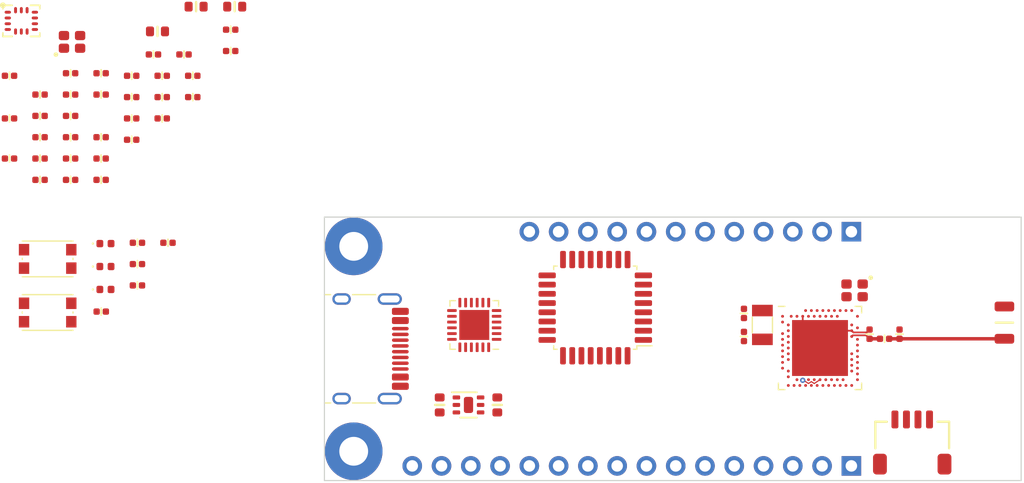
<source format=kicad_pcb>
(kicad_pcb (version 20171130) (host pcbnew 5.1.6)

  (general
    (thickness 1.6)
    (drawings 4)
    (tracks 20)
    (zones 0)
    (modules 67)
    (nets 144)
  )

  (page A4)
  (layers
    (0 F.Cu signal)
    (1 In1.Cu signal)
    (2 In2.Cu signal)
    (31 B.Cu signal)
    (32 B.Adhes user)
    (33 F.Adhes user)
    (34 B.Paste user)
    (35 F.Paste user)
    (36 B.SilkS user)
    (37 F.SilkS user)
    (38 B.Mask user)
    (39 F.Mask user)
    (40 Dwgs.User user)
    (41 Cmts.User user)
    (42 Eco1.User user)
    (43 Eco2.User user)
    (44 Edge.Cuts user)
    (45 Margin user)
    (46 B.CrtYd user)
    (47 F.CrtYd user)
    (48 B.Fab user)
    (49 F.Fab user)
  )

  (setup
    (last_trace_width 0.1)
    (trace_clearance 0.1)
    (zone_clearance 0.508)
    (zone_45_only no)
    (trace_min 0.1)
    (via_size 0.45)
    (via_drill 0.2)
    (via_min_size 0.4)
    (via_min_drill 0.2)
    (uvia_size 0.3)
    (uvia_drill 0.1)
    (uvias_allowed no)
    (uvia_min_size 0.2)
    (uvia_min_drill 0.1)
    (edge_width 0.1)
    (segment_width 0.2)
    (pcb_text_width 0.3)
    (pcb_text_size 1.5 1.5)
    (mod_edge_width 0.2)
    (mod_text_size 1 1)
    (mod_text_width 0.2)
    (pad_size 1.524 1.524)
    (pad_drill 0.762)
    (pad_to_mask_clearance 0.05)
    (aux_axis_origin 127 99.06)
    (grid_origin 127 99.06)
    (visible_elements FFFFFF7F)
    (pcbplotparams
      (layerselection 0x010fc_ffffffff)
      (usegerberextensions false)
      (usegerberattributes true)
      (usegerberadvancedattributes true)
      (creategerberjobfile true)
      (excludeedgelayer true)
      (linewidth 0.100000)
      (plotframeref false)
      (viasonmask false)
      (mode 1)
      (useauxorigin false)
      (hpglpennumber 1)
      (hpglpenspeed 20)
      (hpglpendiameter 15.000000)
      (psnegative false)
      (psa4output false)
      (plotreference true)
      (plotvalue true)
      (plotinvisibletext false)
      (padsonsilk false)
      (subtractmaskfromsilk false)
      (outputformat 1)
      (mirror false)
      (drillshape 1)
      (scaleselection 1)
      (outputdirectory ""))
  )

  (net 0 "")
  (net 1 "Net-(AE101-Pad1)")
  (net 2 GND)
  (net 3 /DEC1)
  (net 4 /XC1)
  (net 5 /XC2)
  (net 6 /DEC2)
  (net 7 "Net-(C107-Pad2)")
  (net 8 /DEC3)
  (net 9 /DEC5)
  (net 10 /DEC4_6)
  (net 11 /DECUSB)
  (net 12 +3V3)
  (net 13 VUSB)
  (net 14 "Net-(C119-Pad1)")
  (net 15 "Net-(C120-Pad2)")
  (net 16 "Net-(C121-Pad1)")
  (net 17 "Net-(FB101-Pad1)")
  (net 18 "Net-(J101-Pad12)")
  (net 19 "Net-(J101-Pad11)")
  (net 20 "Net-(J101-Pad10)")
  (net 21 "Net-(J101-Pad9)")
  (net 22 "Net-(J101-Pad8)")
  (net 23 "Net-(J101-Pad7)")
  (net 24 "Net-(J101-Pad6)")
  (net 25 "Net-(J101-Pad5)")
  (net 26 "Net-(J101-Pad4)")
  (net 27 "Net-(J101-Pad3)")
  (net 28 "Net-(J101-Pad2)")
  (net 29 "Net-(J101-Pad1)")
  (net 30 "Net-(J102-Pad16)")
  (net 31 "Net-(J102-Pad15)")
  (net 32 "Net-(J102-Pad14)")
  (net 33 "Net-(J102-Pad13)")
  (net 34 "Net-(J102-Pad12)")
  (net 35 "Net-(J102-Pad11)")
  (net 36 "Net-(J102-Pad10)")
  (net 37 "Net-(J102-Pad9)")
  (net 38 "Net-(J102-Pad8)")
  (net 39 "Net-(J102-Pad7)")
  (net 40 "Net-(J102-Pad6)")
  (net 41 "Net-(J102-Pad5)")
  (net 42 "Net-(J102-Pad4)")
  (net 43 "Net-(J102-Pad3)")
  (net 44 "Net-(J102-Pad2)")
  (net 45 "Net-(J102-Pad1)")
  (net 46 "Net-(J103-PadB8)")
  (net 47 /CC1)
  (net 48 D-)
  (net 49 D+)
  (net 50 "Net-(J103-PadA8)")
  (net 51 /CC2)
  (net 52 "Net-(R101-Pad2)")
  (net 53 "Net-(R102-Pad2)")
  (net 54 "Net-(R103-Pad2)")
  (net 55 "Net-(R104-Pad2)")
  (net 56 "Net-(R105-Pad2)")
  (net 57 "Net-(R106-Pad2)")
  (net 58 /TGT_3V3)
  (net 59 SWDIO)
  (net 60 SWCLK)
  (net 61 "Net-(U101-PadU24)")
  (net 62 "Net-(U101-PadR24)")
  (net 63 "Net-(U101-PadL24)")
  (net 64 "Net-(U101-PadJ24)")
  (net 65 "Net-(U101-PadV23)")
  (net 66 "Net-(U101-PadT23)")
  (net 67 "Net-(U101-PadP23)")
  (net 68 IMU_SDO)
  (net 69 IMU_CS)
  (net 70 IMU_INT2)
  (net 71 "Net-(U101-PadA10)")
  (net 72 IMU_SDI)
  (net 73 IMU_CLK)
  (net 74 IMU_INT1)
  (net 75 "Net-(U101-PadB11)")
  (net 76 "Net-(U101-PadB9)")
  (net 77 "Net-(U101-PadAC9)")
  (net 78 "Net-(U101-PadAC11)")
  (net 79 RESET)
  (net 80 "Net-(U101-PadAC15)")
  (net 81 "Net-(U101-PadAC17)")
  (net 82 "Net-(U101-PadAC19)")
  (net 83 "Net-(U101-PadAD20)")
  (net 84 "Net-(U101-PadAD18)")
  (net 85 "Net-(U101-PadAD16)")
  (net 86 "Net-(U101-PadAD12)")
  (net 87 "Net-(U101-PadAD10)")
  (net 88 "Net-(U101-PadAD8)")
  (net 89 D1+)
  (net 90 D1-)
  (net 91 "Net-(U101-PadH2)")
  (net 92 "Net-(U101-PadM2)")
  (net 93 "Net-(U101-PadP2)")
  (net 94 "Net-(U101-PadT2)")
  (net 95 "Net-(U101-PadG1)")
  (net 96 "Net-(U101-PadN1)")
  (net 97 "Net-(U101-PadR1)")
  (net 98 "Net-(U101-PadU1)")
  (net 99 "Net-(U101-PadAB2)")
  (net 100 "Net-(U101-PadAC21)")
  (net 101 "Net-(U101-PadB3)")
  (net 102 "Net-(U101-PadA8)")
  (net 103 "Net-(U102-Pad10)")
  (net 104 "Net-(U102-Pad11)")
  (net 105 "Net-(U103-Pad23)")
  (net 106 "Net-(U103-Pad12)")
  (net 107 "Net-(U103-Pad11)")
  (net 108 "Net-(U103-Pad8)")
  (net 109 "Net-(U103-Pad7)")
  (net 110 D2+)
  (net 111 D2-)
  (net 112 "Net-(U104-Pad31)")
  (net 113 "Net-(U104-Pad30)")
  (net 114 "Net-(U104-Pad26)")
  (net 115 "Net-(U104-Pad25)")
  (net 116 "Net-(U104-Pad24)")
  (net 117 "Net-(U104-Pad23)")
  (net 118 "Net-(U104-Pad20)")
  (net 119 "Net-(U104-Pad19)")
  (net 120 "Net-(U104-Pad18)")
  (net 121 "Net-(U104-Pad15)")
  (net 122 "Net-(U104-Pad14)")
  (net 123 "Net-(U104-Pad12)")
  (net 124 "Net-(U104-Pad8)")
  (net 125 "Net-(U104-Pad7)")
  (net 126 "Net-(U104-Pad6)")
  (net 127 "Net-(U104-Pad4)")
  (net 128 "Net-(U104-Pad3)")
  (net 129 "Net-(U104-Pad2)")
  (net 130 "Net-(U105-Pad6)")
  (net 131 QWIIC_SDA)
  (net 132 QWIIC_SCL)
  (net 133 "Net-(D101-Pad2)")
  (net 134 "Net-(D102-Pad2)")
  (net 135 "Net-(D103-Pad2)")
  (net 136 BTN1)
  (net 137 BTN2)
  (net 138 LED1)
  (net 139 LED2)
  (net 140 LED3)
  (net 141 SWO)
  (net 142 "Net-(C130-Pad1)")
  (net 143 "Net-(C131-Pad1)")

  (net_class Default "This is the default net class."
    (clearance 0.1)
    (trace_width 0.1)
    (via_dia 0.45)
    (via_drill 0.2)
    (uvia_dia 0.3)
    (uvia_drill 0.1)
    (add_net +3V3)
    (add_net /CC1)
    (add_net /CC2)
    (add_net /DEC1)
    (add_net /DEC2)
    (add_net /DEC3)
    (add_net /DEC4_6)
    (add_net /DEC5)
    (add_net /DECUSB)
    (add_net /TGT_3V3)
    (add_net /XC1)
    (add_net /XC2)
    (add_net BTN1)
    (add_net BTN2)
    (add_net D+)
    (add_net D-)
    (add_net D1+)
    (add_net D1-)
    (add_net D2+)
    (add_net D2-)
    (add_net GND)
    (add_net IMU_CLK)
    (add_net IMU_CS)
    (add_net IMU_INT1)
    (add_net IMU_INT2)
    (add_net IMU_SDI)
    (add_net IMU_SDO)
    (add_net LED1)
    (add_net LED2)
    (add_net LED3)
    (add_net "Net-(AE101-Pad1)")
    (add_net "Net-(C107-Pad2)")
    (add_net "Net-(C119-Pad1)")
    (add_net "Net-(C120-Pad2)")
    (add_net "Net-(C121-Pad1)")
    (add_net "Net-(C130-Pad1)")
    (add_net "Net-(C131-Pad1)")
    (add_net "Net-(D101-Pad2)")
    (add_net "Net-(D102-Pad2)")
    (add_net "Net-(D103-Pad2)")
    (add_net "Net-(FB101-Pad1)")
    (add_net "Net-(J101-Pad1)")
    (add_net "Net-(J101-Pad10)")
    (add_net "Net-(J101-Pad11)")
    (add_net "Net-(J101-Pad12)")
    (add_net "Net-(J101-Pad2)")
    (add_net "Net-(J101-Pad3)")
    (add_net "Net-(J101-Pad4)")
    (add_net "Net-(J101-Pad5)")
    (add_net "Net-(J101-Pad6)")
    (add_net "Net-(J101-Pad7)")
    (add_net "Net-(J101-Pad8)")
    (add_net "Net-(J101-Pad9)")
    (add_net "Net-(J102-Pad1)")
    (add_net "Net-(J102-Pad10)")
    (add_net "Net-(J102-Pad11)")
    (add_net "Net-(J102-Pad12)")
    (add_net "Net-(J102-Pad13)")
    (add_net "Net-(J102-Pad14)")
    (add_net "Net-(J102-Pad15)")
    (add_net "Net-(J102-Pad16)")
    (add_net "Net-(J102-Pad2)")
    (add_net "Net-(J102-Pad3)")
    (add_net "Net-(J102-Pad4)")
    (add_net "Net-(J102-Pad5)")
    (add_net "Net-(J102-Pad6)")
    (add_net "Net-(J102-Pad7)")
    (add_net "Net-(J102-Pad8)")
    (add_net "Net-(J102-Pad9)")
    (add_net "Net-(J103-PadA8)")
    (add_net "Net-(J103-PadB8)")
    (add_net "Net-(R101-Pad2)")
    (add_net "Net-(R102-Pad2)")
    (add_net "Net-(R103-Pad2)")
    (add_net "Net-(R104-Pad2)")
    (add_net "Net-(R105-Pad2)")
    (add_net "Net-(R106-Pad2)")
    (add_net "Net-(U101-PadA10)")
    (add_net "Net-(U101-PadA8)")
    (add_net "Net-(U101-PadAB2)")
    (add_net "Net-(U101-PadAC11)")
    (add_net "Net-(U101-PadAC15)")
    (add_net "Net-(U101-PadAC17)")
    (add_net "Net-(U101-PadAC19)")
    (add_net "Net-(U101-PadAC21)")
    (add_net "Net-(U101-PadAC9)")
    (add_net "Net-(U101-PadAD10)")
    (add_net "Net-(U101-PadAD12)")
    (add_net "Net-(U101-PadAD16)")
    (add_net "Net-(U101-PadAD18)")
    (add_net "Net-(U101-PadAD20)")
    (add_net "Net-(U101-PadAD8)")
    (add_net "Net-(U101-PadB11)")
    (add_net "Net-(U101-PadB3)")
    (add_net "Net-(U101-PadB9)")
    (add_net "Net-(U101-PadG1)")
    (add_net "Net-(U101-PadH2)")
    (add_net "Net-(U101-PadJ24)")
    (add_net "Net-(U101-PadL24)")
    (add_net "Net-(U101-PadM2)")
    (add_net "Net-(U101-PadN1)")
    (add_net "Net-(U101-PadP2)")
    (add_net "Net-(U101-PadP23)")
    (add_net "Net-(U101-PadR1)")
    (add_net "Net-(U101-PadR24)")
    (add_net "Net-(U101-PadT2)")
    (add_net "Net-(U101-PadT23)")
    (add_net "Net-(U101-PadU1)")
    (add_net "Net-(U101-PadU24)")
    (add_net "Net-(U101-PadV23)")
    (add_net "Net-(U102-Pad10)")
    (add_net "Net-(U102-Pad11)")
    (add_net "Net-(U103-Pad11)")
    (add_net "Net-(U103-Pad12)")
    (add_net "Net-(U103-Pad23)")
    (add_net "Net-(U103-Pad7)")
    (add_net "Net-(U103-Pad8)")
    (add_net "Net-(U104-Pad12)")
    (add_net "Net-(U104-Pad14)")
    (add_net "Net-(U104-Pad15)")
    (add_net "Net-(U104-Pad18)")
    (add_net "Net-(U104-Pad19)")
    (add_net "Net-(U104-Pad2)")
    (add_net "Net-(U104-Pad20)")
    (add_net "Net-(U104-Pad23)")
    (add_net "Net-(U104-Pad24)")
    (add_net "Net-(U104-Pad25)")
    (add_net "Net-(U104-Pad26)")
    (add_net "Net-(U104-Pad3)")
    (add_net "Net-(U104-Pad30)")
    (add_net "Net-(U104-Pad31)")
    (add_net "Net-(U104-Pad4)")
    (add_net "Net-(U104-Pad6)")
    (add_net "Net-(U104-Pad7)")
    (add_net "Net-(U104-Pad8)")
    (add_net "Net-(U105-Pad6)")
    (add_net QWIIC_SCL)
    (add_net QWIIC_SDA)
    (add_net RESET)
    (add_net SWCLK)
    (add_net SWDIO)
    (add_net SWO)
    (add_net VUSB)
  )

  (module Crystal:Crystal_SMD_3215-2Pin_3.2x1.5mm (layer F.Cu) (tedit 5A0FD1B2) (tstamp 5F06DCB2)
    (at 165 85.56 90)
    (descr "SMD Crystal FC-135 https://support.epson.biz/td/api/doc_check.php?dl=brief_FC-135R_en.pdf")
    (tags "SMD SMT Crystal")
    (path /5F673104)
    (attr smd)
    (fp_text reference Y103 (at 0 -2 90) (layer F.SilkS) hide
      (effects (font (size 1 1) (thickness 0.15)))
    )
    (fp_text value 32kHz (at 0 2 90) (layer F.Fab)
      (effects (font (size 1 1) (thickness 0.15)))
    )
    (fp_text user %R (at 0 -2 90) (layer F.Fab)
      (effects (font (size 1 1) (thickness 0.15)))
    )
    (fp_line (start -2 -1.15) (end 2 -1.15) (layer F.CrtYd) (width 0.05))
    (fp_line (start -1.6 -0.75) (end -1.6 0.75) (layer F.Fab) (width 0.1))
    (fp_line (start -0.675 0.875) (end 0.675 0.875) (layer F.SilkS) (width 0.12))
    (fp_line (start -0.675 -0.875) (end 0.675 -0.875) (layer F.SilkS) (width 0.12))
    (fp_line (start 1.6 -0.75) (end 1.6 0.75) (layer F.Fab) (width 0.1))
    (fp_line (start -1.6 -0.75) (end 1.6 -0.75) (layer F.Fab) (width 0.1))
    (fp_line (start -1.6 0.75) (end 1.6 0.75) (layer F.Fab) (width 0.1))
    (fp_line (start -2 1.15) (end 2 1.15) (layer F.CrtYd) (width 0.05))
    (fp_line (start -2 -1.15) (end -2 1.15) (layer F.CrtYd) (width 0.05))
    (fp_line (start 2 -1.15) (end 2 1.15) (layer F.CrtYd) (width 0.05))
    (pad 2 smd rect (at -1.25 0 90) (size 1 1.8) (layers F.Cu F.Paste F.Mask)
      (net 143 "Net-(C131-Pad1)"))
    (pad 1 smd rect (at 1.25 0 90) (size 1 1.8) (layers F.Cu F.Paste F.Mask)
      (net 142 "Net-(C130-Pad1)"))
    (model ${KISYS3DMOD}/Crystal.3dshapes/Crystal_SMD_3215-2Pin_3.2x1.5mm.wrl
      (at (xyz 0 0 0))
      (scale (xyz 1 1 1))
      (rotate (xyz 0 0 0))
    )
  )

  (module passive:C_0402 (layer F.Cu) (tedit 5CA88E1E) (tstamp 5F06DD0E)
    (at 163.4 86.56 90)
    (descr "Capacitor SMD 0402 (1005 Metric), square (rectangular) end terminal, IPC_7351 nominal, (Body size source: http://www.tortai-tech.com/upload/download/2011102023233369053.pdf), generated with kicad-footprint-generator")
    (tags capacitor)
    (path /5F678F49)
    (attr smd)
    (fp_text reference C131 (at -2 0 90) (layer F.SilkS) hide
      (effects (font (size 0.6 0.6) (thickness 0.13)))
    )
    (fp_text value 18p (at 0 0.45 90) (layer F.Fab)
      (effects (font (size 0.2 0.2) (thickness 0.03)))
    )
    (fp_text user %R (at 0.0125 0 90) (layer F.Fab)
      (effects (font (size 0.2 0.2) (thickness 0.03)))
    )
    (fp_line (start 0.8 0.4) (end -0.8 0.4) (layer F.CrtYd) (width 0.05))
    (fp_line (start 0.8 -0.4) (end 0.8 0.4) (layer F.CrtYd) (width 0.05))
    (fp_line (start -0.8 -0.4) (end 0.8 -0.4) (layer F.CrtYd) (width 0.05))
    (fp_line (start -0.8 0.4) (end -0.8 -0.4) (layer F.CrtYd) (width 0.05))
    (fp_line (start 0.5 0.25) (end -0.5 0.25) (layer F.Fab) (width 0.1))
    (fp_line (start 0.5 -0.25) (end 0.5 0.25) (layer F.Fab) (width 0.1))
    (fp_line (start -0.5 -0.25) (end 0.5 -0.25) (layer F.Fab) (width 0.1))
    (fp_line (start -0.5 0.25) (end -0.5 -0.25) (layer F.Fab) (width 0.1))
    (fp_line (start 0 -0.3) (end 0 0.3) (layer F.SilkS) (width 0.15))
    (pad 1 smd roundrect (at -0.4 0 90) (size 0.55 0.55) (layers F.Cu F.Paste F.Mask) (roundrect_rratio 0.25)
      (net 143 "Net-(C131-Pad1)"))
    (pad 2 smd roundrect (at 0.4 0 90) (size 0.55 0.55) (layers F.Cu F.Paste F.Mask) (roundrect_rratio 0.25)
      (net 2 GND))
    (model ${KISYS3DMOD}/Capacitor_SMD.3dshapes/C_0402_1005Metric.step
      (at (xyz 0 0 0))
      (scale (xyz 1 1 1))
      (rotate (xyz 0 0 0))
    )
  )

  (module passive:C_0402 (layer F.Cu) (tedit 5CA88E1E) (tstamp 5F06DCE1)
    (at 163.4 84.56 270)
    (descr "Capacitor SMD 0402 (1005 Metric), square (rectangular) end terminal, IPC_7351 nominal, (Body size source: http://www.tortai-tech.com/upload/download/2011102023233369053.pdf), generated with kicad-footprint-generator")
    (tags capacitor)
    (path /5F678F43)
    (attr smd)
    (fp_text reference C130 (at -2 0 90) (layer F.SilkS) hide
      (effects (font (size 0.6 0.6) (thickness 0.13)))
    )
    (fp_text value 18p (at 0 0.45 90) (layer F.Fab)
      (effects (font (size 0.2 0.2) (thickness 0.03)))
    )
    (fp_text user %R (at 0.0125 0 90) (layer F.Fab)
      (effects (font (size 0.2 0.2) (thickness 0.03)))
    )
    (fp_line (start 0.8 0.4) (end -0.8 0.4) (layer F.CrtYd) (width 0.05))
    (fp_line (start 0.8 -0.4) (end 0.8 0.4) (layer F.CrtYd) (width 0.05))
    (fp_line (start -0.8 -0.4) (end 0.8 -0.4) (layer F.CrtYd) (width 0.05))
    (fp_line (start -0.8 0.4) (end -0.8 -0.4) (layer F.CrtYd) (width 0.05))
    (fp_line (start 0.5 0.25) (end -0.5 0.25) (layer F.Fab) (width 0.1))
    (fp_line (start 0.5 -0.25) (end 0.5 0.25) (layer F.Fab) (width 0.1))
    (fp_line (start -0.5 -0.25) (end 0.5 -0.25) (layer F.Fab) (width 0.1))
    (fp_line (start -0.5 0.25) (end -0.5 -0.25) (layer F.Fab) (width 0.1))
    (fp_line (start 0 -0.3) (end 0 0.3) (layer F.SilkS) (width 0.15))
    (pad 1 smd roundrect (at -0.4 0 270) (size 0.55 0.55) (layers F.Cu F.Paste F.Mask) (roundrect_rratio 0.25)
      (net 142 "Net-(C130-Pad1)"))
    (pad 2 smd roundrect (at 0.4 0 270) (size 0.55 0.55) (layers F.Cu F.Paste F.Mask) (roundrect_rratio 0.25)
      (net 2 GND))
    (model ${KISYS3DMOD}/Capacitor_SMD.3dshapes/C_0402_1005Metric.step
      (at (xyz 0 0 0))
      (scale (xyz 1 1 1))
      (rotate (xyz 0 0 0))
    )
  )

  (module pushbuttons:SW_SPST_KMR2 (layer F.Cu) (tedit 59FCDF07) (tstamp 5F066433)
    (at 102.985 84.48)
    (descr "CK components KMR2 tactile switch http://www.ckswitches.com/media/1479/kmr2.pdf")
    (tags "tactile switch kmr2")
    (path /5F4C05BC)
    (attr smd)
    (fp_text reference SW102 (at 0 -2.45) (layer F.SilkS) hide
      (effects (font (size 1 1) (thickness 0.15)))
    )
    (fp_text value SW_SPST (at 0 2.55) (layer F.Fab)
      (effects (font (size 1 1) (thickness 0.15)))
    )
    (fp_text user %R (at 0 -2.45) (layer F.Fab)
      (effects (font (size 1 1) (thickness 0.15)))
    )
    (fp_line (start -2.2 0.05) (end -2.2 -0.05) (layer F.SilkS) (width 0.12))
    (fp_line (start 2.2 -1.55) (end -2.2 -1.55) (layer F.SilkS) (width 0.12))
    (fp_line (start -2.2 1.55) (end 2.2 1.55) (layer F.SilkS) (width 0.12))
    (fp_circle (center 0 0) (end 0 0.8) (layer F.Fab) (width 0.1))
    (fp_line (start -2.8 1.8) (end -2.8 -1.8) (layer F.CrtYd) (width 0.05))
    (fp_line (start 2.8 1.8) (end -2.8 1.8) (layer F.CrtYd) (width 0.05))
    (fp_line (start 2.8 -1.8) (end 2.8 1.8) (layer F.CrtYd) (width 0.05))
    (fp_line (start -2.8 -1.8) (end 2.8 -1.8) (layer F.CrtYd) (width 0.05))
    (fp_line (start 2.2 0.05) (end 2.2 -0.05) (layer F.SilkS) (width 0.12))
    (fp_line (start -2.1 1.4) (end -2.1 -1.4) (layer F.Fab) (width 0.1))
    (fp_line (start 2.1 1.4) (end -2.1 1.4) (layer F.Fab) (width 0.1))
    (fp_line (start 2.1 -1.4) (end 2.1 1.4) (layer F.Fab) (width 0.1))
    (fp_line (start -2.1 -1.4) (end 2.1 -1.4) (layer F.Fab) (width 0.1))
    (pad 1 smd rect (at -2.05 -0.8) (size 0.9 1) (layers F.Cu F.Paste F.Mask)
      (net 137 BTN2))
    (pad 2 smd rect (at -2.05 0.8) (size 0.9 1) (layers F.Cu F.Paste F.Mask)
      (net 2 GND))
    (pad 1 smd rect (at 2.05 -0.8) (size 0.9 1) (layers F.Cu F.Paste F.Mask)
      (net 137 BTN2))
    (pad 2 smd rect (at 2.05 0.8) (size 0.9 1) (layers F.Cu F.Paste F.Mask)
      (net 2 GND))
    (model ${KIPRJMOD}/kicad_libs/3dmodels/step/Switch-CK-KMR2.STEP
      (at (xyz 0 0 0))
      (scale (xyz 1 1 1))
      (rotate (xyz 0 0 0))
    )
  )

  (module pushbuttons:SW_SPST_KMR2 (layer F.Cu) (tedit 59FCDF07) (tstamp 5F06641D)
    (at 102.985 79.83)
    (descr "CK components KMR2 tactile switch http://www.ckswitches.com/media/1479/kmr2.pdf")
    (tags "tactile switch kmr2")
    (path /5F4BFA65)
    (attr smd)
    (fp_text reference SW101 (at 0 -2.45) (layer F.SilkS) hide
      (effects (font (size 1 1) (thickness 0.15)))
    )
    (fp_text value SW_SPST (at 0 2.55) (layer F.Fab)
      (effects (font (size 1 1) (thickness 0.15)))
    )
    (fp_text user %R (at 0 -2.45) (layer F.Fab)
      (effects (font (size 1 1) (thickness 0.15)))
    )
    (fp_line (start -2.2 0.05) (end -2.2 -0.05) (layer F.SilkS) (width 0.12))
    (fp_line (start 2.2 -1.55) (end -2.2 -1.55) (layer F.SilkS) (width 0.12))
    (fp_line (start -2.2 1.55) (end 2.2 1.55) (layer F.SilkS) (width 0.12))
    (fp_circle (center 0 0) (end 0 0.8) (layer F.Fab) (width 0.1))
    (fp_line (start -2.8 1.8) (end -2.8 -1.8) (layer F.CrtYd) (width 0.05))
    (fp_line (start 2.8 1.8) (end -2.8 1.8) (layer F.CrtYd) (width 0.05))
    (fp_line (start 2.8 -1.8) (end 2.8 1.8) (layer F.CrtYd) (width 0.05))
    (fp_line (start -2.8 -1.8) (end 2.8 -1.8) (layer F.CrtYd) (width 0.05))
    (fp_line (start 2.2 0.05) (end 2.2 -0.05) (layer F.SilkS) (width 0.12))
    (fp_line (start -2.1 1.4) (end -2.1 -1.4) (layer F.Fab) (width 0.1))
    (fp_line (start 2.1 1.4) (end -2.1 1.4) (layer F.Fab) (width 0.1))
    (fp_line (start 2.1 -1.4) (end 2.1 1.4) (layer F.Fab) (width 0.1))
    (fp_line (start -2.1 -1.4) (end 2.1 -1.4) (layer F.Fab) (width 0.1))
    (pad 1 smd rect (at -2.05 -0.8) (size 0.9 1) (layers F.Cu F.Paste F.Mask)
      (net 136 BTN1))
    (pad 2 smd rect (at -2.05 0.8) (size 0.9 1) (layers F.Cu F.Paste F.Mask)
      (net 2 GND))
    (pad 1 smd rect (at 2.05 -0.8) (size 0.9 1) (layers F.Cu F.Paste F.Mask)
      (net 136 BTN1))
    (pad 2 smd rect (at 2.05 0.8) (size 0.9 1) (layers F.Cu F.Paste F.Mask)
      (net 2 GND))
    (model ${KIPRJMOD}/kicad_libs/3dmodels/step/Switch-CK-KMR2.STEP
      (at (xyz 0 0 0))
      (scale (xyz 1 1 1))
      (rotate (xyz 0 0 0))
    )
  )

  (module passive:R_0402 (layer F.Cu) (tedit 5CA88E29) (tstamp 5F066407)
    (at 110.775 82.13)
    (descr "Resistor SMD 0402 (1005 Metric), square (rectangular) end terminal, IPC_7351 nominal, (Body size source: http://www.tortai-tech.com/upload/download/2011102023233369053.pdf), generated with kicad-footprint-generator")
    (tags resistor)
    (path /5F49572B)
    (attr smd)
    (fp_text reference R114 (at -1.8 0) (layer F.SilkS) hide
      (effects (font (size 0.6 0.6) (thickness 0.13)))
    )
    (fp_text value 1k (at 0 0.45) (layer F.Fab)
      (effects (font (size 0.2 0.2) (thickness 0.03)))
    )
    (fp_text user %R (at 0 0) (layer F.Fab)
      (effects (font (size 0.2 0.2) (thickness 0.03)))
    )
    (fp_line (start 0.8 0.4) (end -0.8 0.4) (layer F.CrtYd) (width 0.05))
    (fp_line (start 0.8 -0.4) (end 0.8 0.4) (layer F.CrtYd) (width 0.05))
    (fp_line (start -0.8 -0.4) (end 0.8 -0.4) (layer F.CrtYd) (width 0.05))
    (fp_line (start -0.8 0.4) (end -0.8 -0.4) (layer F.CrtYd) (width 0.05))
    (fp_line (start 0.5 0.25) (end -0.5 0.25) (layer F.Fab) (width 0.1))
    (fp_line (start 0.5 -0.25) (end 0.5 0.25) (layer F.Fab) (width 0.1))
    (fp_line (start -0.5 -0.25) (end 0.5 -0.25) (layer F.Fab) (width 0.1))
    (fp_line (start -0.5 0.25) (end -0.5 -0.25) (layer F.Fab) (width 0.1))
    (fp_line (start 0 -0.3) (end 0 0.3) (layer F.SilkS) (width 0.15))
    (pad 1 smd roundrect (at -0.4 0) (size 0.55 0.55) (layers F.Cu F.Paste F.Mask) (roundrect_rratio 0.25)
      (net 140 LED3))
    (pad 2 smd roundrect (at 0.4 0) (size 0.55 0.55) (layers F.Cu F.Paste F.Mask) (roundrect_rratio 0.25)
      (net 135 "Net-(D103-Pad2)"))
    (model ${KISYS3DMOD}/Resistor_SMD.3dshapes/R_0402_1005Metric.step
      (at (xyz 0 0 0))
      (scale (xyz 1 1 1))
      (rotate (xyz 0 0 0))
    )
  )

  (module passive:R_0402 (layer F.Cu) (tedit 5CA88E29) (tstamp 5F0663F7)
    (at 113.425 78.43)
    (descr "Resistor SMD 0402 (1005 Metric), square (rectangular) end terminal, IPC_7351 nominal, (Body size source: http://www.tortai-tech.com/upload/download/2011102023233369053.pdf), generated with kicad-footprint-generator")
    (tags resistor)
    (path /5F4954E3)
    (attr smd)
    (fp_text reference R113 (at -1.8 0) (layer F.SilkS) hide
      (effects (font (size 0.6 0.6) (thickness 0.13)))
    )
    (fp_text value 1k (at 0 0.45) (layer F.Fab)
      (effects (font (size 0.2 0.2) (thickness 0.03)))
    )
    (fp_text user %R (at 0 0) (layer F.Fab)
      (effects (font (size 0.2 0.2) (thickness 0.03)))
    )
    (fp_line (start 0.8 0.4) (end -0.8 0.4) (layer F.CrtYd) (width 0.05))
    (fp_line (start 0.8 -0.4) (end 0.8 0.4) (layer F.CrtYd) (width 0.05))
    (fp_line (start -0.8 -0.4) (end 0.8 -0.4) (layer F.CrtYd) (width 0.05))
    (fp_line (start -0.8 0.4) (end -0.8 -0.4) (layer F.CrtYd) (width 0.05))
    (fp_line (start 0.5 0.25) (end -0.5 0.25) (layer F.Fab) (width 0.1))
    (fp_line (start 0.5 -0.25) (end 0.5 0.25) (layer F.Fab) (width 0.1))
    (fp_line (start -0.5 -0.25) (end 0.5 -0.25) (layer F.Fab) (width 0.1))
    (fp_line (start -0.5 0.25) (end -0.5 -0.25) (layer F.Fab) (width 0.1))
    (fp_line (start 0 -0.3) (end 0 0.3) (layer F.SilkS) (width 0.15))
    (pad 1 smd roundrect (at -0.4 0) (size 0.55 0.55) (layers F.Cu F.Paste F.Mask) (roundrect_rratio 0.25)
      (net 139 LED2))
    (pad 2 smd roundrect (at 0.4 0) (size 0.55 0.55) (layers F.Cu F.Paste F.Mask) (roundrect_rratio 0.25)
      (net 134 "Net-(D102-Pad2)"))
    (model ${KISYS3DMOD}/Resistor_SMD.3dshapes/R_0402_1005Metric.step
      (at (xyz 0 0 0))
      (scale (xyz 1 1 1))
      (rotate (xyz 0 0 0))
    )
  )

  (module passive:R_0402 (layer F.Cu) (tedit 5CA88E29) (tstamp 5F0663E7)
    (at 107.635 84.4)
    (descr "Resistor SMD 0402 (1005 Metric), square (rectangular) end terminal, IPC_7351 nominal, (Body size source: http://www.tortai-tech.com/upload/download/2011102023233369053.pdf), generated with kicad-footprint-generator")
    (tags resistor)
    (path /5F49432E)
    (attr smd)
    (fp_text reference R112 (at -1.8 0) (layer F.SilkS) hide
      (effects (font (size 0.6 0.6) (thickness 0.13)))
    )
    (fp_text value 1k (at 0 0.45) (layer F.Fab)
      (effects (font (size 0.2 0.2) (thickness 0.03)))
    )
    (fp_text user %R (at 0 0) (layer F.Fab)
      (effects (font (size 0.2 0.2) (thickness 0.03)))
    )
    (fp_line (start 0.8 0.4) (end -0.8 0.4) (layer F.CrtYd) (width 0.05))
    (fp_line (start 0.8 -0.4) (end 0.8 0.4) (layer F.CrtYd) (width 0.05))
    (fp_line (start -0.8 -0.4) (end 0.8 -0.4) (layer F.CrtYd) (width 0.05))
    (fp_line (start -0.8 0.4) (end -0.8 -0.4) (layer F.CrtYd) (width 0.05))
    (fp_line (start 0.5 0.25) (end -0.5 0.25) (layer F.Fab) (width 0.1))
    (fp_line (start 0.5 -0.25) (end 0.5 0.25) (layer F.Fab) (width 0.1))
    (fp_line (start -0.5 -0.25) (end 0.5 -0.25) (layer F.Fab) (width 0.1))
    (fp_line (start -0.5 0.25) (end -0.5 -0.25) (layer F.Fab) (width 0.1))
    (fp_line (start 0 -0.3) (end 0 0.3) (layer F.SilkS) (width 0.15))
    (pad 1 smd roundrect (at -0.4 0) (size 0.55 0.55) (layers F.Cu F.Paste F.Mask) (roundrect_rratio 0.25)
      (net 138 LED1))
    (pad 2 smd roundrect (at 0.4 0) (size 0.55 0.55) (layers F.Cu F.Paste F.Mask) (roundrect_rratio 0.25)
      (net 133 "Net-(D101-Pad2)"))
    (model ${KISYS3DMOD}/Resistor_SMD.3dshapes/R_0402_1005Metric.step
      (at (xyz 0 0 0))
      (scale (xyz 1 1 1))
      (rotate (xyz 0 0 0))
    )
  )

  (module passive:R_0402 (layer F.Cu) (tedit 5CA88E29) (tstamp 5F0663D7)
    (at 110.775 80.28)
    (descr "Resistor SMD 0402 (1005 Metric), square (rectangular) end terminal, IPC_7351 nominal, (Body size source: http://www.tortai-tech.com/upload/download/2011102023233369053.pdf), generated with kicad-footprint-generator")
    (tags resistor)
    (path /5F4DFDE1)
    (attr smd)
    (fp_text reference R111 (at -1.8 0) (layer F.SilkS) hide
      (effects (font (size 0.6 0.6) (thickness 0.13)))
    )
    (fp_text value 47k (at 0 0.45) (layer F.Fab)
      (effects (font (size 0.2 0.2) (thickness 0.03)))
    )
    (fp_text user %R (at 0 0) (layer F.Fab)
      (effects (font (size 0.2 0.2) (thickness 0.03)))
    )
    (fp_line (start 0.8 0.4) (end -0.8 0.4) (layer F.CrtYd) (width 0.05))
    (fp_line (start 0.8 -0.4) (end 0.8 0.4) (layer F.CrtYd) (width 0.05))
    (fp_line (start -0.8 -0.4) (end 0.8 -0.4) (layer F.CrtYd) (width 0.05))
    (fp_line (start -0.8 0.4) (end -0.8 -0.4) (layer F.CrtYd) (width 0.05))
    (fp_line (start 0.5 0.25) (end -0.5 0.25) (layer F.Fab) (width 0.1))
    (fp_line (start 0.5 -0.25) (end 0.5 0.25) (layer F.Fab) (width 0.1))
    (fp_line (start -0.5 -0.25) (end 0.5 -0.25) (layer F.Fab) (width 0.1))
    (fp_line (start -0.5 0.25) (end -0.5 -0.25) (layer F.Fab) (width 0.1))
    (fp_line (start 0 -0.3) (end 0 0.3) (layer F.SilkS) (width 0.15))
    (pad 1 smd roundrect (at -0.4 0) (size 0.55 0.55) (layers F.Cu F.Paste F.Mask) (roundrect_rratio 0.25)
      (net 137 BTN2))
    (pad 2 smd roundrect (at 0.4 0) (size 0.55 0.55) (layers F.Cu F.Paste F.Mask) (roundrect_rratio 0.25)
      (net 12 +3V3))
    (model ${KISYS3DMOD}/Resistor_SMD.3dshapes/R_0402_1005Metric.step
      (at (xyz 0 0 0))
      (scale (xyz 1 1 1))
      (rotate (xyz 0 0 0))
    )
  )

  (module passive:R_0402 (layer F.Cu) (tedit 5CA88E29) (tstamp 5F0663C7)
    (at 110.775 78.43)
    (descr "Resistor SMD 0402 (1005 Metric), square (rectangular) end terminal, IPC_7351 nominal, (Body size source: http://www.tortai-tech.com/upload/download/2011102023233369053.pdf), generated with kicad-footprint-generator")
    (tags resistor)
    (path /5F50292B)
    (attr smd)
    (fp_text reference R110 (at -1.8 0) (layer F.SilkS) hide
      (effects (font (size 0.6 0.6) (thickness 0.13)))
    )
    (fp_text value 47k (at 0 0.45) (layer F.Fab)
      (effects (font (size 0.2 0.2) (thickness 0.03)))
    )
    (fp_text user %R (at 0 0) (layer F.Fab)
      (effects (font (size 0.2 0.2) (thickness 0.03)))
    )
    (fp_line (start 0.8 0.4) (end -0.8 0.4) (layer F.CrtYd) (width 0.05))
    (fp_line (start 0.8 -0.4) (end 0.8 0.4) (layer F.CrtYd) (width 0.05))
    (fp_line (start -0.8 -0.4) (end 0.8 -0.4) (layer F.CrtYd) (width 0.05))
    (fp_line (start -0.8 0.4) (end -0.8 -0.4) (layer F.CrtYd) (width 0.05))
    (fp_line (start 0.5 0.25) (end -0.5 0.25) (layer F.Fab) (width 0.1))
    (fp_line (start 0.5 -0.25) (end 0.5 0.25) (layer F.Fab) (width 0.1))
    (fp_line (start -0.5 -0.25) (end 0.5 -0.25) (layer F.Fab) (width 0.1))
    (fp_line (start -0.5 0.25) (end -0.5 -0.25) (layer F.Fab) (width 0.1))
    (fp_line (start 0 -0.3) (end 0 0.3) (layer F.SilkS) (width 0.15))
    (pad 1 smd roundrect (at -0.4 0) (size 0.55 0.55) (layers F.Cu F.Paste F.Mask) (roundrect_rratio 0.25)
      (net 136 BTN1))
    (pad 2 smd roundrect (at 0.4 0) (size 0.55 0.55) (layers F.Cu F.Paste F.Mask) (roundrect_rratio 0.25)
      (net 12 +3V3))
    (model ${KISYS3DMOD}/Resistor_SMD.3dshapes/R_0402_1005Metric.step
      (at (xyz 0 0 0))
      (scale (xyz 1 1 1))
      (rotate (xyz 0 0 0))
    )
  )

  (module LED_SMD:LED_0402_1005Metric (layer F.Cu) (tedit 5B301BBE) (tstamp 5F066195)
    (at 108 82.48)
    (descr "LED SMD 0402 (1005 Metric), square (rectangular) end terminal, IPC_7351 nominal, (Body size source: http://www.tortai-tech.com/upload/download/2011102023233369053.pdf), generated with kicad-footprint-generator")
    (tags LED)
    (path /5F492B3D)
    (attr smd)
    (fp_text reference D103 (at 0 -1.17) (layer F.SilkS) hide
      (effects (font (size 1 1) (thickness 0.15)))
    )
    (fp_text value LED_Small (at 0 1.17) (layer F.Fab)
      (effects (font (size 1 1) (thickness 0.15)))
    )
    (fp_text user %R (at 0 0) (layer F.Fab)
      (effects (font (size 0.25 0.25) (thickness 0.04)))
    )
    (fp_circle (center -1.09 0) (end -1.04 0) (layer F.SilkS) (width 0.1))
    (fp_line (start -0.5 0.25) (end -0.5 -0.25) (layer F.Fab) (width 0.1))
    (fp_line (start -0.5 -0.25) (end 0.5 -0.25) (layer F.Fab) (width 0.1))
    (fp_line (start 0.5 -0.25) (end 0.5 0.25) (layer F.Fab) (width 0.1))
    (fp_line (start 0.5 0.25) (end -0.5 0.25) (layer F.Fab) (width 0.1))
    (fp_line (start -0.4 0.25) (end -0.4 -0.25) (layer F.Fab) (width 0.1))
    (fp_line (start -0.3 0.25) (end -0.3 -0.25) (layer F.Fab) (width 0.1))
    (fp_line (start -0.93 0.47) (end -0.93 -0.47) (layer F.CrtYd) (width 0.05))
    (fp_line (start -0.93 -0.47) (end 0.93 -0.47) (layer F.CrtYd) (width 0.05))
    (fp_line (start 0.93 -0.47) (end 0.93 0.47) (layer F.CrtYd) (width 0.05))
    (fp_line (start 0.93 0.47) (end -0.93 0.47) (layer F.CrtYd) (width 0.05))
    (pad 2 smd roundrect (at 0.485 0) (size 0.59 0.64) (layers F.Cu F.Paste F.Mask) (roundrect_rratio 0.25)
      (net 135 "Net-(D103-Pad2)"))
    (pad 1 smd roundrect (at -0.485 0) (size 0.59 0.64) (layers F.Cu F.Paste F.Mask) (roundrect_rratio 0.25)
      (net 2 GND))
    (model ${KISYS3DMOD}/LED_SMD.3dshapes/LED_0402_1005Metric.wrl
      (at (xyz 0 0 0))
      (scale (xyz 1 1 1))
      (rotate (xyz 0 0 0))
    )
  )

  (module LED_SMD:LED_0402_1005Metric (layer F.Cu) (tedit 5B301BBE) (tstamp 5F066183)
    (at 108 80.49)
    (descr "LED SMD 0402 (1005 Metric), square (rectangular) end terminal, IPC_7351 nominal, (Body size source: http://www.tortai-tech.com/upload/download/2011102023233369053.pdf), generated with kicad-footprint-generator")
    (tags LED)
    (path /5F49274D)
    (attr smd)
    (fp_text reference D102 (at 0 -1.17) (layer F.SilkS) hide
      (effects (font (size 1 1) (thickness 0.15)))
    )
    (fp_text value LED_Small (at 0 1.17) (layer F.Fab)
      (effects (font (size 1 1) (thickness 0.15)))
    )
    (fp_text user %R (at 0 0) (layer F.Fab)
      (effects (font (size 0.25 0.25) (thickness 0.04)))
    )
    (fp_circle (center -1.09 0) (end -1.04 0) (layer F.SilkS) (width 0.1))
    (fp_line (start -0.5 0.25) (end -0.5 -0.25) (layer F.Fab) (width 0.1))
    (fp_line (start -0.5 -0.25) (end 0.5 -0.25) (layer F.Fab) (width 0.1))
    (fp_line (start 0.5 -0.25) (end 0.5 0.25) (layer F.Fab) (width 0.1))
    (fp_line (start 0.5 0.25) (end -0.5 0.25) (layer F.Fab) (width 0.1))
    (fp_line (start -0.4 0.25) (end -0.4 -0.25) (layer F.Fab) (width 0.1))
    (fp_line (start -0.3 0.25) (end -0.3 -0.25) (layer F.Fab) (width 0.1))
    (fp_line (start -0.93 0.47) (end -0.93 -0.47) (layer F.CrtYd) (width 0.05))
    (fp_line (start -0.93 -0.47) (end 0.93 -0.47) (layer F.CrtYd) (width 0.05))
    (fp_line (start 0.93 -0.47) (end 0.93 0.47) (layer F.CrtYd) (width 0.05))
    (fp_line (start 0.93 0.47) (end -0.93 0.47) (layer F.CrtYd) (width 0.05))
    (pad 2 smd roundrect (at 0.485 0) (size 0.59 0.64) (layers F.Cu F.Paste F.Mask) (roundrect_rratio 0.25)
      (net 134 "Net-(D102-Pad2)"))
    (pad 1 smd roundrect (at -0.485 0) (size 0.59 0.64) (layers F.Cu F.Paste F.Mask) (roundrect_rratio 0.25)
      (net 2 GND))
    (model ${KISYS3DMOD}/LED_SMD.3dshapes/LED_0402_1005Metric.wrl
      (at (xyz 0 0 0))
      (scale (xyz 1 1 1))
      (rotate (xyz 0 0 0))
    )
  )

  (module LED_SMD:LED_0402_1005Metric (layer F.Cu) (tedit 5B301BBE) (tstamp 5F066171)
    (at 108 78.5)
    (descr "LED SMD 0402 (1005 Metric), square (rectangular) end terminal, IPC_7351 nominal, (Body size source: http://www.tortai-tech.com/upload/download/2011102023233369053.pdf), generated with kicad-footprint-generator")
    (tags LED)
    (path /5F49089C)
    (attr smd)
    (fp_text reference D101 (at 0 -1.17) (layer F.SilkS) hide
      (effects (font (size 1 1) (thickness 0.15)))
    )
    (fp_text value LED_Small (at 0 1.17) (layer F.Fab)
      (effects (font (size 1 1) (thickness 0.15)))
    )
    (fp_text user %R (at 0 0) (layer F.Fab)
      (effects (font (size 0.25 0.25) (thickness 0.04)))
    )
    (fp_circle (center -1.09 0) (end -1.04 0) (layer F.SilkS) (width 0.1))
    (fp_line (start -0.5 0.25) (end -0.5 -0.25) (layer F.Fab) (width 0.1))
    (fp_line (start -0.5 -0.25) (end 0.5 -0.25) (layer F.Fab) (width 0.1))
    (fp_line (start 0.5 -0.25) (end 0.5 0.25) (layer F.Fab) (width 0.1))
    (fp_line (start 0.5 0.25) (end -0.5 0.25) (layer F.Fab) (width 0.1))
    (fp_line (start -0.4 0.25) (end -0.4 -0.25) (layer F.Fab) (width 0.1))
    (fp_line (start -0.3 0.25) (end -0.3 -0.25) (layer F.Fab) (width 0.1))
    (fp_line (start -0.93 0.47) (end -0.93 -0.47) (layer F.CrtYd) (width 0.05))
    (fp_line (start -0.93 -0.47) (end 0.93 -0.47) (layer F.CrtYd) (width 0.05))
    (fp_line (start 0.93 -0.47) (end 0.93 0.47) (layer F.CrtYd) (width 0.05))
    (fp_line (start 0.93 0.47) (end -0.93 0.47) (layer F.CrtYd) (width 0.05))
    (pad 2 smd roundrect (at 0.485 0) (size 0.59 0.64) (layers F.Cu F.Paste F.Mask) (roundrect_rratio 0.25)
      (net 133 "Net-(D101-Pad2)"))
    (pad 1 smd roundrect (at -0.485 0) (size 0.59 0.64) (layers F.Cu F.Paste F.Mask) (roundrect_rratio 0.25)
      (net 2 GND))
    (model ${KISYS3DMOD}/LED_SMD.3dshapes/LED_0402_1005Metric.wrl
      (at (xyz 0 0 0))
      (scale (xyz 1 1 1))
      (rotate (xyz 0 0 0))
    )
  )

  (module connectors:SM04B-SRSS-TB (layer F.Cu) (tedit 5EFEFB30) (tstamp 5F06438D)
    (at 178 95.56)
    (path /5F440458)
    (attr smd)
    (fp_text reference J104 (at -3 -2.2) (layer F.SilkS) hide
      (effects (font (size 0.6 0.6) (thickness 0.13)))
    )
    (fp_text value QWIIC (at 0 1) (layer F.Fab)
      (effects (font (size 0.3 0.3) (thickness 0.04)))
    )
    (fp_text user %R (at 0 0) (layer F.Fab)
      (effects (font (size 0.7 0.7) (thickness 0.1)))
    )
    (fp_line (start -3.1 2.7) (end 3.1 2.7) (layer F.Fab) (width 0.15))
    (fp_line (start 3.1 2.7) (end 3.1 -1.4) (layer F.Fab) (width 0.15))
    (fp_line (start -3.1 -1.4) (end -3.1 2.7) (layer F.Fab) (width 0.15))
    (fp_line (start 3.1 -1.4) (end -3.1 -1.4) (layer F.Fab) (width 0.15))
    (fp_line (start -3.2 -1.6) (end -2.2 -1.6) (layer F.SilkS) (width 0.2))
    (fp_line (start -3.2 0.7) (end -3.2 -1.6) (layer F.SilkS) (width 0.2))
    (fp_line (start 2.2 -1.6) (end 3.2 -1.6) (layer F.SilkS) (width 0.2))
    (fp_line (start 3.2 -1.6) (end 3.2 0.7) (layer F.SilkS) (width 0.2))
    (fp_line (start -3.5 -2.8) (end -3.5 3.2) (layer F.CrtYd) (width 0.1))
    (fp_line (start -3.5 3.2) (end 3.5 3.2) (layer F.CrtYd) (width 0.1))
    (fp_line (start 3.5 3.2) (end 3.5 -2.8) (layer F.CrtYd) (width 0.1))
    (fp_line (start 3.5 -2.8) (end -3.5 -2.8) (layer F.CrtYd) (width 0.1))
    (pad 0 smd roundrect (at 2.8 2.075 180) (size 1.2 1.8) (layers F.Cu F.Paste F.Mask) (roundrect_rratio 0.25)
      (net 2 GND))
    (pad 0 smd roundrect (at -2.8 2.075 180) (size 1.2 1.8) (layers F.Cu F.Paste F.Mask) (roundrect_rratio 0.25)
      (net 2 GND))
    (pad 1 smd roundrect (at -1.5 -1.8) (size 0.6 1.55) (layers F.Cu F.Paste F.Mask) (roundrect_rratio 0.25)
      (net 2 GND))
    (pad 2 smd roundrect (at -0.5 -1.8) (size 0.6 1.55) (layers F.Cu F.Paste F.Mask) (roundrect_rratio 0.25)
      (net 12 +3V3))
    (pad 3 smd roundrect (at 0.5 -1.8) (size 0.6 1.55) (layers F.Cu F.Paste F.Mask) (roundrect_rratio 0.25)
      (net 131 QWIIC_SDA))
    (pad 4 smd roundrect (at 1.5 -1.8) (size 0.6 1.55) (layers F.Cu F.Paste F.Mask) (roundrect_rratio 0.25)
      (net 132 QWIIC_SCL))
    (model ${KIPRJMOD}/kicad_libs/3dmodels/step/jst4-sh_smd.step
      (offset (xyz -3 -2.8 0))
      (scale (xyz 1 1 1))
      (rotate (xyz -90 0 0))
    )
  )

  (module MountingHole:MountingHole_2.5mm_Pad (layer F.Cu) (tedit 56D1B4CB) (tstamp 5F06247C)
    (at 129.54 96.52)
    (descr "Mounting Hole 2.5mm")
    (tags "mounting hole 2.5mm")
    (path /5F43130F)
    (attr virtual)
    (fp_text reference H102 (at 0 -3.5) (layer F.SilkS) hide
      (effects (font (size 1 1) (thickness 0.15)))
    )
    (fp_text value MountingHole_Pad (at 0 3.5) (layer F.Fab) hide
      (effects (font (size 1 1) (thickness 0.15)))
    )
    (fp_text user %R (at 0.3 0) (layer F.Fab)
      (effects (font (size 1 1) (thickness 0.15)))
    )
    (fp_circle (center 0 0) (end 2.5 0) (layer Cmts.User) (width 0.15))
    (fp_circle (center 0 0) (end 2.75 0) (layer F.CrtYd) (width 0.05))
    (pad 1 thru_hole circle (at 0 0) (size 5 5) (drill 2.5) (layers *.Cu *.Mask)
      (net 2 GND))
  )

  (module MountingHole:MountingHole_2.5mm_Pad (layer F.Cu) (tedit 56D1B4CB) (tstamp 5F062474)
    (at 129.54 78.74)
    (descr "Mounting Hole 2.5mm")
    (tags "mounting hole 2.5mm")
    (path /5F432E22)
    (attr virtual)
    (fp_text reference H101 (at 0 -3.5) (layer F.SilkS) hide
      (effects (font (size 1 1) (thickness 0.15)))
    )
    (fp_text value MountingHole_Pad (at 0 3.5) (layer F.Fab) hide
      (effects (font (size 1 1) (thickness 0.15)))
    )
    (fp_text user %R (at 0.3 0) (layer F.Fab)
      (effects (font (size 1 1) (thickness 0.15)))
    )
    (fp_circle (center 0 0) (end 2.5 0) (layer Cmts.User) (width 0.15))
    (fp_circle (center 0 0) (end 2.75 0) (layer F.CrtYd) (width 0.05))
    (pad 1 thru_hole circle (at 0 0) (size 5 5) (drill 2.5) (layers *.Cu *.Mask)
      (net 2 GND))
  )

  (module crystals:Crystal_4Pin_2.0x1.6mm (layer F.Cu) (tedit 5ADF306E) (tstamp 5F061053)
    (at 105.1 61)
    (descr "SMD Crystal SERIES SMD2016/4 http://www.q-crystal.com/upload/5/2015552223166229.pdf, 2.0x1.6mm^2 package")
    (tags "SMD SMT crystal")
    (path /5F0A31E7)
    (attr smd)
    (fp_text reference Y102 (at 0 -1.5) (layer F.SilkS) hide
      (effects (font (size 0.6 0.6) (thickness 0.13)))
    )
    (fp_text value "24 MHz" (at 0 1.2) (layer F.Fab)
      (effects (font (size 0.4 0.4) (thickness 0.05)))
    )
    (fp_text user %R (at 0 0) (layer F.Fab)
      (effects (font (size 0.4 0.4) (thickness 0.07)))
    )
    (fp_line (start 1.3 -1.1) (end -1.3 -1.1) (layer F.CrtYd) (width 0.05))
    (fp_line (start 1.3 1.1) (end 1.3 -1.1) (layer F.CrtYd) (width 0.05))
    (fp_line (start -1.3 1.1) (end 1.3 1.1) (layer F.CrtYd) (width 0.05))
    (fp_line (start -1.3 -1.1) (end -1.3 1.1) (layer F.CrtYd) (width 0.05))
    (fp_line (start -1 0.3) (end -0.5 0.8) (layer F.Fab) (width 0.1))
    (fp_line (start -1 -0.7) (end -0.9 -0.8) (layer F.Fab) (width 0.1))
    (fp_line (start -1 0.7) (end -1 -0.7) (layer F.Fab) (width 0.1))
    (fp_line (start -0.9 0.8) (end -1 0.7) (layer F.Fab) (width 0.1))
    (fp_line (start 0.9 0.8) (end -0.9 0.8) (layer F.Fab) (width 0.1))
    (fp_line (start 1 0.7) (end 0.9 0.8) (layer F.Fab) (width 0.1))
    (fp_line (start 1 -0.7) (end 1 0.7) (layer F.Fab) (width 0.1))
    (fp_line (start 0.9 -0.8) (end 1 -0.7) (layer F.Fab) (width 0.1))
    (fp_line (start -0.9 -0.8) (end 0.9 -0.8) (layer F.Fab) (width 0.1))
    (fp_circle (center -1.4 1.1) (end -1.3 1.1) (layer F.SilkS) (width 0.2))
    (pad 1 smd roundrect (at -0.7 0.55) (size 0.9 0.8) (layers F.Cu F.Paste F.Mask) (roundrect_rratio 0.25)
      (net 14 "Net-(C119-Pad1)"))
    (pad 2 smd roundrect (at 0.7 0.55) (size 0.9 0.8) (layers F.Cu F.Paste F.Mask) (roundrect_rratio 0.25)
      (net 2 GND))
    (pad 3 smd roundrect (at 0.7 -0.55) (size 0.9 0.8) (layers F.Cu F.Paste F.Mask) (roundrect_rratio 0.25)
      (net 16 "Net-(C121-Pad1)"))
    (pad 4 smd roundrect (at -0.7 -0.55) (size 0.9 0.8) (layers F.Cu F.Paste F.Mask) (roundrect_rratio 0.25)
      (net 2 GND))
    (model ${KIPRJMOD}/kicad_libs/3dmodels/step/crystal_2016.step
      (offset (xyz 3.3 0 4))
      (scale (xyz 1 1 1))
      (rotate (xyz -90 0 0))
    )
  )

  (module crystals:Crystal_4Pin_2.0x1.6mm (layer F.Cu) (tedit 5ADF306E) (tstamp 5F06DB1A)
    (at 173 82.56 180)
    (descr "SMD Crystal SERIES SMD2016/4 http://www.q-crystal.com/upload/5/2015552223166229.pdf, 2.0x1.6mm^2 package")
    (tags "SMD SMT crystal")
    (path /5F04DB1F)
    (attr smd)
    (fp_text reference Y101 (at 0 -1.5) (layer F.SilkS) hide
      (effects (font (size 0.6 0.6) (thickness 0.13)))
    )
    (fp_text value "32 MHz" (at 0 1.2) (layer F.Fab)
      (effects (font (size 0.4 0.4) (thickness 0.05)))
    )
    (fp_text user %R (at 0 0) (layer F.Fab)
      (effects (font (size 0.4 0.4) (thickness 0.07)))
    )
    (fp_line (start 1.3 -1.1) (end -1.3 -1.1) (layer F.CrtYd) (width 0.05))
    (fp_line (start 1.3 1.1) (end 1.3 -1.1) (layer F.CrtYd) (width 0.05))
    (fp_line (start -1.3 1.1) (end 1.3 1.1) (layer F.CrtYd) (width 0.05))
    (fp_line (start -1.3 -1.1) (end -1.3 1.1) (layer F.CrtYd) (width 0.05))
    (fp_line (start -1 0.3) (end -0.5 0.8) (layer F.Fab) (width 0.1))
    (fp_line (start -1 -0.7) (end -0.9 -0.8) (layer F.Fab) (width 0.1))
    (fp_line (start -1 0.7) (end -1 -0.7) (layer F.Fab) (width 0.1))
    (fp_line (start -0.9 0.8) (end -1 0.7) (layer F.Fab) (width 0.1))
    (fp_line (start 0.9 0.8) (end -0.9 0.8) (layer F.Fab) (width 0.1))
    (fp_line (start 1 0.7) (end 0.9 0.8) (layer F.Fab) (width 0.1))
    (fp_line (start 1 -0.7) (end 1 0.7) (layer F.Fab) (width 0.1))
    (fp_line (start 0.9 -0.8) (end 1 -0.7) (layer F.Fab) (width 0.1))
    (fp_line (start -0.9 -0.8) (end 0.9 -0.8) (layer F.Fab) (width 0.1))
    (fp_circle (center -1.4 1.1) (end -1.3 1.1) (layer F.SilkS) (width 0.2))
    (pad 1 smd roundrect (at -0.7 0.55 180) (size 0.9 0.8) (layers F.Cu F.Paste F.Mask) (roundrect_rratio 0.25)
      (net 4 /XC1))
    (pad 2 smd roundrect (at 0.7 0.55 180) (size 0.9 0.8) (layers F.Cu F.Paste F.Mask) (roundrect_rratio 0.25)
      (net 2 GND))
    (pad 3 smd roundrect (at 0.7 -0.55 180) (size 0.9 0.8) (layers F.Cu F.Paste F.Mask) (roundrect_rratio 0.25)
      (net 5 /XC2))
    (pad 4 smd roundrect (at -0.7 -0.55 180) (size 0.9 0.8) (layers F.Cu F.Paste F.Mask) (roundrect_rratio 0.25)
      (net 2 GND))
    (model ${KIPRJMOD}/kicad_libs/3dmodels/step/crystal_2016.step
      (offset (xyz 3.3 0 4))
      (scale (xyz 1 1 1))
      (rotate (xyz -90 0 0))
    )
  )

  (module dfn:DFN-6-1EP_2x2mm_P0.65mm_EP1x1.6mm (layer F.Cu) (tedit 5E84995D) (tstamp 5F061025)
    (at 139.5 92.5)
    (descr "6-Lead Plastic Dual Flat, No Lead Package (MA) - 2x2x0.9 mm Body [DFN] (see Microchip Packaging Specification 00000049BS.pdf)")
    (tags "DFN 0.65")
    (path /5F069129)
    (attr smd)
    (fp_text reference U105 (at 0 -2.025) (layer F.SilkS) hide
      (effects (font (size 0.7 0.7) (thickness 0.13)))
    )
    (fp_text value MIC5259 (at 0 1.5) (layer F.Fab)
      (effects (font (size 0.3 0.3) (thickness 0.05)))
    )
    (fp_text user %R (at 0 0) (layer F.Fab)
      (effects (font (size 0.4 0.4) (thickness 0.06)))
    )
    (fp_line (start -0.5 -1) (end 1 -1) (layer F.Fab) (width 0.15))
    (fp_line (start 1 -1) (end 1 1) (layer F.Fab) (width 0.15))
    (fp_line (start 1 1) (end -1 1) (layer F.Fab) (width 0.15))
    (fp_line (start -1 1) (end -1 -0.5) (layer F.Fab) (width 0.15))
    (fp_line (start -1 -0.5) (end -0.5 -1) (layer F.Fab) (width 0.15))
    (fp_line (start -1.5 -1.2) (end -1.5 1.2) (layer F.CrtYd) (width 0.05))
    (fp_line (start 1.5 -1.2) (end 1.5 1.2) (layer F.CrtYd) (width 0.05))
    (fp_line (start -1.5 -1.2) (end 1.5 -1.2) (layer F.CrtYd) (width 0.05))
    (fp_line (start -1.5 1.2) (end 1.5 1.2) (layer F.CrtYd) (width 0.05))
    (fp_line (start -0.725 1.1) (end 0.725 1.1) (layer F.SilkS) (width 0.15))
    (fp_line (start -1.45 -1.1) (end 0.725 -1.1) (layer F.SilkS) (width 0.15))
    (pad "" smd roundrect (at 0 0.4) (size 0.8 0.6) (layers F.Paste) (roundrect_rratio 0.25))
    (pad "" smd roundrect (at 0 -0.4) (size 0.8 0.6) (layers F.Paste) (roundrect_rratio 0.25))
    (pad 7 smd roundrect (at 0 0) (size 0.8 1.4) (layers F.Cu F.Mask) (roundrect_rratio 0.25)
      (net 2 GND))
    (pad 6 smd roundrect (at 1.05 -0.65) (size 0.65 0.35) (layers F.Cu F.Paste F.Mask) (roundrect_rratio 0.25)
      (net 130 "Net-(U105-Pad6)"))
    (pad 5 smd roundrect (at 1.05 0) (size 0.65 0.35) (layers F.Cu F.Paste F.Mask) (roundrect_rratio 0.25))
    (pad 4 smd roundrect (at 1.05 0.65) (size 0.65 0.35) (layers F.Cu F.Paste F.Mask) (roundrect_rratio 0.25)
      (net 12 +3V3))
    (pad 3 smd roundrect (at -1.05 0.65) (size 0.65 0.35) (layers F.Cu F.Paste F.Mask) (roundrect_rratio 0.25)
      (net 13 VUSB))
    (pad 2 smd roundrect (at -1.05 0) (size 0.65 0.35) (layers F.Cu F.Paste F.Mask) (roundrect_rratio 0.25)
      (net 2 GND))
    (pad 1 smd roundrect (at -1.05 -0.65) (size 0.65 0.35) (layers F.Cu F.Paste F.Mask) (roundrect_rratio 0.25)
      (net 13 VUSB))
    (model ${KISYS3DMOD}/Package_DFN_QFN.3dshapes/DFN-6-1EP_2x2mm_P0.65mm_EP1x1.6mm.step
      (at (xyz 0 0 0))
      (scale (xyz 1 1 1))
      (rotate (xyz 0 0 0))
    )
  )

  (module Package_QFP:LQFP-32_7x7mm_P0.8mm (layer F.Cu) (tedit 5D9F72AF) (tstamp 5F06100C)
    (at 150.5 84.06 180)
    (descr "LQFP, 32 Pin (https://www.nxp.com/docs/en/package-information/SOT358-1.pdf), generated with kicad-footprint-generator ipc_gullwing_generator.py")
    (tags "LQFP QFP")
    (path /5F081B69)
    (attr smd)
    (fp_text reference U104 (at 0 -5.88) (layer F.SilkS) hide
      (effects (font (size 1 1) (thickness 0.15)))
    )
    (fp_text value STM32F042K6Tx (at 0 5.88) (layer F.Fab)
      (effects (font (size 1 1) (thickness 0.15)))
    )
    (fp_text user %R (at 0 0) (layer F.Fab)
      (effects (font (size 1 1) (thickness 0.15)))
    )
    (fp_line (start 3.31 3.61) (end 3.61 3.61) (layer F.SilkS) (width 0.12))
    (fp_line (start 3.61 3.61) (end 3.61 3.31) (layer F.SilkS) (width 0.12))
    (fp_line (start -3.31 3.61) (end -3.61 3.61) (layer F.SilkS) (width 0.12))
    (fp_line (start -3.61 3.61) (end -3.61 3.31) (layer F.SilkS) (width 0.12))
    (fp_line (start 3.31 -3.61) (end 3.61 -3.61) (layer F.SilkS) (width 0.12))
    (fp_line (start 3.61 -3.61) (end 3.61 -3.31) (layer F.SilkS) (width 0.12))
    (fp_line (start -3.31 -3.61) (end -3.61 -3.61) (layer F.SilkS) (width 0.12))
    (fp_line (start -3.61 -3.61) (end -3.61 -3.31) (layer F.SilkS) (width 0.12))
    (fp_line (start -3.61 -3.31) (end -4.925 -3.31) (layer F.SilkS) (width 0.12))
    (fp_line (start -2.5 -3.5) (end 3.5 -3.5) (layer F.Fab) (width 0.1))
    (fp_line (start 3.5 -3.5) (end 3.5 3.5) (layer F.Fab) (width 0.1))
    (fp_line (start 3.5 3.5) (end -3.5 3.5) (layer F.Fab) (width 0.1))
    (fp_line (start -3.5 3.5) (end -3.5 -2.5) (layer F.Fab) (width 0.1))
    (fp_line (start -3.5 -2.5) (end -2.5 -3.5) (layer F.Fab) (width 0.1))
    (fp_line (start 0 -5.18) (end -3.3 -5.18) (layer F.CrtYd) (width 0.05))
    (fp_line (start -3.3 -5.18) (end -3.3 -3.75) (layer F.CrtYd) (width 0.05))
    (fp_line (start -3.3 -3.75) (end -3.75 -3.75) (layer F.CrtYd) (width 0.05))
    (fp_line (start -3.75 -3.75) (end -3.75 -3.3) (layer F.CrtYd) (width 0.05))
    (fp_line (start -3.75 -3.3) (end -5.18 -3.3) (layer F.CrtYd) (width 0.05))
    (fp_line (start -5.18 -3.3) (end -5.18 0) (layer F.CrtYd) (width 0.05))
    (fp_line (start 0 -5.18) (end 3.3 -5.18) (layer F.CrtYd) (width 0.05))
    (fp_line (start 3.3 -5.18) (end 3.3 -3.75) (layer F.CrtYd) (width 0.05))
    (fp_line (start 3.3 -3.75) (end 3.75 -3.75) (layer F.CrtYd) (width 0.05))
    (fp_line (start 3.75 -3.75) (end 3.75 -3.3) (layer F.CrtYd) (width 0.05))
    (fp_line (start 3.75 -3.3) (end 5.18 -3.3) (layer F.CrtYd) (width 0.05))
    (fp_line (start 5.18 -3.3) (end 5.18 0) (layer F.CrtYd) (width 0.05))
    (fp_line (start 0 5.18) (end -3.3 5.18) (layer F.CrtYd) (width 0.05))
    (fp_line (start -3.3 5.18) (end -3.3 3.75) (layer F.CrtYd) (width 0.05))
    (fp_line (start -3.3 3.75) (end -3.75 3.75) (layer F.CrtYd) (width 0.05))
    (fp_line (start -3.75 3.75) (end -3.75 3.3) (layer F.CrtYd) (width 0.05))
    (fp_line (start -3.75 3.3) (end -5.18 3.3) (layer F.CrtYd) (width 0.05))
    (fp_line (start -5.18 3.3) (end -5.18 0) (layer F.CrtYd) (width 0.05))
    (fp_line (start 0 5.18) (end 3.3 5.18) (layer F.CrtYd) (width 0.05))
    (fp_line (start 3.3 5.18) (end 3.3 3.75) (layer F.CrtYd) (width 0.05))
    (fp_line (start 3.3 3.75) (end 3.75 3.75) (layer F.CrtYd) (width 0.05))
    (fp_line (start 3.75 3.75) (end 3.75 3.3) (layer F.CrtYd) (width 0.05))
    (fp_line (start 3.75 3.3) (end 5.18 3.3) (layer F.CrtYd) (width 0.05))
    (fp_line (start 5.18 3.3) (end 5.18 0) (layer F.CrtYd) (width 0.05))
    (pad 32 smd roundrect (at -2.8 -4.175 180) (size 0.5 1.5) (layers F.Cu F.Paste F.Mask) (roundrect_rratio 0.25)
      (net 2 GND))
    (pad 31 smd roundrect (at -2 -4.175 180) (size 0.5 1.5) (layers F.Cu F.Paste F.Mask) (roundrect_rratio 0.25)
      (net 112 "Net-(U104-Pad31)"))
    (pad 30 smd roundrect (at -1.2 -4.175 180) (size 0.5 1.5) (layers F.Cu F.Paste F.Mask) (roundrect_rratio 0.25)
      (net 113 "Net-(U104-Pad30)"))
    (pad 29 smd roundrect (at -0.4 -4.175 180) (size 0.5 1.5) (layers F.Cu F.Paste F.Mask) (roundrect_rratio 0.25)
      (net 58 /TGT_3V3))
    (pad 28 smd roundrect (at 0.4 -4.175 180) (size 0.5 1.5) (layers F.Cu F.Paste F.Mask) (roundrect_rratio 0.25)
      (net 79 RESET))
    (pad 27 smd roundrect (at 1.2 -4.175 180) (size 0.5 1.5) (layers F.Cu F.Paste F.Mask) (roundrect_rratio 0.25)
      (net 59 SWDIO))
    (pad 26 smd roundrect (at 2 -4.175 180) (size 0.5 1.5) (layers F.Cu F.Paste F.Mask) (roundrect_rratio 0.25)
      (net 114 "Net-(U104-Pad26)"))
    (pad 25 smd roundrect (at 2.8 -4.175 180) (size 0.5 1.5) (layers F.Cu F.Paste F.Mask) (roundrect_rratio 0.25)
      (net 115 "Net-(U104-Pad25)"))
    (pad 24 smd roundrect (at 4.175 -2.8 180) (size 1.5 0.5) (layers F.Cu F.Paste F.Mask) (roundrect_rratio 0.25)
      (net 116 "Net-(U104-Pad24)"))
    (pad 23 smd roundrect (at 4.175 -2 180) (size 1.5 0.5) (layers F.Cu F.Paste F.Mask) (roundrect_rratio 0.25)
      (net 117 "Net-(U104-Pad23)"))
    (pad 22 smd roundrect (at 4.175 -1.2 180) (size 1.5 0.5) (layers F.Cu F.Paste F.Mask) (roundrect_rratio 0.25)
      (net 110 D2+))
    (pad 21 smd roundrect (at 4.175 -0.4 180) (size 1.5 0.5) (layers F.Cu F.Paste F.Mask) (roundrect_rratio 0.25)
      (net 111 D2-))
    (pad 20 smd roundrect (at 4.175 0.4 180) (size 1.5 0.5) (layers F.Cu F.Paste F.Mask) (roundrect_rratio 0.25)
      (net 118 "Net-(U104-Pad20)"))
    (pad 19 smd roundrect (at 4.175 1.2 180) (size 1.5 0.5) (layers F.Cu F.Paste F.Mask) (roundrect_rratio 0.25)
      (net 119 "Net-(U104-Pad19)"))
    (pad 18 smd roundrect (at 4.175 2 180) (size 1.5 0.5) (layers F.Cu F.Paste F.Mask) (roundrect_rratio 0.25)
      (net 120 "Net-(U104-Pad18)"))
    (pad 17 smd roundrect (at 4.175 2.8 180) (size 1.5 0.5) (layers F.Cu F.Paste F.Mask) (roundrect_rratio 0.25)
      (net 12 +3V3))
    (pad 16 smd roundrect (at 2.8 4.175 180) (size 0.5 1.5) (layers F.Cu F.Paste F.Mask) (roundrect_rratio 0.25)
      (net 2 GND))
    (pad 15 smd roundrect (at 2 4.175 180) (size 0.5 1.5) (layers F.Cu F.Paste F.Mask) (roundrect_rratio 0.25)
      (net 121 "Net-(U104-Pad15)"))
    (pad 14 smd roundrect (at 1.2 4.175 180) (size 0.5 1.5) (layers F.Cu F.Paste F.Mask) (roundrect_rratio 0.25)
      (net 122 "Net-(U104-Pad14)"))
    (pad 13 smd roundrect (at 0.4 4.175 180) (size 0.5 1.5) (layers F.Cu F.Paste F.Mask) (roundrect_rratio 0.25)
      (net 59 SWDIO))
    (pad 12 smd roundrect (at -0.4 4.175 180) (size 0.5 1.5) (layers F.Cu F.Paste F.Mask) (roundrect_rratio 0.25)
      (net 123 "Net-(U104-Pad12)"))
    (pad 11 smd roundrect (at -1.2 4.175 180) (size 0.5 1.5) (layers F.Cu F.Paste F.Mask) (roundrect_rratio 0.25)
      (net 60 SWCLK))
    (pad 10 smd roundrect (at -2 4.175 180) (size 0.5 1.5) (layers F.Cu F.Paste F.Mask) (roundrect_rratio 0.25)
      (net 79 RESET))
    (pad 9 smd roundrect (at -2.8 4.175 180) (size 0.5 1.5) (layers F.Cu F.Paste F.Mask) (roundrect_rratio 0.25)
      (net 141 SWO))
    (pad 8 smd roundrect (at -4.175 2.8 180) (size 1.5 0.5) (layers F.Cu F.Paste F.Mask) (roundrect_rratio 0.25)
      (net 124 "Net-(U104-Pad8)"))
    (pad 7 smd roundrect (at -4.175 2 180) (size 1.5 0.5) (layers F.Cu F.Paste F.Mask) (roundrect_rratio 0.25)
      (net 125 "Net-(U104-Pad7)"))
    (pad 6 smd roundrect (at -4.175 1.2 180) (size 1.5 0.5) (layers F.Cu F.Paste F.Mask) (roundrect_rratio 0.25)
      (net 126 "Net-(U104-Pad6)"))
    (pad 5 smd roundrect (at -4.175 0.4 180) (size 1.5 0.5) (layers F.Cu F.Paste F.Mask) (roundrect_rratio 0.25)
      (net 12 +3V3))
    (pad 4 smd roundrect (at -4.175 -0.4 180) (size 1.5 0.5) (layers F.Cu F.Paste F.Mask) (roundrect_rratio 0.25)
      (net 127 "Net-(U104-Pad4)"))
    (pad 3 smd roundrect (at -4.175 -1.2 180) (size 1.5 0.5) (layers F.Cu F.Paste F.Mask) (roundrect_rratio 0.25)
      (net 128 "Net-(U104-Pad3)"))
    (pad 2 smd roundrect (at -4.175 -2 180) (size 1.5 0.5) (layers F.Cu F.Paste F.Mask) (roundrect_rratio 0.25)
      (net 129 "Net-(U104-Pad2)"))
    (pad 1 smd roundrect (at -4.175 -2.8 180) (size 1.5 0.5) (layers F.Cu F.Paste F.Mask) (roundrect_rratio 0.25)
      (net 12 +3V3))
    (model ${KISYS3DMOD}/Package_QFP.3dshapes/LQFP-32_7x7mm_P0.8mm.wrl
      (at (xyz 0 0 0))
      (scale (xyz 1 1 1))
      (rotate (xyz 0 0 0))
    )
  )

  (module Package_DFN_QFN:QFN-24-1EP_4x4mm_P0.5mm_EP2.6x2.6mm (layer F.Cu) (tedit 5DC5F6A3) (tstamp 5F068981)
    (at 140 85.56 180)
    (descr "QFN, 24 Pin (http://ww1.microchip.com/downloads/en/PackagingSpec/00000049BQ.pdf#page=278), generated with kicad-footprint-generator ipc_noLead_generator.py")
    (tags "QFN NoLead")
    (path /5F065952)
    (attr smd)
    (fp_text reference U103 (at 0 -3.3) (layer F.SilkS) hide
      (effects (font (size 1 1) (thickness 0.15)))
    )
    (fp_text value USB2422 (at 0 3.3) (layer F.Fab)
      (effects (font (size 1 1) (thickness 0.15)))
    )
    (fp_line (start 2.6 -2.6) (end -2.6 -2.6) (layer F.CrtYd) (width 0.05))
    (fp_line (start 2.6 2.6) (end 2.6 -2.6) (layer F.CrtYd) (width 0.05))
    (fp_line (start -2.6 2.6) (end 2.6 2.6) (layer F.CrtYd) (width 0.05))
    (fp_line (start -2.6 -2.6) (end -2.6 2.6) (layer F.CrtYd) (width 0.05))
    (fp_line (start -2 -1) (end -1 -2) (layer F.Fab) (width 0.1))
    (fp_line (start -2 2) (end -2 -1) (layer F.Fab) (width 0.1))
    (fp_line (start 2 2) (end -2 2) (layer F.Fab) (width 0.1))
    (fp_line (start 2 -2) (end 2 2) (layer F.Fab) (width 0.1))
    (fp_line (start -1 -2) (end 2 -2) (layer F.Fab) (width 0.1))
    (fp_line (start -1.635 -2.11) (end -2.11 -2.11) (layer F.SilkS) (width 0.12))
    (fp_line (start 2.11 2.11) (end 2.11 1.635) (layer F.SilkS) (width 0.12))
    (fp_line (start 1.635 2.11) (end 2.11 2.11) (layer F.SilkS) (width 0.12))
    (fp_line (start -2.11 2.11) (end -2.11 1.635) (layer F.SilkS) (width 0.12))
    (fp_line (start -1.635 2.11) (end -2.11 2.11) (layer F.SilkS) (width 0.12))
    (fp_line (start 2.11 -2.11) (end 2.11 -1.635) (layer F.SilkS) (width 0.12))
    (fp_line (start 1.635 -2.11) (end 2.11 -2.11) (layer F.SilkS) (width 0.12))
    (fp_text user %R (at 0 0) (layer F.Fab)
      (effects (font (size 1 1) (thickness 0.15)))
    )
    (pad 1 smd roundrect (at -1.9375 -1.25 180) (size 0.825 0.25) (layers F.Cu F.Paste F.Mask) (roundrect_rratio 0.25)
      (net 12 +3V3))
    (pad 2 smd roundrect (at -1.9375 -0.75 180) (size 0.825 0.25) (layers F.Cu F.Paste F.Mask) (roundrect_rratio 0.25)
      (net 90 D1-))
    (pad 3 smd roundrect (at -1.9375 -0.25 180) (size 0.825 0.25) (layers F.Cu F.Paste F.Mask) (roundrect_rratio 0.25)
      (net 89 D1+))
    (pad 4 smd roundrect (at -1.9375 0.25 180) (size 0.825 0.25) (layers F.Cu F.Paste F.Mask) (roundrect_rratio 0.25)
      (net 111 D2-))
    (pad 5 smd roundrect (at -1.9375 0.75 180) (size 0.825 0.25) (layers F.Cu F.Paste F.Mask) (roundrect_rratio 0.25)
      (net 110 D2+))
    (pad 6 smd roundrect (at -1.9375 1.25 180) (size 0.825 0.25) (layers F.Cu F.Paste F.Mask) (roundrect_rratio 0.25))
    (pad 7 smd roundrect (at -1.25 1.9375 180) (size 0.25 0.825) (layers F.Cu F.Paste F.Mask) (roundrect_rratio 0.25)
      (net 109 "Net-(U103-Pad7)"))
    (pad 8 smd roundrect (at -0.75 1.9375 180) (size 0.25 0.825) (layers F.Cu F.Paste F.Mask) (roundrect_rratio 0.25)
      (net 108 "Net-(U103-Pad8)"))
    (pad 9 smd roundrect (at -0.25 1.9375 180) (size 0.25 0.825) (layers F.Cu F.Paste F.Mask) (roundrect_rratio 0.25)
      (net 12 +3V3))
    (pad 10 smd roundrect (at 0.25 1.9375 180) (size 0.25 0.825) (layers F.Cu F.Paste F.Mask) (roundrect_rratio 0.25)
      (net 15 "Net-(C120-Pad2)"))
    (pad 11 smd roundrect (at 0.75 1.9375 180) (size 0.25 0.825) (layers F.Cu F.Paste F.Mask) (roundrect_rratio 0.25)
      (net 107 "Net-(U103-Pad11)"))
    (pad 12 smd roundrect (at 1.25 1.9375 180) (size 0.25 0.825) (layers F.Cu F.Paste F.Mask) (roundrect_rratio 0.25)
      (net 106 "Net-(U103-Pad12)"))
    (pad 13 smd roundrect (at 1.9375 1.25 180) (size 0.825 0.25) (layers F.Cu F.Paste F.Mask) (roundrect_rratio 0.25)
      (net 57 "Net-(R106-Pad2)"))
    (pad 14 smd roundrect (at 1.9375 0.75 180) (size 0.825 0.25) (layers F.Cu F.Paste F.Mask) (roundrect_rratio 0.25)
      (net 56 "Net-(R105-Pad2)"))
    (pad 15 smd roundrect (at 1.9375 0.25 180) (size 0.825 0.25) (layers F.Cu F.Paste F.Mask) (roundrect_rratio 0.25)
      (net 53 "Net-(R102-Pad2)"))
    (pad 16 smd roundrect (at 1.9375 -0.25 180) (size 0.825 0.25) (layers F.Cu F.Paste F.Mask) (roundrect_rratio 0.25)
      (net 55 "Net-(R104-Pad2)"))
    (pad 17 smd roundrect (at 1.9375 -0.75 180) (size 0.825 0.25) (layers F.Cu F.Paste F.Mask) (roundrect_rratio 0.25)
      (net 54 "Net-(R103-Pad2)"))
    (pad 18 smd roundrect (at 1.9375 -1.25 180) (size 0.825 0.25) (layers F.Cu F.Paste F.Mask) (roundrect_rratio 0.25)
      (net 12 +3V3))
    (pad 19 smd roundrect (at 1.25 -1.9375 180) (size 0.25 0.825) (layers F.Cu F.Paste F.Mask) (roundrect_rratio 0.25)
      (net 48 D-))
    (pad 20 smd roundrect (at 0.75 -1.9375 180) (size 0.25 0.825) (layers F.Cu F.Paste F.Mask) (roundrect_rratio 0.25)
      (net 49 D+))
    (pad 21 smd roundrect (at 0.25 -1.9375 180) (size 0.25 0.825) (layers F.Cu F.Paste F.Mask) (roundrect_rratio 0.25)
      (net 14 "Net-(C119-Pad1)"))
    (pad 22 smd roundrect (at -0.25 -1.9375 180) (size 0.25 0.825) (layers F.Cu F.Paste F.Mask) (roundrect_rratio 0.25)
      (net 16 "Net-(C121-Pad1)"))
    (pad 23 smd roundrect (at -0.75 -1.9375 180) (size 0.25 0.825) (layers F.Cu F.Paste F.Mask) (roundrect_rratio 0.25)
      (net 105 "Net-(U103-Pad23)"))
    (pad 24 smd roundrect (at -1.25 -1.9375 180) (size 0.25 0.825) (layers F.Cu F.Paste F.Mask) (roundrect_rratio 0.25)
      (net 52 "Net-(R101-Pad2)"))
    (pad 25 smd rect (at 0 0 180) (size 2.6 2.6) (layers F.Cu F.Mask)
      (net 2 GND))
    (pad "" smd roundrect (at -0.65 -0.65 180) (size 1.05 1.05) (layers F.Paste) (roundrect_rratio 0.238095))
    (pad "" smd roundrect (at -0.65 0.65 180) (size 1.05 1.05) (layers F.Paste) (roundrect_rratio 0.238095))
    (pad "" smd roundrect (at 0.65 -0.65 180) (size 1.05 1.05) (layers F.Paste) (roundrect_rratio 0.238095))
    (pad "" smd roundrect (at 0.65 0.65 180) (size 1.05 1.05) (layers F.Paste) (roundrect_rratio 0.238095))
    (model ${KISYS3DMOD}/Package_DFN_QFN.3dshapes/QFN-24-1EP_4x4mm_P0.5mm_EP2.6x2.6mm.wrl
      (at (xyz 0 0 0))
      (scale (xyz 1 1 1))
      (rotate (xyz 0 0 0))
    )
  )

  (module lga:LGA-14-2.5x3 (layer F.Cu) (tedit 5ADC930E) (tstamp 5F060F8F)
    (at 100.7 59.175)
    (path /5F1F1C6E)
    (fp_text reference U102 (at 0 -1.8) (layer F.SilkS) hide
      (effects (font (size 0.6 0.6) (thickness 0.13)))
    )
    (fp_text value LSM6DSM (at 0 1.7) (layer F.Fab)
      (effects (font (size 0.5 0.5) (thickness 0.1)))
    )
    (fp_text user %R (at 0 0) (layer F.Fab)
      (effects (font (size 0.7 0.7) (thickness 0.12)))
    )
    (fp_line (start 1.5 -1.25) (end -1 -1.25) (layer F.Fab) (width 0.15))
    (fp_line (start -1.5 -0.75) (end -1.5 1.25) (layer F.Fab) (width 0.15))
    (fp_line (start -1.5 1.25) (end 1.5 1.25) (layer F.Fab) (width 0.15))
    (fp_line (start 1.5 1.25) (end 1.5 -1.25) (layer F.Fab) (width 0.15))
    (fp_line (start -1.5 -0.75) (end -1 -1.25) (layer F.Fab) (width 0.15))
    (fp_line (start -0.8 -1.35) (end -1.6 -1.35) (layer F.SilkS) (width 0.15))
    (fp_line (start -1.6 -1.35) (end -1.6 -1.05) (layer F.SilkS) (width 0.15))
    (fp_line (start 1.6 1.35) (end 1.6 1.05) (layer F.SilkS) (width 0.15))
    (fp_line (start 0.8 1.35) (end 1.6 1.35) (layer F.SilkS) (width 0.15))
    (fp_line (start -1.6 1.35) (end -0.8 1.35) (layer F.SilkS) (width 0.15))
    (fp_line (start -1.6 1.35) (end -1.6 1.05) (layer F.SilkS) (width 0.15))
    (fp_line (start 1.6 -1.35) (end 0.8 -1.35) (layer F.SilkS) (width 0.15))
    (fp_line (start 1.6 -1.35) (end 1.6 -1.05) (layer F.SilkS) (width 0.15))
    (fp_circle (center -1.6 -1.35) (end -1.45 -1.35) (layer F.SilkS) (width 0.2))
    (fp_line (start 1.75 -1.5) (end -1.75 -1.5) (layer F.CrtYd) (width 0.1))
    (fp_line (start -1.75 -1.5) (end -1.75 1.5) (layer F.CrtYd) (width 0.1))
    (fp_line (start -1.75 1.5) (end 1.75 1.5) (layer F.CrtYd) (width 0.1))
    (fp_line (start 1.75 1.5) (end 1.75 -1.5) (layer F.CrtYd) (width 0.1))
    (pad 7 smd oval (at 0.5 0.925 90) (size 0.55 0.25) (layers F.Cu F.Paste F.Mask)
      (net 2 GND))
    (pad 6 smd oval (at 0 0.925 90) (size 0.55 0.25) (layers F.Cu F.Paste F.Mask)
      (net 2 GND))
    (pad 5 smd oval (at -0.5 0.925 90) (size 0.55 0.25) (layers F.Cu F.Paste F.Mask)
      (net 12 +3V3))
    (pad 12 smd oval (at 0.5 -0.925 90) (size 0.55 0.25) (layers F.Cu F.Paste F.Mask)
      (net 69 IMU_CS))
    (pad 13 smd oval (at 0 -0.925 90) (size 0.55 0.25) (layers F.Cu F.Paste F.Mask)
      (net 73 IMU_CLK))
    (pad 14 smd oval (at -0.5 -0.925 90) (size 0.55 0.25) (layers F.Cu F.Paste F.Mask)
      (net 72 IMU_SDI))
    (pad 8 smd oval (at 1.175 0.75) (size 0.55 0.25) (layers F.Cu F.Paste F.Mask)
      (net 12 +3V3))
    (pad 9 smd oval (at 1.175 0.25) (size 0.55 0.25) (layers F.Cu F.Paste F.Mask)
      (net 70 IMU_INT2))
    (pad 10 smd oval (at 1.175 -0.25) (size 0.55 0.25) (layers F.Cu F.Paste F.Mask)
      (net 103 "Net-(U102-Pad10)"))
    (pad 11 smd oval (at 1.175 -0.75) (size 0.55 0.25) (layers F.Cu F.Paste F.Mask)
      (net 104 "Net-(U102-Pad11)"))
    (pad 4 smd oval (at -1.175 0.75) (size 0.55 0.25) (layers F.Cu F.Paste F.Mask)
      (net 74 IMU_INT1))
    (pad 3 smd oval (at -1.175 0.25) (size 0.55 0.25) (layers F.Cu F.Paste F.Mask)
      (net 2 GND))
    (pad 2 smd oval (at -1.175 -0.25) (size 0.55 0.25) (layers F.Cu F.Paste F.Mask)
      (net 2 GND))
    (pad 1 smd oval (at -1.175 -0.75) (size 0.55 0.25) (layers F.Cu F.Paste F.Mask)
      (net 68 IMU_SDO))
    (model ${KIPRJMOD}/kicad_libs/3dmodels/step/LGA-14-2.5x3.step
      (at (xyz 0 0 0))
      (scale (xyz 1 1 1))
      (rotate (xyz 0 0 0))
    )
  )

  (module Package_DFN_QFN:Nordic_AQFN-73-1EP_7x7mm_P0.5mm (layer F.Cu) (tedit 5A55E2FA) (tstamp 5F06DBA8)
    (at 170 87.56)
    (descr http://infocenter.nordicsemi.com/index.jsp?topic=%2Fcom.nordic.infocenter.nrf52%2Fdita%2Fnrf52%2Fchips%2Fnrf52840.html)
    (tags "AQFN 7mm ")
    (path /5F049BC5)
    (attr smd)
    (fp_text reference U101 (at 0 -4.5) (layer F.SilkS) hide
      (effects (font (size 1 1) (thickness 0.15)))
    )
    (fp_text value nRF52840 (at 0.03 5.72) (layer F.Fab)
      (effects (font (size 1 1) (thickness 0.15)))
    )
    (fp_text user %R (at 0 0) (layer F.Fab)
      (effects (font (size 1 1) (thickness 0.15)))
    )
    (fp_line (start 3.81 -3.81) (end 3.81 3.81) (layer F.CrtYd) (width 0.05))
    (fp_line (start 3.81 3.81) (end -3.81 3.81) (layer F.CrtYd) (width 0.05))
    (fp_line (start -3.81 3.81) (end -3.81 -3.81) (layer F.CrtYd) (width 0.05))
    (fp_line (start -3.81 -3.81) (end 3.81 -3.81) (layer F.CrtYd) (width 0.05))
    (fp_line (start -3.61 -3.61) (end -3.05 -3.61) (layer F.SilkS) (width 0.12))
    (fp_line (start -3.61 3.61) (end -3.61 3.05) (layer F.SilkS) (width 0.12))
    (fp_line (start -3.61 3.61) (end -3.05 3.61) (layer F.SilkS) (width 0.12))
    (fp_line (start 3.61 3.61) (end 3.05 3.61) (layer F.SilkS) (width 0.12))
    (fp_line (start 3.61 3.61) (end 3.61 3.05) (layer F.SilkS) (width 0.12))
    (fp_line (start 3.61 -3.61) (end 3.61 -3.05) (layer F.SilkS) (width 0.12))
    (fp_line (start 3.61 -3.61) (end 3.05 -3.61) (layer F.SilkS) (width 0.12))
    (fp_line (start -3.5 -3) (end -3 -3.5) (layer F.Fab) (width 0.1))
    (fp_line (start 3.5 -3.5) (end 3.5 3.5) (layer F.Fab) (width 0.1))
    (fp_line (start -3.5 3.5) (end 3.5 3.5) (layer F.Fab) (width 0.1))
    (fp_line (start -3.5 -3) (end -3.5 3.5) (layer F.Fab) (width 0.1))
    (fp_line (start -3 -3.5) (end 3.5 -3.5) (layer F.Fab) (width 0.1))
    (pad AC24 smd circle (at 3.25 2.75 180) (size 0.25 0.25) (layers F.Cu F.Paste F.Mask)
      (net 59 SWDIO))
    (pad AA24 smd circle (at 3.25 2.25 180) (size 0.25 0.25) (layers F.Cu F.Paste F.Mask)
      (net 60 SWCLK))
    (pad W24 smd circle (at 3.25 1.75 180) (size 0.25 0.25) (layers F.Cu F.Paste F.Mask)
      (net 131 QWIIC_SDA))
    (pad U24 smd circle (at 3.25 1.25 180) (size 0.25 0.25) (layers F.Cu F.Paste F.Mask)
      (net 61 "Net-(U101-PadU24)"))
    (pad R24 smd circle (at 3.25 0.75 180) (size 0.25 0.25) (layers F.Cu F.Paste F.Mask)
      (net 62 "Net-(U101-PadR24)"))
    (pad N24 smd circle (at 3.25 0.25 180) (size 0.25 0.25) (layers F.Cu F.Paste F.Mask)
      (net 9 /DEC5))
    (pad L24 smd circle (at 3.25 -0.25 180) (size 0.25 0.25) (layers F.Cu F.Paste F.Mask)
      (net 63 "Net-(U101-PadL24)"))
    (pad J24 smd circle (at 3.25 -0.75 180) (size 0.25 0.25) (layers F.Cu F.Paste F.Mask)
      (net 64 "Net-(U101-PadJ24)"))
    (pad E24 smd circle (at 3.25 -1.75 180) (size 0.25 0.25) (layers F.Cu F.Paste F.Mask)
      (net 10 /DEC4_6))
    (pad Y23 smd circle (at 2.75 2 180) (size 0.25 0.25) (layers F.Cu F.Paste F.Mask)
      (net 132 QWIIC_SCL))
    (pad V23 smd circle (at 2.75 1.5 180) (size 0.25 0.25) (layers F.Cu F.Paste F.Mask)
      (net 65 "Net-(U101-PadV23)"))
    (pad T23 smd circle (at 2.75 1 180) (size 0.25 0.25) (layers F.Cu F.Paste F.Mask)
      (net 66 "Net-(U101-PadT23)"))
    (pad P23 smd circle (at 2.75 0.5 180) (size 0.25 0.25) (layers F.Cu F.Paste F.Mask)
      (net 67 "Net-(U101-PadP23)"))
    (pad H23 smd circle (at 2.75 -1 180) (size 0.25 0.25) (layers F.Cu F.Paste F.Mask)
      (net 7 "Net-(C107-Pad2)"))
    (pad F23 smd circle (at 2.75 -1.5 180) (size 0.25 0.25) (layers F.Cu F.Paste F.Mask)
      (net 2 GND))
    (pad A23 smd circle (at 2.75 -3.25 180) (size 0.25 0.25) (layers F.Cu F.Paste F.Mask)
      (net 5 /XC2))
    (pad A22 smd circle (at 2.25 -3.25 180) (size 0.25 0.25) (layers F.Cu F.Paste F.Mask)
      (net 12 +3V3))
    (pad A20 smd circle (at 1.75 -3.25 180) (size 0.25 0.25) (layers F.Cu F.Paste F.Mask)
      (net 68 IMU_SDO))
    (pad A18 smd circle (at 1.25 -3.25 180) (size 0.25 0.25) (layers F.Cu F.Paste F.Mask)
      (net 6 /DEC2))
    (pad A16 smd circle (at 0.75 -3.25 180) (size 0.25 0.25) (layers F.Cu F.Paste F.Mask)
      (net 69 IMU_CS))
    (pad A14 smd circle (at 0.25 -3.25 180) (size 0.25 0.25) (layers F.Cu F.Paste F.Mask)
      (net 70 IMU_INT2))
    (pad A12 smd circle (at -0.25 -3.25 180) (size 0.25 0.25) (layers F.Cu F.Paste F.Mask)
      (net 136 BTN1))
    (pad A10 smd circle (at -0.75 -3.25 180) (size 0.25 0.25) (layers F.Cu F.Paste F.Mask)
      (net 71 "Net-(U101-PadA10)"))
    (pad B19 smd circle (at 1.5 -2.75 180) (size 0.25 0.25) (layers F.Cu F.Paste F.Mask)
      (net 72 IMU_SDI))
    (pad B17 smd circle (at 1 -2.75 180) (size 0.25 0.25) (layers F.Cu F.Paste F.Mask)
      (net 73 IMU_CLK))
    (pad B15 smd circle (at 0.5 -2.75 180) (size 0.25 0.25) (layers F.Cu F.Paste F.Mask)
      (net 74 IMU_INT1))
    (pad B13 smd circle (at 0 -2.75 180) (size 0.25 0.25) (layers F.Cu F.Paste F.Mask)
      (net 137 BTN2))
    (pad B11 smd circle (at -0.5 -2.75 180) (size 0.25 0.25) (layers F.Cu F.Paste F.Mask)
      (net 75 "Net-(U101-PadB11)"))
    (pad B9 smd circle (at -1 -2.75 180) (size 0.25 0.25) (layers F.Cu F.Paste F.Mask)
      (net 76 "Net-(U101-PadB9)"))
    (pad B7 smd circle (at -1.5 -2.75 180) (size 0.25 0.25) (layers F.Cu F.Paste F.Mask)
      (net 2 GND))
    (pad B5 smd circle (at -2 -2.75 180) (size 0.25 0.25) (layers F.Cu F.Paste F.Mask)
      (net 10 /DEC4_6))
    (pad AC5 smd circle (at -2 2.75 180) (size 0.25 0.25) (layers F.Cu F.Paste F.Mask)
      (net 11 /DECUSB))
    (pad AC9 smd circle (at -1 2.75 180) (size 0.25 0.25) (layers F.Cu F.Paste F.Mask)
      (net 77 "Net-(U101-PadAC9)"))
    (pad AC11 smd circle (at -0.5 2.75 180) (size 0.25 0.25) (layers F.Cu F.Paste F.Mask)
      (net 78 "Net-(U101-PadAC11)"))
    (pad AC13 smd circle (at 0 2.75 180) (size 0.25 0.25) (layers F.Cu F.Paste F.Mask)
      (net 79 RESET))
    (pad AC15 smd circle (at 0.5 2.75 180) (size 0.25 0.25) (layers F.Cu F.Paste F.Mask)
      (net 80 "Net-(U101-PadAC15)"))
    (pad AC17 smd circle (at 1 2.75 180) (size 0.25 0.25) (layers F.Cu F.Paste F.Mask)
      (net 81 "Net-(U101-PadAC17)"))
    (pad AC19 smd circle (at 1.5 2.75 180) (size 0.25 0.25) (layers F.Cu F.Paste F.Mask)
      (net 82 "Net-(U101-PadAC19)"))
    (pad AD22 smd circle (at 2.25 3.25 180) (size 0.25 0.25) (layers F.Cu F.Paste F.Mask)
      (net 141 SWO))
    (pad AD20 smd circle (at 1.75 3.25 180) (size 0.25 0.25) (layers F.Cu F.Paste F.Mask)
      (net 83 "Net-(U101-PadAD20)"))
    (pad AD18 smd circle (at 1.25 3.25 180) (size 0.25 0.25) (layers F.Cu F.Paste F.Mask)
      (net 84 "Net-(U101-PadAD18)"))
    (pad AD16 smd circle (at 0.75 3.25 180) (size 0.25 0.25) (layers F.Cu F.Paste F.Mask)
      (net 85 "Net-(U101-PadAD16)"))
    (pad AD14 smd circle (at 0.25 3.25 180) (size 0.25 0.25) (layers F.Cu F.Paste F.Mask)
      (net 12 +3V3))
    (pad AD12 smd circle (at -0.25 3.25 180) (size 0.25 0.25) (layers F.Cu F.Paste F.Mask)
      (net 86 "Net-(U101-PadAD12)"))
    (pad AD10 smd circle (at -0.75 3.25 180) (size 0.25 0.25) (layers F.Cu F.Paste F.Mask)
      (net 87 "Net-(U101-PadAD10)"))
    (pad AD8 smd circle (at -1.25 3.25 180) (size 0.25 0.25) (layers F.Cu F.Paste F.Mask)
      (net 88 "Net-(U101-PadAD8)"))
    (pad AD6 smd circle (at -1.75 3.25 180) (size 0.25 0.25) (layers F.Cu F.Paste F.Mask)
      (net 89 D1+))
    (pad AD4 smd circle (at -2.25 3.25 180) (size 0.25 0.25) (layers F.Cu F.Paste F.Mask)
      (net 90 D1-))
    (pad B1 smd circle (at -3.25 -2.75 180) (size 0.25 0.25) (layers F.Cu F.Paste F.Mask)
      (net 12 +3V3))
    (pad D2 smd circle (at -2.75 -2 180) (size 0.25 0.25) (layers F.Cu F.Paste F.Mask)
      (net 142 "Net-(C130-Pad1)"))
    (pad C1 smd circle (at -3.25 -2.25 180) (size 0.25 0.25) (layers F.Cu F.Paste F.Mask)
      (net 3 /DEC1))
    (pad F2 smd circle (at -2.75 -1.5 180) (size 0.25 0.25) (layers F.Cu F.Paste F.Mask)
      (net 143 "Net-(C131-Pad1)"))
    (pad H2 smd circle (at -2.75 -1 180) (size 0.25 0.25) (layers F.Cu F.Paste F.Mask)
      (net 91 "Net-(U101-PadH2)"))
    (pad K2 smd circle (at -2.75 -0.5 180) (size 0.25 0.25) (layers F.Cu F.Paste F.Mask)
      (net 139 LED2))
    (pad M2 smd circle (at -2.75 0 180) (size 0.25 0.25) (layers F.Cu F.Paste F.Mask)
      (net 92 "Net-(U101-PadM2)"))
    (pad P2 smd circle (at -2.75 0.5 180) (size 0.25 0.25) (layers F.Cu F.Paste F.Mask)
      (net 93 "Net-(U101-PadP2)"))
    (pad T2 smd circle (at -2.75 1 180) (size 0.25 0.25) (layers F.Cu F.Paste F.Mask)
      (net 94 "Net-(U101-PadT2)"))
    (pad G1 smd circle (at -3.25 -1.25 180) (size 0.25 0.25) (layers F.Cu F.Paste F.Mask)
      (net 95 "Net-(U101-PadG1)"))
    (pad J1 smd circle (at -3.25 -0.75 180) (size 0.25 0.25) (layers F.Cu F.Paste F.Mask)
      (net 138 LED1))
    (pad L1 smd circle (at -3.25 -0.25 180) (size 0.25 0.25) (layers F.Cu F.Paste F.Mask)
      (net 140 LED3))
    (pad N1 smd circle (at -3.25 0.25 180) (size 0.25 0.25) (layers F.Cu F.Paste F.Mask)
      (net 96 "Net-(U101-PadN1)"))
    (pad R1 smd circle (at -3.25 0.75 180) (size 0.25 0.25) (layers F.Cu F.Paste F.Mask)
      (net 97 "Net-(U101-PadR1)"))
    (pad U1 smd circle (at -3.25 1.25 180) (size 0.25 0.25) (layers F.Cu F.Paste F.Mask)
      (net 98 "Net-(U101-PadU1)"))
    (pad W1 smd circle (at -3.25 1.75 180) (size 0.25 0.25) (layers F.Cu F.Paste F.Mask)
      (net 12 +3V3))
    (pad Y2 smd circle (at -2.75 2 180) (size 0.25 0.25) (layers F.Cu F.Paste F.Mask)
      (net 13 VUSB))
    (pad AB2 smd circle (at -2.75 2.5 180) (size 0.25 0.25) (layers F.Cu F.Paste F.Mask)
      (net 99 "Net-(U101-PadAB2)"))
    (pad AD2 smd circle (at -2.75 3.25 180) (size 0.25 0.25) (layers F.Cu F.Paste F.Mask)
      (net 13 VUSB))
    (pad AD23 smd circle (at 2.75 3.25 180) (size 0.25 0.25) (layers F.Cu F.Paste F.Mask)
      (net 12 +3V3))
    (pad AC21 smd circle (at 2 2.75 180) (size 0.25 0.25) (layers F.Cu F.Paste F.Mask)
      (net 100 "Net-(U101-PadAC21)"))
    (pad B3 smd circle (at -2.5 -2.75 180) (size 0.25 0.25) (layers F.Cu F.Paste F.Mask)
      (net 101 "Net-(U101-PadB3)"))
    (pad A8 smd circle (at -1.25 -3.25 180) (size 0.25 0.25) (layers F.Cu F.Paste F.Mask)
      (net 102 "Net-(U101-PadA8)"))
    (pad D23 smd circle (at 2.75 -2 180) (size 0.25 0.25) (layers F.Cu F.Paste F.Mask)
      (net 8 /DEC3))
    (pad B24 smd circle (at 3.25 -2.75 180) (size 0.25 0.25) (layers F.Cu F.Paste F.Mask)
      (net 4 /XC1))
    (pad EP smd rect (at 0 0 180) (size 4.85 4.85) (layers F.Cu F.Mask)
      (net 2 GND))
    (pad "" smd rect (at -1.2125 -1.2125 180) (size 2 2) (layers F.Paste))
    (pad "" smd rect (at 1.2125 -1.2125 180) (size 2 2) (layers F.Paste))
    (pad "" smd rect (at -1.2125 1.2125 180) (size 2 2) (layers F.Paste))
    (pad "" smd rect (at 1.2125 1.2125 180) (size 2 2) (layers F.Paste))
    (model ${KISYS3DMOD}/Package_DFN_QFN.3dshapes/Nordic_AQFN-73-1EP_7x7mm_P0.5mm.wrl
      (at (xyz 0 0 0))
      (scale (xyz 1 1 1))
      (rotate (xyz 0 0 0))
    )
  )

  (module passive:R_0402 (layer F.Cu) (tedit 5CA88E29) (tstamp 5F060F07)
    (at 102.325 71.12)
    (descr "Resistor SMD 0402 (1005 Metric), square (rectangular) end terminal, IPC_7351 nominal, (Body size source: http://www.tortai-tech.com/upload/download/2011102023233369053.pdf), generated with kicad-footprint-generator")
    (tags resistor)
    (path /5F065963)
    (attr smd)
    (fp_text reference R109 (at -1.8 0) (layer F.SilkS) hide
      (effects (font (size 0.6 0.6) (thickness 0.13)))
    )
    (fp_text value 5.1k (at 0 0.45) (layer F.Fab)
      (effects (font (size 0.2 0.2) (thickness 0.03)))
    )
    (fp_text user %R (at 0 0) (layer F.Fab)
      (effects (font (size 0.2 0.2) (thickness 0.03)))
    )
    (fp_line (start 0.8 0.4) (end -0.8 0.4) (layer F.CrtYd) (width 0.05))
    (fp_line (start 0.8 -0.4) (end 0.8 0.4) (layer F.CrtYd) (width 0.05))
    (fp_line (start -0.8 -0.4) (end 0.8 -0.4) (layer F.CrtYd) (width 0.05))
    (fp_line (start -0.8 0.4) (end -0.8 -0.4) (layer F.CrtYd) (width 0.05))
    (fp_line (start 0.5 0.25) (end -0.5 0.25) (layer F.Fab) (width 0.1))
    (fp_line (start 0.5 -0.25) (end 0.5 0.25) (layer F.Fab) (width 0.1))
    (fp_line (start -0.5 -0.25) (end 0.5 -0.25) (layer F.Fab) (width 0.1))
    (fp_line (start -0.5 0.25) (end -0.5 -0.25) (layer F.Fab) (width 0.1))
    (fp_line (start 0 -0.3) (end 0 0.3) (layer F.SilkS) (width 0.15))
    (pad 1 smd roundrect (at -0.4 0) (size 0.55 0.55) (layers F.Cu F.Paste F.Mask) (roundrect_rratio 0.25)
      (net 51 /CC2))
    (pad 2 smd roundrect (at 0.4 0) (size 0.55 0.55) (layers F.Cu F.Paste F.Mask) (roundrect_rratio 0.25)
      (net 2 GND))
    (model ${KISYS3DMOD}/Resistor_SMD.3dshapes/R_0402_1005Metric.step
      (at (xyz 0 0 0))
      (scale (xyz 1 1 1))
      (rotate (xyz 0 0 0))
    )
  )

  (module passive:R_0402 (layer F.Cu) (tedit 5CA88E29) (tstamp 5F060EF7)
    (at 99.675 71.12)
    (descr "Resistor SMD 0402 (1005 Metric), square (rectangular) end terminal, IPC_7351 nominal, (Body size source: http://www.tortai-tech.com/upload/download/2011102023233369053.pdf), generated with kicad-footprint-generator")
    (tags resistor)
    (path /5F06467E)
    (attr smd)
    (fp_text reference R108 (at -1.8 0) (layer F.SilkS) hide
      (effects (font (size 0.6 0.6) (thickness 0.13)))
    )
    (fp_text value 5.1k (at 0 0.45) (layer F.Fab)
      (effects (font (size 0.2 0.2) (thickness 0.03)))
    )
    (fp_text user %R (at 0 0) (layer F.Fab)
      (effects (font (size 0.2 0.2) (thickness 0.03)))
    )
    (fp_line (start 0.8 0.4) (end -0.8 0.4) (layer F.CrtYd) (width 0.05))
    (fp_line (start 0.8 -0.4) (end 0.8 0.4) (layer F.CrtYd) (width 0.05))
    (fp_line (start -0.8 -0.4) (end 0.8 -0.4) (layer F.CrtYd) (width 0.05))
    (fp_line (start -0.8 0.4) (end -0.8 -0.4) (layer F.CrtYd) (width 0.05))
    (fp_line (start 0.5 0.25) (end -0.5 0.25) (layer F.Fab) (width 0.1))
    (fp_line (start 0.5 -0.25) (end 0.5 0.25) (layer F.Fab) (width 0.1))
    (fp_line (start -0.5 -0.25) (end 0.5 -0.25) (layer F.Fab) (width 0.1))
    (fp_line (start -0.5 0.25) (end -0.5 -0.25) (layer F.Fab) (width 0.1))
    (fp_line (start 0 -0.3) (end 0 0.3) (layer F.SilkS) (width 0.15))
    (pad 1 smd roundrect (at -0.4 0) (size 0.55 0.55) (layers F.Cu F.Paste F.Mask) (roundrect_rratio 0.25)
      (net 47 /CC1))
    (pad 2 smd roundrect (at 0.4 0) (size 0.55 0.55) (layers F.Cu F.Paste F.Mask) (roundrect_rratio 0.25)
      (net 2 GND))
    (model ${KISYS3DMOD}/Resistor_SMD.3dshapes/R_0402_1005Metric.step
      (at (xyz 0 0 0))
      (scale (xyz 1 1 1))
      (rotate (xyz 0 0 0))
    )
  )

  (module passive:R_0402 (layer F.Cu) (tedit 5CA88E29) (tstamp 5F060EE7)
    (at 115.575 65.79)
    (descr "Resistor SMD 0402 (1005 Metric), square (rectangular) end terminal, IPC_7351 nominal, (Body size source: http://www.tortai-tech.com/upload/download/2011102023233369053.pdf), generated with kicad-footprint-generator")
    (tags resistor)
    (path /5F0C0158)
    (attr smd)
    (fp_text reference R107 (at -1.8 0) (layer F.SilkS) hide
      (effects (font (size 0.6 0.6) (thickness 0.13)))
    )
    (fp_text value 5.1k (at 0 0.45) (layer F.Fab)
      (effects (font (size 0.2 0.2) (thickness 0.03)))
    )
    (fp_text user %R (at 0 0) (layer F.Fab)
      (effects (font (size 0.2 0.2) (thickness 0.03)))
    )
    (fp_line (start 0.8 0.4) (end -0.8 0.4) (layer F.CrtYd) (width 0.05))
    (fp_line (start 0.8 -0.4) (end 0.8 0.4) (layer F.CrtYd) (width 0.05))
    (fp_line (start -0.8 -0.4) (end 0.8 -0.4) (layer F.CrtYd) (width 0.05))
    (fp_line (start -0.8 0.4) (end -0.8 -0.4) (layer F.CrtYd) (width 0.05))
    (fp_line (start 0.5 0.25) (end -0.5 0.25) (layer F.Fab) (width 0.1))
    (fp_line (start 0.5 -0.25) (end 0.5 0.25) (layer F.Fab) (width 0.1))
    (fp_line (start -0.5 -0.25) (end 0.5 -0.25) (layer F.Fab) (width 0.1))
    (fp_line (start -0.5 0.25) (end -0.5 -0.25) (layer F.Fab) (width 0.1))
    (fp_line (start 0 -0.3) (end 0 0.3) (layer F.SilkS) (width 0.15))
    (pad 1 smd roundrect (at -0.4 0) (size 0.55 0.55) (layers F.Cu F.Paste F.Mask) (roundrect_rratio 0.25)
      (net 58 /TGT_3V3))
    (pad 2 smd roundrect (at 0.4 0) (size 0.55 0.55) (layers F.Cu F.Paste F.Mask) (roundrect_rratio 0.25)
      (net 12 +3V3))
    (model ${KISYS3DMOD}/Resistor_SMD.3dshapes/R_0402_1005Metric.step
      (at (xyz 0 0 0))
      (scale (xyz 1 1 1))
      (rotate (xyz 0 0 0))
    )
  )

  (module passive:R_0402 (layer F.Cu) (tedit 5CA88E29) (tstamp 5F060ED7)
    (at 112.925 67.64)
    (descr "Resistor SMD 0402 (1005 Metric), square (rectangular) end terminal, IPC_7351 nominal, (Body size source: http://www.tortai-tech.com/upload/download/2011102023233369053.pdf), generated with kicad-footprint-generator")
    (tags resistor)
    (path /5F0CC7C0)
    (attr smd)
    (fp_text reference R106 (at -1.8 0) (layer F.SilkS) hide
      (effects (font (size 0.6 0.6) (thickness 0.13)))
    )
    (fp_text value 47k (at 0 0.45) (layer F.Fab)
      (effects (font (size 0.2 0.2) (thickness 0.03)))
    )
    (fp_text user %R (at 0 0) (layer F.Fab)
      (effects (font (size 0.2 0.2) (thickness 0.03)))
    )
    (fp_line (start 0.8 0.4) (end -0.8 0.4) (layer F.CrtYd) (width 0.05))
    (fp_line (start 0.8 -0.4) (end 0.8 0.4) (layer F.CrtYd) (width 0.05))
    (fp_line (start -0.8 -0.4) (end 0.8 -0.4) (layer F.CrtYd) (width 0.05))
    (fp_line (start -0.8 0.4) (end -0.8 -0.4) (layer F.CrtYd) (width 0.05))
    (fp_line (start 0.5 0.25) (end -0.5 0.25) (layer F.Fab) (width 0.1))
    (fp_line (start 0.5 -0.25) (end 0.5 0.25) (layer F.Fab) (width 0.1))
    (fp_line (start -0.5 -0.25) (end 0.5 -0.25) (layer F.Fab) (width 0.1))
    (fp_line (start -0.5 0.25) (end -0.5 -0.25) (layer F.Fab) (width 0.1))
    (fp_line (start 0 -0.3) (end 0 0.3) (layer F.SilkS) (width 0.15))
    (pad 1 smd roundrect (at -0.4 0) (size 0.55 0.55) (layers F.Cu F.Paste F.Mask) (roundrect_rratio 0.25)
      (net 12 +3V3))
    (pad 2 smd roundrect (at 0.4 0) (size 0.55 0.55) (layers F.Cu F.Paste F.Mask) (roundrect_rratio 0.25)
      (net 57 "Net-(R106-Pad2)"))
    (model ${KISYS3DMOD}/Resistor_SMD.3dshapes/R_0402_1005Metric.step
      (at (xyz 0 0 0))
      (scale (xyz 1 1 1))
      (rotate (xyz 0 0 0))
    )
  )

  (module passive:R_0402 (layer F.Cu) (tedit 5CA88E29) (tstamp 5F060EC7)
    (at 110.275 67.64)
    (descr "Resistor SMD 0402 (1005 Metric), square (rectangular) end terminal, IPC_7351 nominal, (Body size source: http://www.tortai-tech.com/upload/download/2011102023233369053.pdf), generated with kicad-footprint-generator")
    (tags resistor)
    (path /5F0CC456)
    (attr smd)
    (fp_text reference R105 (at -1.8 0) (layer F.SilkS) hide
      (effects (font (size 0.6 0.6) (thickness 0.13)))
    )
    (fp_text value 47k (at 0 0.45) (layer F.Fab)
      (effects (font (size 0.2 0.2) (thickness 0.03)))
    )
    (fp_text user %R (at 0 0) (layer F.Fab)
      (effects (font (size 0.2 0.2) (thickness 0.03)))
    )
    (fp_line (start 0.8 0.4) (end -0.8 0.4) (layer F.CrtYd) (width 0.05))
    (fp_line (start 0.8 -0.4) (end 0.8 0.4) (layer F.CrtYd) (width 0.05))
    (fp_line (start -0.8 -0.4) (end 0.8 -0.4) (layer F.CrtYd) (width 0.05))
    (fp_line (start -0.8 0.4) (end -0.8 -0.4) (layer F.CrtYd) (width 0.05))
    (fp_line (start 0.5 0.25) (end -0.5 0.25) (layer F.Fab) (width 0.1))
    (fp_line (start 0.5 -0.25) (end 0.5 0.25) (layer F.Fab) (width 0.1))
    (fp_line (start -0.5 -0.25) (end 0.5 -0.25) (layer F.Fab) (width 0.1))
    (fp_line (start -0.5 0.25) (end -0.5 -0.25) (layer F.Fab) (width 0.1))
    (fp_line (start 0 -0.3) (end 0 0.3) (layer F.SilkS) (width 0.15))
    (pad 1 smd roundrect (at -0.4 0) (size 0.55 0.55) (layers F.Cu F.Paste F.Mask) (roundrect_rratio 0.25)
      (net 2 GND))
    (pad 2 smd roundrect (at 0.4 0) (size 0.55 0.55) (layers F.Cu F.Paste F.Mask) (roundrect_rratio 0.25)
      (net 56 "Net-(R105-Pad2)"))
    (model ${KISYS3DMOD}/Resistor_SMD.3dshapes/R_0402_1005Metric.step
      (at (xyz 0 0 0))
      (scale (xyz 1 1 1))
      (rotate (xyz 0 0 0))
    )
  )

  (module passive:R_0402 (layer F.Cu) (tedit 5CA88E29) (tstamp 5F060EB7)
    (at 112.925 65.79)
    (descr "Resistor SMD 0402 (1005 Metric), square (rectangular) end terminal, IPC_7351 nominal, (Body size source: http://www.tortai-tech.com/upload/download/2011102023233369053.pdf), generated with kicad-footprint-generator")
    (tags resistor)
    (path /5F10B0D4)
    (attr smd)
    (fp_text reference R104 (at -1.8 0) (layer F.SilkS) hide
      (effects (font (size 0.6 0.6) (thickness 0.13)))
    )
    (fp_text value 47k (at 0 0.45) (layer F.Fab)
      (effects (font (size 0.2 0.2) (thickness 0.03)))
    )
    (fp_text user %R (at 0 0) (layer F.Fab)
      (effects (font (size 0.2 0.2) (thickness 0.03)))
    )
    (fp_line (start 0.8 0.4) (end -0.8 0.4) (layer F.CrtYd) (width 0.05))
    (fp_line (start 0.8 -0.4) (end 0.8 0.4) (layer F.CrtYd) (width 0.05))
    (fp_line (start -0.8 -0.4) (end 0.8 -0.4) (layer F.CrtYd) (width 0.05))
    (fp_line (start -0.8 0.4) (end -0.8 -0.4) (layer F.CrtYd) (width 0.05))
    (fp_line (start 0.5 0.25) (end -0.5 0.25) (layer F.Fab) (width 0.1))
    (fp_line (start 0.5 -0.25) (end 0.5 0.25) (layer F.Fab) (width 0.1))
    (fp_line (start -0.5 -0.25) (end 0.5 -0.25) (layer F.Fab) (width 0.1))
    (fp_line (start -0.5 0.25) (end -0.5 -0.25) (layer F.Fab) (width 0.1))
    (fp_line (start 0 -0.3) (end 0 0.3) (layer F.SilkS) (width 0.15))
    (pad 1 smd roundrect (at -0.4 0) (size 0.55 0.55) (layers F.Cu F.Paste F.Mask) (roundrect_rratio 0.25)
      (net 12 +3V3))
    (pad 2 smd roundrect (at 0.4 0) (size 0.55 0.55) (layers F.Cu F.Paste F.Mask) (roundrect_rratio 0.25)
      (net 55 "Net-(R104-Pad2)"))
    (model ${KISYS3DMOD}/Resistor_SMD.3dshapes/R_0402_1005Metric.step
      (at (xyz 0 0 0))
      (scale (xyz 1 1 1))
      (rotate (xyz 0 0 0))
    )
  )

  (module passive:R_0402 (layer F.Cu) (tedit 5CA88E29) (tstamp 5F060EA7)
    (at 107.625 69.27)
    (descr "Resistor SMD 0402 (1005 Metric), square (rectangular) end terminal, IPC_7351 nominal, (Body size source: http://www.tortai-tech.com/upload/download/2011102023233369053.pdf), generated with kicad-footprint-generator")
    (tags resistor)
    (path /5F0C516E)
    (attr smd)
    (fp_text reference R103 (at -1.8 0) (layer F.SilkS) hide
      (effects (font (size 0.6 0.6) (thickness 0.13)))
    )
    (fp_text value 47k (at 0 0.45) (layer F.Fab)
      (effects (font (size 0.2 0.2) (thickness 0.03)))
    )
    (fp_text user %R (at 0 0) (layer F.Fab)
      (effects (font (size 0.2 0.2) (thickness 0.03)))
    )
    (fp_line (start 0.8 0.4) (end -0.8 0.4) (layer F.CrtYd) (width 0.05))
    (fp_line (start 0.8 -0.4) (end 0.8 0.4) (layer F.CrtYd) (width 0.05))
    (fp_line (start -0.8 -0.4) (end 0.8 -0.4) (layer F.CrtYd) (width 0.05))
    (fp_line (start -0.8 0.4) (end -0.8 -0.4) (layer F.CrtYd) (width 0.05))
    (fp_line (start 0.5 0.25) (end -0.5 0.25) (layer F.Fab) (width 0.1))
    (fp_line (start 0.5 -0.25) (end 0.5 0.25) (layer F.Fab) (width 0.1))
    (fp_line (start -0.5 -0.25) (end 0.5 -0.25) (layer F.Fab) (width 0.1))
    (fp_line (start -0.5 0.25) (end -0.5 -0.25) (layer F.Fab) (width 0.1))
    (fp_line (start 0 -0.3) (end 0 0.3) (layer F.SilkS) (width 0.15))
    (pad 1 smd roundrect (at -0.4 0) (size 0.55 0.55) (layers F.Cu F.Paste F.Mask) (roundrect_rratio 0.25)
      (net 2 GND))
    (pad 2 smd roundrect (at 0.4 0) (size 0.55 0.55) (layers F.Cu F.Paste F.Mask) (roundrect_rratio 0.25)
      (net 54 "Net-(R103-Pad2)"))
    (model ${KISYS3DMOD}/Resistor_SMD.3dshapes/R_0402_1005Metric.step
      (at (xyz 0 0 0))
      (scale (xyz 1 1 1))
      (rotate (xyz 0 0 0))
    )
  )

  (module passive:R_0402 (layer F.Cu) (tedit 5CA88E29) (tstamp 5F060E97)
    (at 104.975 69.27)
    (descr "Resistor SMD 0402 (1005 Metric), square (rectangular) end terminal, IPC_7351 nominal, (Body size source: http://www.tortai-tech.com/upload/download/2011102023233369053.pdf), generated with kicad-footprint-generator")
    (tags resistor)
    (path /5F100148)
    (attr smd)
    (fp_text reference R102 (at -1.8 0) (layer F.SilkS) hide
      (effects (font (size 0.6 0.6) (thickness 0.13)))
    )
    (fp_text value 47k (at 0 0.45) (layer F.Fab)
      (effects (font (size 0.2 0.2) (thickness 0.03)))
    )
    (fp_text user %R (at 0 0) (layer F.Fab)
      (effects (font (size 0.2 0.2) (thickness 0.03)))
    )
    (fp_line (start 0.8 0.4) (end -0.8 0.4) (layer F.CrtYd) (width 0.05))
    (fp_line (start 0.8 -0.4) (end 0.8 0.4) (layer F.CrtYd) (width 0.05))
    (fp_line (start -0.8 -0.4) (end 0.8 -0.4) (layer F.CrtYd) (width 0.05))
    (fp_line (start -0.8 0.4) (end -0.8 -0.4) (layer F.CrtYd) (width 0.05))
    (fp_line (start 0.5 0.25) (end -0.5 0.25) (layer F.Fab) (width 0.1))
    (fp_line (start 0.5 -0.25) (end 0.5 0.25) (layer F.Fab) (width 0.1))
    (fp_line (start -0.5 -0.25) (end 0.5 -0.25) (layer F.Fab) (width 0.1))
    (fp_line (start -0.5 0.25) (end -0.5 -0.25) (layer F.Fab) (width 0.1))
    (fp_line (start 0 -0.3) (end 0 0.3) (layer F.SilkS) (width 0.15))
    (pad 1 smd roundrect (at -0.4 0) (size 0.55 0.55) (layers F.Cu F.Paste F.Mask) (roundrect_rratio 0.25)
      (net 12 +3V3))
    (pad 2 smd roundrect (at 0.4 0) (size 0.55 0.55) (layers F.Cu F.Paste F.Mask) (roundrect_rratio 0.25)
      (net 53 "Net-(R102-Pad2)"))
    (model ${KISYS3DMOD}/Resistor_SMD.3dshapes/R_0402_1005Metric.step
      (at (xyz 0 0 0))
      (scale (xyz 1 1 1))
      (rotate (xyz 0 0 0))
    )
  )

  (module passive:R_0402 (layer F.Cu) (tedit 5CA88E29) (tstamp 5F060E87)
    (at 102.325 69.27)
    (descr "Resistor SMD 0402 (1005 Metric), square (rectangular) end terminal, IPC_7351 nominal, (Body size source: http://www.tortai-tech.com/upload/download/2011102023233369053.pdf), generated with kicad-footprint-generator")
    (tags resistor)
    (path /5F0E11B1)
    (attr smd)
    (fp_text reference R101 (at -1.8 0) (layer F.SilkS) hide
      (effects (font (size 0.6 0.6) (thickness 0.13)))
    )
    (fp_text value 12k (at 0 0.45) (layer F.Fab)
      (effects (font (size 0.2 0.2) (thickness 0.03)))
    )
    (fp_text user %R (at 0 0) (layer F.Fab)
      (effects (font (size 0.2 0.2) (thickness 0.03)))
    )
    (fp_line (start 0.8 0.4) (end -0.8 0.4) (layer F.CrtYd) (width 0.05))
    (fp_line (start 0.8 -0.4) (end 0.8 0.4) (layer F.CrtYd) (width 0.05))
    (fp_line (start -0.8 -0.4) (end 0.8 -0.4) (layer F.CrtYd) (width 0.05))
    (fp_line (start -0.8 0.4) (end -0.8 -0.4) (layer F.CrtYd) (width 0.05))
    (fp_line (start 0.5 0.25) (end -0.5 0.25) (layer F.Fab) (width 0.1))
    (fp_line (start 0.5 -0.25) (end 0.5 0.25) (layer F.Fab) (width 0.1))
    (fp_line (start -0.5 -0.25) (end 0.5 -0.25) (layer F.Fab) (width 0.1))
    (fp_line (start -0.5 0.25) (end -0.5 -0.25) (layer F.Fab) (width 0.1))
    (fp_line (start 0 -0.3) (end 0 0.3) (layer F.SilkS) (width 0.15))
    (pad 1 smd roundrect (at -0.4 0) (size 0.55 0.55) (layers F.Cu F.Paste F.Mask) (roundrect_rratio 0.25)
      (net 2 GND))
    (pad 2 smd roundrect (at 0.4 0) (size 0.55 0.55) (layers F.Cu F.Paste F.Mask) (roundrect_rratio 0.25)
      (net 52 "Net-(R101-Pad2)"))
    (model ${KISYS3DMOD}/Resistor_SMD.3dshapes/R_0402_1005Metric.step
      (at (xyz 0 0 0))
      (scale (xyz 1 1 1))
      (rotate (xyz 0 0 0))
    )
  )

  (module passive:R_0402 (layer F.Cu) (tedit 5CA88E29) (tstamp 5F06DC7B)
    (at 175.6 86.76 180)
    (descr "Resistor SMD 0402 (1005 Metric), square (rectangular) end terminal, IPC_7351 nominal, (Body size source: http://www.tortai-tech.com/upload/download/2011102023233369053.pdf), generated with kicad-footprint-generator")
    (tags resistor)
    (path /5F0C5A78)
    (attr smd)
    (fp_text reference L101 (at -1.8 0) (layer F.SilkS) hide
      (effects (font (size 0.6 0.6) (thickness 0.13)))
    )
    (fp_text value 4.7n (at 0 0.45) (layer F.Fab)
      (effects (font (size 0.2 0.2) (thickness 0.03)))
    )
    (fp_text user %R (at 0 0) (layer F.Fab)
      (effects (font (size 0.2 0.2) (thickness 0.03)))
    )
    (fp_line (start 0.8 0.4) (end -0.8 0.4) (layer F.CrtYd) (width 0.05))
    (fp_line (start 0.8 -0.4) (end 0.8 0.4) (layer F.CrtYd) (width 0.05))
    (fp_line (start -0.8 -0.4) (end 0.8 -0.4) (layer F.CrtYd) (width 0.05))
    (fp_line (start -0.8 0.4) (end -0.8 -0.4) (layer F.CrtYd) (width 0.05))
    (fp_line (start 0.5 0.25) (end -0.5 0.25) (layer F.Fab) (width 0.1))
    (fp_line (start 0.5 -0.25) (end 0.5 0.25) (layer F.Fab) (width 0.1))
    (fp_line (start -0.5 -0.25) (end 0.5 -0.25) (layer F.Fab) (width 0.1))
    (fp_line (start -0.5 0.25) (end -0.5 -0.25) (layer F.Fab) (width 0.1))
    (fp_line (start 0 -0.3) (end 0 0.3) (layer F.SilkS) (width 0.15))
    (pad 1 smd roundrect (at -0.4 0 180) (size 0.55 0.55) (layers F.Cu F.Paste F.Mask) (roundrect_rratio 0.25)
      (net 1 "Net-(AE101-Pad1)"))
    (pad 2 smd roundrect (at 0.4 0 180) (size 0.55 0.55) (layers F.Cu F.Paste F.Mask) (roundrect_rratio 0.25)
      (net 7 "Net-(C107-Pad2)"))
    (model ${KISYS3DMOD}/Resistor_SMD.3dshapes/R_0402_1005Metric.step
      (at (xyz 0 0 0))
      (scale (xyz 1 1 1))
      (rotate (xyz 0 0 0))
    )
  )

  (module connectors:USB_C_Receptacle_USB4105 (layer F.Cu) (tedit 5E834709) (tstamp 5F060E67)
    (at 129.54 87.63 270)
    (descr "USB Type-C receptacle for USB 2.0 and PD")
    (tags "usb usb-c 2.0 pd")
    (path /5F0626C8)
    (attr smd)
    (fp_text reference J103 (at 0 -5.645 90) (layer F.SilkS) hide
      (effects (font (size 0.7 0.7) (thickness 0.13)))
    )
    (fp_text value USB_C_Receptacle_USB2.0 (at 0 5.1 90) (layer F.Fab) hide
      (effects (font (size 1 1) (thickness 0.15)))
    )
    (fp_text user %R (at 0 0 90) (layer F.Fab)
      (effects (font (size 1 1) (thickness 0.15)))
    )
    (fp_line (start -4.7 2) (end -4.7 2.54) (layer F.SilkS) (width 0.12))
    (fp_line (start -4.7 -1.9) (end -4.7 0.1) (layer F.SilkS) (width 0.12))
    (fp_line (start 4.7 2) (end 4.7 2.54) (layer F.SilkS) (width 0.12))
    (fp_line (start 4.7 -1.9) (end 4.7 0.1) (layer F.SilkS) (width 0.12))
    (fp_line (start 5.32 -5.27) (end 5.32 4.15) (layer F.CrtYd) (width 0.05))
    (fp_line (start -5.32 -5.27) (end -5.32 4.15) (layer F.CrtYd) (width 0.05))
    (fp_line (start -5.32 4.15) (end 5.32 4.15) (layer F.CrtYd) (width 0.05))
    (fp_line (start -5.32 -5.27) (end 5.32 -5.27) (layer F.CrtYd) (width 0.05))
    (fp_line (start 4.47 -3.65) (end 4.47 3.65) (layer F.Fab) (width 0.1))
    (fp_line (start -4.47 3.65) (end 4.47 3.65) (layer F.Fab) (width 0.1))
    (fp_line (start -4.47 -3.65) (end -4.47 3.65) (layer F.Fab) (width 0.1))
    (fp_line (start -4.47 -3.65) (end 4.47 -3.65) (layer F.Fab) (width 0.1))
    (pad B1 smd roundrect (at 3.25 -4.045 270) (size 0.6 1.45) (layers F.Cu F.Paste F.Mask) (roundrect_rratio 0.25)
      (net 2 GND))
    (pad A9 smd roundrect (at 2.45 -4.045 270) (size 0.6 1.45) (layers F.Cu F.Paste F.Mask) (roundrect_rratio 0.25)
      (net 17 "Net-(FB101-Pad1)"))
    (pad B9 smd roundrect (at -2.45 -4.045 270) (size 0.6 1.45) (layers F.Cu F.Paste F.Mask) (roundrect_rratio 0.25)
      (net 17 "Net-(FB101-Pad1)"))
    (pad B12 smd roundrect (at -3.25 -4.045 270) (size 0.6 1.45) (layers F.Cu F.Paste F.Mask) (roundrect_rratio 0.25)
      (net 2 GND))
    (pad A1 smd roundrect (at -3.25 -4.045 270) (size 0.6 1.45) (layers F.Cu F.Paste F.Mask) (roundrect_rratio 0.25)
      (net 2 GND))
    (pad A4 smd roundrect (at -2.45 -4.045 270) (size 0.6 1.45) (layers F.Cu F.Paste F.Mask) (roundrect_rratio 0.25)
      (net 17 "Net-(FB101-Pad1)"))
    (pad B4 smd roundrect (at 2.45 -4.045 270) (size 0.6 1.45) (layers F.Cu F.Paste F.Mask) (roundrect_rratio 0.25)
      (net 17 "Net-(FB101-Pad1)"))
    (pad A12 smd roundrect (at 3.25 -4.045 270) (size 0.6 1.45) (layers F.Cu F.Paste F.Mask) (roundrect_rratio 0.25)
      (net 2 GND))
    (pad B8 smd oval (at -1.75 -4.045 270) (size 0.3 1.45) (layers F.Cu F.Paste F.Mask)
      (net 46 "Net-(J103-PadB8)"))
    (pad A5 smd oval (at -1.25 -4.045 270) (size 0.3 1.45) (layers F.Cu F.Paste F.Mask)
      (net 47 /CC1))
    (pad B7 smd oval (at -0.75 -4.045 270) (size 0.3 1.45) (layers F.Cu F.Paste F.Mask)
      (net 48 D-))
    (pad A7 smd oval (at 0.25 -4.045 270) (size 0.3 1.45) (layers F.Cu F.Paste F.Mask)
      (net 48 D-))
    (pad B6 smd oval (at 0.75 -4.045 270) (size 0.3 1.45) (layers F.Cu F.Paste F.Mask)
      (net 49 D+))
    (pad A8 smd oval (at 1.25 -4.045 270) (size 0.3 1.45) (layers F.Cu F.Paste F.Mask)
      (net 50 "Net-(J103-PadA8)"))
    (pad B5 smd oval (at 1.75 -4.045 270) (size 0.3 1.45) (layers F.Cu F.Paste F.Mask)
      (net 51 /CC2))
    (pad A6 smd oval (at -0.25 -4.045 270) (size 0.3 1.45) (layers F.Cu F.Paste F.Mask)
      (net 49 D+))
    (pad S1 thru_hole oval (at 4.32 -3.13 270) (size 1 2.1) (drill oval 0.6 1.7) (layers *.Cu *.Mask)
      (net 2 GND))
    (pad S1 thru_hole oval (at -4.32 -3.13 270) (size 1 2.1) (drill oval 0.6 1.7) (layers *.Cu *.Mask)
      (net 2 GND))
    (pad "" np_thru_hole circle (at -2.89 -2.6 270) (size 0.65 0.65) (drill 0.65) (layers *.Cu *.Mask))
    (pad S1 thru_hole oval (at -4.32 1.05 270) (size 1 1.6) (drill oval 0.6 1.2) (layers *.Cu *.Mask)
      (net 2 GND))
    (pad "" np_thru_hole circle (at 2.89 -2.6 270) (size 0.65 0.65) (drill 0.65) (layers *.Cu *.Mask))
    (pad S1 thru_hole oval (at 4.32 1.05 270) (size 1 1.6) (drill oval 0.6 1.2) (layers *.Cu *.Mask)
      (net 2 GND))
    (model ${KIPRJMOD}/kicad_libs/3dmodels/step/USB4105.step
      (offset (xyz 0 -3.7 0))
      (scale (xyz 1 1 1))
      (rotate (xyz 0 0 0))
    )
  )

  (module connectors:1x16_2.54mm (layer F.Cu) (tedit 5F04AB85) (tstamp 5F060E40)
    (at 172.72 97.79 90)
    (path /5F06178E)
    (fp_text reference J102 (at 0 1.6 90) (layer F.SilkS) hide
      (effects (font (size 1 1) (thickness 0.15)))
    )
    (fp_text value Conn_01x16 (at 0 -1.4 90) (layer F.Fab) hide
      (effects (font (size 1 1) (thickness 0.15)))
    )
    (pad 16 thru_hole circle (at 0 -38.1 90) (size 1.7 1.7) (drill 1) (layers *.Cu *.Mask)
      (net 30 "Net-(J102-Pad16)"))
    (pad 15 thru_hole circle (at 0 -35.56 90) (size 1.7 1.7) (drill 1) (layers *.Cu *.Mask)
      (net 31 "Net-(J102-Pad15)"))
    (pad 14 thru_hole circle (at 0 -33.02 90) (size 1.7 1.7) (drill 1) (layers *.Cu *.Mask)
      (net 32 "Net-(J102-Pad14)"))
    (pad 13 thru_hole circle (at 0 -30.48 90) (size 1.7 1.7) (drill 1) (layers *.Cu *.Mask)
      (net 33 "Net-(J102-Pad13)"))
    (pad 12 thru_hole circle (at 0 -27.94 90) (size 1.7 1.7) (drill 1) (layers *.Cu *.Mask)
      (net 34 "Net-(J102-Pad12)"))
    (pad 11 thru_hole circle (at 0 -25.4 90) (size 1.7 1.7) (drill 1) (layers *.Cu *.Mask)
      (net 35 "Net-(J102-Pad11)"))
    (pad 10 thru_hole circle (at 0 -22.86 90) (size 1.7 1.7) (drill 1) (layers *.Cu *.Mask)
      (net 36 "Net-(J102-Pad10)"))
    (pad 9 thru_hole circle (at 0 -20.32 90) (size 1.7 1.7) (drill 1) (layers *.Cu *.Mask)
      (net 37 "Net-(J102-Pad9)"))
    (pad 8 thru_hole circle (at 0 -17.78 90) (size 1.7 1.7) (drill 1) (layers *.Cu *.Mask)
      (net 38 "Net-(J102-Pad8)"))
    (pad 7 thru_hole circle (at 0 -15.24 90) (size 1.7 1.7) (drill 1) (layers *.Cu *.Mask)
      (net 39 "Net-(J102-Pad7)"))
    (pad 6 thru_hole circle (at 0 -12.7 90) (size 1.7 1.7) (drill 1) (layers *.Cu *.Mask)
      (net 40 "Net-(J102-Pad6)"))
    (pad 5 thru_hole circle (at 0 -10.16 90) (size 1.7 1.7) (drill 1) (layers *.Cu *.Mask)
      (net 41 "Net-(J102-Pad5)"))
    (pad 4 thru_hole circle (at 0 -7.62 90) (size 1.7 1.7) (drill 1) (layers *.Cu *.Mask)
      (net 42 "Net-(J102-Pad4)"))
    (pad 3 thru_hole circle (at 0 -5.08 90) (size 1.7 1.7) (drill 1) (layers *.Cu *.Mask)
      (net 43 "Net-(J102-Pad3)"))
    (pad 2 thru_hole circle (at 0 -2.54 90) (size 1.7 1.7) (drill 1) (layers *.Cu *.Mask)
      (net 44 "Net-(J102-Pad2)"))
    (pad 1 thru_hole rect (at 0 0 90) (size 1.7 1.7) (drill 1) (layers *.Cu *.Mask)
      (net 45 "Net-(J102-Pad1)"))
  )

  (module connectors:1x12_2.54mm (layer F.Cu) (tedit 5F04AB6D) (tstamp 5F060E2C)
    (at 172.72 77.47 90)
    (path /5F062960)
    (fp_text reference J101 (at 0 1.6 90) (layer F.SilkS) hide
      (effects (font (size 1 1) (thickness 0.15)))
    )
    (fp_text value Conn_01x12 (at 0 -1.4 90) (layer F.Fab) hide
      (effects (font (size 1 1) (thickness 0.15)))
    )
    (pad 12 thru_hole circle (at 0 -27.94 90) (size 1.7 1.7) (drill 1) (layers *.Cu *.Mask)
      (net 18 "Net-(J101-Pad12)"))
    (pad 11 thru_hole circle (at 0 -25.4 90) (size 1.7 1.7) (drill 1) (layers *.Cu *.Mask)
      (net 19 "Net-(J101-Pad11)"))
    (pad 10 thru_hole circle (at 0 -22.86 90) (size 1.7 1.7) (drill 1) (layers *.Cu *.Mask)
      (net 20 "Net-(J101-Pad10)"))
    (pad 9 thru_hole circle (at 0 -20.32 90) (size 1.7 1.7) (drill 1) (layers *.Cu *.Mask)
      (net 21 "Net-(J101-Pad9)"))
    (pad 8 thru_hole circle (at 0 -17.78 90) (size 1.7 1.7) (drill 1) (layers *.Cu *.Mask)
      (net 22 "Net-(J101-Pad8)"))
    (pad 7 thru_hole circle (at 0 -15.24 90) (size 1.7 1.7) (drill 1) (layers *.Cu *.Mask)
      (net 23 "Net-(J101-Pad7)"))
    (pad 6 thru_hole circle (at 0 -12.7 90) (size 1.7 1.7) (drill 1) (layers *.Cu *.Mask)
      (net 24 "Net-(J101-Pad6)"))
    (pad 5 thru_hole circle (at 0 -10.16 90) (size 1.7 1.7) (drill 1) (layers *.Cu *.Mask)
      (net 25 "Net-(J101-Pad5)"))
    (pad 4 thru_hole circle (at 0 -7.62 90) (size 1.7 1.7) (drill 1) (layers *.Cu *.Mask)
      (net 26 "Net-(J101-Pad4)"))
    (pad 3 thru_hole circle (at 0 -5.08 90) (size 1.7 1.7) (drill 1) (layers *.Cu *.Mask)
      (net 27 "Net-(J101-Pad3)"))
    (pad 2 thru_hole circle (at 0 -2.54 90) (size 1.7 1.7) (drill 1) (layers *.Cu *.Mask)
      (net 28 "Net-(J101-Pad2)"))
    (pad 1 thru_hole rect (at 0 0 90) (size 1.7 1.7) (drill 1) (layers *.Cu *.Mask)
      (net 29 "Net-(J101-Pad1)"))
  )

  (module passive:R_0603 (layer F.Cu) (tedit 5CA88E00) (tstamp 5F060E1C)
    (at 115.865 57.94)
    (descr "Resistor SMD 0603 (1608 Metric), square (rectangular) end terminal, IPC_7351 nominal, (Body size source: http://www.tortai-tech.com/upload/download/2011102023233369053.pdf), generated with kicad-footprint-generator")
    (tags resistor)
    (path /5F05978D)
    (attr smd)
    (fp_text reference FB101 (at -1.9 0) (layer F.SilkS) hide
      (effects (font (size 0.6 0.6) (thickness 0.13)))
    )
    (fp_text value Ferrite_Bead_Small (at 0 0.7) (layer F.Fab)
      (effects (font (size 0.3 0.3) (thickness 0.05)))
    )
    (fp_text user %R (at 0 0) (layer F.Fab)
      (effects (font (size 0.3 0.3) (thickness 0.05)))
    )
    (fp_line (start -0.8 0.4) (end -0.8 -0.4) (layer F.Fab) (width 0.1))
    (fp_line (start -0.8 -0.4) (end 0.8 -0.4) (layer F.Fab) (width 0.1))
    (fp_line (start 0.8 -0.4) (end 0.8 0.4) (layer F.Fab) (width 0.1))
    (fp_line (start 0.8 0.4) (end -0.8 0.4) (layer F.Fab) (width 0.1))
    (fp_line (start -1.15 0.55) (end -1.15 -0.55) (layer F.CrtYd) (width 0.05))
    (fp_line (start -1.15 -0.55) (end 1.15 -0.55) (layer F.CrtYd) (width 0.05))
    (fp_line (start 1.15 -0.55) (end 1.15 0.55) (layer F.CrtYd) (width 0.05))
    (fp_line (start 1.15 0.55) (end -1.15 0.55) (layer F.CrtYd) (width 0.05))
    (fp_line (start 0 -0.4) (end 0 0.4) (layer F.SilkS) (width 0.2))
    (pad 2 smd roundrect (at 0.65 0) (size 0.7 0.85) (layers F.Cu F.Paste F.Mask) (roundrect_rratio 0.25)
      (net 13 VUSB))
    (pad 1 smd roundrect (at -0.65 0) (size 0.7 0.85) (layers F.Cu F.Paste F.Mask) (roundrect_rratio 0.25)
      (net 17 "Net-(FB101-Pad1)"))
    (model ${KISYS3DMOD}/Resistor_SMD.3dshapes/R_0603_1608Metric.step
      (at (xyz 0 0 0))
      (scale (xyz 1 1 1))
      (rotate (xyz 0 0 0))
    )
  )

  (module passive:C_0603 (layer F.Cu) (tedit 5CA88E05) (tstamp 5F060E0C)
    (at 142 92.5 270)
    (descr "Capacitor SMD 0603 (1608 Metric), square (rectangular) end terminal, IPC_7351 nominal, (Body size source: http://www.tortai-tech.com/upload/download/2011102023233369053.pdf), generated with kicad-footprint-generator")
    (tags capacitor)
    (path /5F070658)
    (attr smd)
    (fp_text reference C129 (at -2 0 90) (layer F.SilkS) hide
      (effects (font (size 0.6 0.6) (thickness 0.13)))
    )
    (fp_text value 4.7u (at 0 0.7 90) (layer F.Fab)
      (effects (font (size 0.3 0.3) (thickness 0.05)))
    )
    (fp_text user %R (at 0 0 90) (layer F.Fab)
      (effects (font (size 0.3 0.3) (thickness 0.05)))
    )
    (fp_line (start 1.15 0.55) (end -1.15 0.55) (layer F.CrtYd) (width 0.05))
    (fp_line (start 1.15 -0.55) (end 1.15 0.55) (layer F.CrtYd) (width 0.05))
    (fp_line (start -1.15 -0.55) (end 1.15 -0.55) (layer F.CrtYd) (width 0.05))
    (fp_line (start -1.15 0.55) (end -1.15 -0.55) (layer F.CrtYd) (width 0.05))
    (fp_line (start 0.8 0.4) (end -0.8 0.4) (layer F.Fab) (width 0.1))
    (fp_line (start 0.8 -0.4) (end 0.8 0.4) (layer F.Fab) (width 0.1))
    (fp_line (start -0.8 -0.4) (end 0.8 -0.4) (layer F.Fab) (width 0.1))
    (fp_line (start -0.8 0.4) (end -0.8 -0.4) (layer F.Fab) (width 0.1))
    (fp_line (start 0 -0.4) (end 0 0.4) (layer F.SilkS) (width 0.2))
    (pad 1 smd roundrect (at -0.65 0 270) (size 0.7 0.85) (layers F.Cu F.Paste F.Mask) (roundrect_rratio 0.25)
      (net 2 GND))
    (pad 2 smd roundrect (at 0.65 0 270) (size 0.7 0.85) (layers F.Cu F.Paste F.Mask) (roundrect_rratio 0.25)
      (net 12 +3V3))
    (model ${KISYS3DMOD}/Capacitor_SMD.3dshapes/C_0603_1608Metric.step
      (at (xyz 0 0 0))
      (scale (xyz 1 1 1))
      (rotate (xyz 0 0 0))
    )
  )

  (module passive:C_0402 (layer F.Cu) (tedit 5CA88E1E) (tstamp 5F060DFC)
    (at 104.975 67.42)
    (descr "Capacitor SMD 0402 (1005 Metric), square (rectangular) end terminal, IPC_7351 nominal, (Body size source: http://www.tortai-tech.com/upload/download/2011102023233369053.pdf), generated with kicad-footprint-generator")
    (tags capacitor)
    (path /5F08C46E)
    (attr smd)
    (fp_text reference C128 (at -2 0) (layer F.SilkS) hide
      (effects (font (size 0.6 0.6) (thickness 0.13)))
    )
    (fp_text value 0.1u (at 0 0.45) (layer F.Fab)
      (effects (font (size 0.2 0.2) (thickness 0.03)))
    )
    (fp_text user %R (at 0.0125 0) (layer F.Fab)
      (effects (font (size 0.2 0.2) (thickness 0.03)))
    )
    (fp_line (start 0.8 0.4) (end -0.8 0.4) (layer F.CrtYd) (width 0.05))
    (fp_line (start 0.8 -0.4) (end 0.8 0.4) (layer F.CrtYd) (width 0.05))
    (fp_line (start -0.8 -0.4) (end 0.8 -0.4) (layer F.CrtYd) (width 0.05))
    (fp_line (start -0.8 0.4) (end -0.8 -0.4) (layer F.CrtYd) (width 0.05))
    (fp_line (start 0.5 0.25) (end -0.5 0.25) (layer F.Fab) (width 0.1))
    (fp_line (start 0.5 -0.25) (end 0.5 0.25) (layer F.Fab) (width 0.1))
    (fp_line (start -0.5 -0.25) (end 0.5 -0.25) (layer F.Fab) (width 0.1))
    (fp_line (start -0.5 0.25) (end -0.5 -0.25) (layer F.Fab) (width 0.1))
    (fp_line (start 0 -0.3) (end 0 0.3) (layer F.SilkS) (width 0.15))
    (pad 1 smd roundrect (at -0.4 0) (size 0.55 0.55) (layers F.Cu F.Paste F.Mask) (roundrect_rratio 0.25)
      (net 2 GND))
    (pad 2 smd roundrect (at 0.4 0) (size 0.55 0.55) (layers F.Cu F.Paste F.Mask) (roundrect_rratio 0.25)
      (net 12 +3V3))
    (model ${KISYS3DMOD}/Capacitor_SMD.3dshapes/C_0402_1005Metric.step
      (at (xyz 0 0 0))
      (scale (xyz 1 1 1))
      (rotate (xyz 0 0 0))
    )
  )

  (module passive:C_0402 (layer F.Cu) (tedit 5CA88E1E) (tstamp 5F060DEC)
    (at 102.325 67.42)
    (descr "Capacitor SMD 0402 (1005 Metric), square (rectangular) end terminal, IPC_7351 nominal, (Body size source: http://www.tortai-tech.com/upload/download/2011102023233369053.pdf), generated with kicad-footprint-generator")
    (tags capacitor)
    (path /5F08C462)
    (attr smd)
    (fp_text reference C127 (at -2 0) (layer F.SilkS) hide
      (effects (font (size 0.6 0.6) (thickness 0.13)))
    )
    (fp_text value 0.1u (at 0 0.45) (layer F.Fab)
      (effects (font (size 0.2 0.2) (thickness 0.03)))
    )
    (fp_text user %R (at 0.0125 0) (layer F.Fab)
      (effects (font (size 0.2 0.2) (thickness 0.03)))
    )
    (fp_line (start 0.8 0.4) (end -0.8 0.4) (layer F.CrtYd) (width 0.05))
    (fp_line (start 0.8 -0.4) (end 0.8 0.4) (layer F.CrtYd) (width 0.05))
    (fp_line (start -0.8 -0.4) (end 0.8 -0.4) (layer F.CrtYd) (width 0.05))
    (fp_line (start -0.8 0.4) (end -0.8 -0.4) (layer F.CrtYd) (width 0.05))
    (fp_line (start 0.5 0.25) (end -0.5 0.25) (layer F.Fab) (width 0.1))
    (fp_line (start 0.5 -0.25) (end 0.5 0.25) (layer F.Fab) (width 0.1))
    (fp_line (start -0.5 -0.25) (end 0.5 -0.25) (layer F.Fab) (width 0.1))
    (fp_line (start -0.5 0.25) (end -0.5 -0.25) (layer F.Fab) (width 0.1))
    (fp_line (start 0 -0.3) (end 0 0.3) (layer F.SilkS) (width 0.15))
    (pad 1 smd roundrect (at -0.4 0) (size 0.55 0.55) (layers F.Cu F.Paste F.Mask) (roundrect_rratio 0.25)
      (net 2 GND))
    (pad 2 smd roundrect (at 0.4 0) (size 0.55 0.55) (layers F.Cu F.Paste F.Mask) (roundrect_rratio 0.25)
      (net 12 +3V3))
    (model ${KISYS3DMOD}/Capacitor_SMD.3dshapes/C_0402_1005Metric.step
      (at (xyz 0 0 0))
      (scale (xyz 1 1 1))
      (rotate (xyz 0 0 0))
    )
  )

  (module passive:C_0402 (layer F.Cu) (tedit 5CA88E1E) (tstamp 5F060DDC)
    (at 99.675 67.64)
    (descr "Capacitor SMD 0402 (1005 Metric), square (rectangular) end terminal, IPC_7351 nominal, (Body size source: http://www.tortai-tech.com/upload/download/2011102023233369053.pdf), generated with kicad-footprint-generator")
    (tags capacitor)
    (path /5F08C468)
    (attr smd)
    (fp_text reference C126 (at -2 0) (layer F.SilkS) hide
      (effects (font (size 0.6 0.6) (thickness 0.13)))
    )
    (fp_text value 0.1u (at 0 0.45) (layer F.Fab)
      (effects (font (size 0.2 0.2) (thickness 0.03)))
    )
    (fp_text user %R (at 0.0125 0) (layer F.Fab)
      (effects (font (size 0.2 0.2) (thickness 0.03)))
    )
    (fp_line (start 0.8 0.4) (end -0.8 0.4) (layer F.CrtYd) (width 0.05))
    (fp_line (start 0.8 -0.4) (end 0.8 0.4) (layer F.CrtYd) (width 0.05))
    (fp_line (start -0.8 -0.4) (end 0.8 -0.4) (layer F.CrtYd) (width 0.05))
    (fp_line (start -0.8 0.4) (end -0.8 -0.4) (layer F.CrtYd) (width 0.05))
    (fp_line (start 0.5 0.25) (end -0.5 0.25) (layer F.Fab) (width 0.1))
    (fp_line (start 0.5 -0.25) (end 0.5 0.25) (layer F.Fab) (width 0.1))
    (fp_line (start -0.5 -0.25) (end 0.5 -0.25) (layer F.Fab) (width 0.1))
    (fp_line (start -0.5 0.25) (end -0.5 -0.25) (layer F.Fab) (width 0.1))
    (fp_line (start 0 -0.3) (end 0 0.3) (layer F.SilkS) (width 0.15))
    (pad 1 smd roundrect (at -0.4 0) (size 0.55 0.55) (layers F.Cu F.Paste F.Mask) (roundrect_rratio 0.25)
      (net 2 GND))
    (pad 2 smd roundrect (at 0.4 0) (size 0.55 0.55) (layers F.Cu F.Paste F.Mask) (roundrect_rratio 0.25)
      (net 12 +3V3))
    (model ${KISYS3DMOD}/Capacitor_SMD.3dshapes/C_0402_1005Metric.step
      (at (xyz 0 0 0))
      (scale (xyz 1 1 1))
      (rotate (xyz 0 0 0))
    )
  )

  (module passive:C_0603 (layer F.Cu) (tedit 5CA88E05) (tstamp 5F062D0C)
    (at 137 92.5 90)
    (descr "Capacitor SMD 0603 (1608 Metric), square (rectangular) end terminal, IPC_7351 nominal, (Body size source: http://www.tortai-tech.com/upload/download/2011102023233369053.pdf), generated with kicad-footprint-generator")
    (tags capacitor)
    (path /5F06EDDC)
    (attr smd)
    (fp_text reference C125 (at -2 0 90) (layer F.SilkS) hide
      (effects (font (size 0.6 0.6) (thickness 0.13)))
    )
    (fp_text value 4.7u (at 0 0.7 90) (layer F.Fab)
      (effects (font (size 0.3 0.3) (thickness 0.05)))
    )
    (fp_text user %R (at 0 0 90) (layer F.Fab)
      (effects (font (size 0.3 0.3) (thickness 0.05)))
    )
    (fp_line (start 1.15 0.55) (end -1.15 0.55) (layer F.CrtYd) (width 0.05))
    (fp_line (start 1.15 -0.55) (end 1.15 0.55) (layer F.CrtYd) (width 0.05))
    (fp_line (start -1.15 -0.55) (end 1.15 -0.55) (layer F.CrtYd) (width 0.05))
    (fp_line (start -1.15 0.55) (end -1.15 -0.55) (layer F.CrtYd) (width 0.05))
    (fp_line (start 0.8 0.4) (end -0.8 0.4) (layer F.Fab) (width 0.1))
    (fp_line (start 0.8 -0.4) (end 0.8 0.4) (layer F.Fab) (width 0.1))
    (fp_line (start -0.8 -0.4) (end 0.8 -0.4) (layer F.Fab) (width 0.1))
    (fp_line (start -0.8 0.4) (end -0.8 -0.4) (layer F.Fab) (width 0.1))
    (fp_line (start 0 -0.4) (end 0 0.4) (layer F.SilkS) (width 0.2))
    (pad 1 smd roundrect (at -0.65 0 90) (size 0.7 0.85) (layers F.Cu F.Paste F.Mask) (roundrect_rratio 0.25)
      (net 2 GND))
    (pad 2 smd roundrect (at 0.65 0 90) (size 0.7 0.85) (layers F.Cu F.Paste F.Mask) (roundrect_rratio 0.25)
      (net 13 VUSB))
    (model ${KISYS3DMOD}/Capacitor_SMD.3dshapes/C_0603_1608Metric.step
      (at (xyz 0 0 0))
      (scale (xyz 1 1 1))
      (rotate (xyz 0 0 0))
    )
  )

  (module passive:C_0402 (layer F.Cu) (tedit 5CA88E1E) (tstamp 5F060DBC)
    (at 104.975 63.72)
    (descr "Capacitor SMD 0402 (1005 Metric), square (rectangular) end terminal, IPC_7351 nominal, (Body size source: http://www.tortai-tech.com/upload/download/2011102023233369053.pdf), generated with kicad-footprint-generator")
    (tags capacitor)
    (path /5F143A79)
    (attr smd)
    (fp_text reference C124 (at -2 0) (layer F.SilkS) hide
      (effects (font (size 0.6 0.6) (thickness 0.13)))
    )
    (fp_text value 1u (at 0 0.45) (layer F.Fab)
      (effects (font (size 0.2 0.2) (thickness 0.03)))
    )
    (fp_text user %R (at 0.0125 0) (layer F.Fab)
      (effects (font (size 0.2 0.2) (thickness 0.03)))
    )
    (fp_line (start 0.8 0.4) (end -0.8 0.4) (layer F.CrtYd) (width 0.05))
    (fp_line (start 0.8 -0.4) (end 0.8 0.4) (layer F.CrtYd) (width 0.05))
    (fp_line (start -0.8 -0.4) (end 0.8 -0.4) (layer F.CrtYd) (width 0.05))
    (fp_line (start -0.8 0.4) (end -0.8 -0.4) (layer F.CrtYd) (width 0.05))
    (fp_line (start 0.5 0.25) (end -0.5 0.25) (layer F.Fab) (width 0.1))
    (fp_line (start 0.5 -0.25) (end 0.5 0.25) (layer F.Fab) (width 0.1))
    (fp_line (start -0.5 -0.25) (end 0.5 -0.25) (layer F.Fab) (width 0.1))
    (fp_line (start -0.5 0.25) (end -0.5 -0.25) (layer F.Fab) (width 0.1))
    (fp_line (start 0 -0.3) (end 0 0.3) (layer F.SilkS) (width 0.15))
    (pad 1 smd roundrect (at -0.4 0) (size 0.55 0.55) (layers F.Cu F.Paste F.Mask) (roundrect_rratio 0.25)
      (net 2 GND))
    (pad 2 smd roundrect (at 0.4 0) (size 0.55 0.55) (layers F.Cu F.Paste F.Mask) (roundrect_rratio 0.25)
      (net 12 +3V3))
    (model ${KISYS3DMOD}/Capacitor_SMD.3dshapes/C_0402_1005Metric.step
      (at (xyz 0 0 0))
      (scale (xyz 1 1 1))
      (rotate (xyz 0 0 0))
    )
  )

  (module passive:C_0402 (layer F.Cu) (tedit 5CA88E1E) (tstamp 5F060DAC)
    (at 110.275 65.79)
    (descr "Capacitor SMD 0402 (1005 Metric), square (rectangular) end terminal, IPC_7351 nominal, (Body size source: http://www.tortai-tech.com/upload/download/2011102023233369053.pdf), generated with kicad-footprint-generator")
    (tags capacitor)
    (path /5F167475)
    (attr smd)
    (fp_text reference C123 (at -2 0) (layer F.SilkS) hide
      (effects (font (size 0.6 0.6) (thickness 0.13)))
    )
    (fp_text value 0.1u (at 0 0.45) (layer F.Fab)
      (effects (font (size 0.2 0.2) (thickness 0.03)))
    )
    (fp_text user %R (at 0.0125 0) (layer F.Fab)
      (effects (font (size 0.2 0.2) (thickness 0.03)))
    )
    (fp_line (start 0.8 0.4) (end -0.8 0.4) (layer F.CrtYd) (width 0.05))
    (fp_line (start 0.8 -0.4) (end 0.8 0.4) (layer F.CrtYd) (width 0.05))
    (fp_line (start -0.8 -0.4) (end 0.8 -0.4) (layer F.CrtYd) (width 0.05))
    (fp_line (start -0.8 0.4) (end -0.8 -0.4) (layer F.CrtYd) (width 0.05))
    (fp_line (start 0.5 0.25) (end -0.5 0.25) (layer F.Fab) (width 0.1))
    (fp_line (start 0.5 -0.25) (end 0.5 0.25) (layer F.Fab) (width 0.1))
    (fp_line (start -0.5 -0.25) (end 0.5 -0.25) (layer F.Fab) (width 0.1))
    (fp_line (start -0.5 0.25) (end -0.5 -0.25) (layer F.Fab) (width 0.1))
    (fp_line (start 0 -0.3) (end 0 0.3) (layer F.SilkS) (width 0.15))
    (pad 1 smd roundrect (at -0.4 0) (size 0.55 0.55) (layers F.Cu F.Paste F.Mask) (roundrect_rratio 0.25)
      (net 2 GND))
    (pad 2 smd roundrect (at 0.4 0) (size 0.55 0.55) (layers F.Cu F.Paste F.Mask) (roundrect_rratio 0.25)
      (net 12 +3V3))
    (model ${KISYS3DMOD}/Capacitor_SMD.3dshapes/C_0402_1005Metric.step
      (at (xyz 0 0 0))
      (scale (xyz 1 1 1))
      (rotate (xyz 0 0 0))
    )
  )

  (module passive:C_0402 (layer F.Cu) (tedit 5CA88E1E) (tstamp 5F060D9C)
    (at 115.575 63.94)
    (descr "Capacitor SMD 0402 (1005 Metric), square (rectangular) end terminal, IPC_7351 nominal, (Body size source: http://www.tortai-tech.com/upload/download/2011102023233369053.pdf), generated with kicad-footprint-generator")
    (tags capacitor)
    (path /5F16746F)
    (attr smd)
    (fp_text reference C122 (at -2 0) (layer F.SilkS) hide
      (effects (font (size 0.6 0.6) (thickness 0.13)))
    )
    (fp_text value 0.1u (at 0 0.45) (layer F.Fab)
      (effects (font (size 0.2 0.2) (thickness 0.03)))
    )
    (fp_text user %R (at 0.0125 0) (layer F.Fab)
      (effects (font (size 0.2 0.2) (thickness 0.03)))
    )
    (fp_line (start 0.8 0.4) (end -0.8 0.4) (layer F.CrtYd) (width 0.05))
    (fp_line (start 0.8 -0.4) (end 0.8 0.4) (layer F.CrtYd) (width 0.05))
    (fp_line (start -0.8 -0.4) (end 0.8 -0.4) (layer F.CrtYd) (width 0.05))
    (fp_line (start -0.8 0.4) (end -0.8 -0.4) (layer F.CrtYd) (width 0.05))
    (fp_line (start 0.5 0.25) (end -0.5 0.25) (layer F.Fab) (width 0.1))
    (fp_line (start 0.5 -0.25) (end 0.5 0.25) (layer F.Fab) (width 0.1))
    (fp_line (start -0.5 -0.25) (end 0.5 -0.25) (layer F.Fab) (width 0.1))
    (fp_line (start -0.5 0.25) (end -0.5 -0.25) (layer F.Fab) (width 0.1))
    (fp_line (start 0 -0.3) (end 0 0.3) (layer F.SilkS) (width 0.15))
    (pad 1 smd roundrect (at -0.4 0) (size 0.55 0.55) (layers F.Cu F.Paste F.Mask) (roundrect_rratio 0.25)
      (net 2 GND))
    (pad 2 smd roundrect (at 0.4 0) (size 0.55 0.55) (layers F.Cu F.Paste F.Mask) (roundrect_rratio 0.25)
      (net 12 +3V3))
    (model ${KISYS3DMOD}/Capacitor_SMD.3dshapes/C_0402_1005Metric.step
      (at (xyz 0 0 0))
      (scale (xyz 1 1 1))
      (rotate (xyz 0 0 0))
    )
  )

  (module passive:C_0402 (layer F.Cu) (tedit 5CA88E1E) (tstamp 5F060D8C)
    (at 112.925 63.94)
    (descr "Capacitor SMD 0402 (1005 Metric), square (rectangular) end terminal, IPC_7351 nominal, (Body size source: http://www.tortai-tech.com/upload/download/2011102023233369053.pdf), generated with kicad-footprint-generator")
    (tags capacitor)
    (path /5F0A31ED)
    (attr smd)
    (fp_text reference C121 (at -2 0) (layer F.SilkS) hide
      (effects (font (size 0.6 0.6) (thickness 0.13)))
    )
    (fp_text value 18p (at 0 0.45) (layer F.Fab)
      (effects (font (size 0.2 0.2) (thickness 0.03)))
    )
    (fp_text user %R (at 0.0125 0) (layer F.Fab)
      (effects (font (size 0.2 0.2) (thickness 0.03)))
    )
    (fp_line (start 0.8 0.4) (end -0.8 0.4) (layer F.CrtYd) (width 0.05))
    (fp_line (start 0.8 -0.4) (end 0.8 0.4) (layer F.CrtYd) (width 0.05))
    (fp_line (start -0.8 -0.4) (end 0.8 -0.4) (layer F.CrtYd) (width 0.05))
    (fp_line (start -0.8 0.4) (end -0.8 -0.4) (layer F.CrtYd) (width 0.05))
    (fp_line (start 0.5 0.25) (end -0.5 0.25) (layer F.Fab) (width 0.1))
    (fp_line (start 0.5 -0.25) (end 0.5 0.25) (layer F.Fab) (width 0.1))
    (fp_line (start -0.5 -0.25) (end 0.5 -0.25) (layer F.Fab) (width 0.1))
    (fp_line (start -0.5 0.25) (end -0.5 -0.25) (layer F.Fab) (width 0.1))
    (fp_line (start 0 -0.3) (end 0 0.3) (layer F.SilkS) (width 0.15))
    (pad 1 smd roundrect (at -0.4 0) (size 0.55 0.55) (layers F.Cu F.Paste F.Mask) (roundrect_rratio 0.25)
      (net 16 "Net-(C121-Pad1)"))
    (pad 2 smd roundrect (at 0.4 0) (size 0.55 0.55) (layers F.Cu F.Paste F.Mask) (roundrect_rratio 0.25)
      (net 2 GND))
    (model ${KISYS3DMOD}/Capacitor_SMD.3dshapes/C_0402_1005Metric.step
      (at (xyz 0 0 0))
      (scale (xyz 1 1 1))
      (rotate (xyz 0 0 0))
    )
  )

  (module passive:C_0402 (layer F.Cu) (tedit 5CA88E1E) (tstamp 5F060D7C)
    (at 110.275 63.94)
    (descr "Capacitor SMD 0402 (1005 Metric), square (rectangular) end terminal, IPC_7351 nominal, (Body size source: http://www.tortai-tech.com/upload/download/2011102023233369053.pdf), generated with kicad-footprint-generator")
    (tags capacitor)
    (path /5F132B0B)
    (attr smd)
    (fp_text reference C120 (at -2 0) (layer F.SilkS) hide
      (effects (font (size 0.6 0.6) (thickness 0.13)))
    )
    (fp_text value 1u (at 0 0.45) (layer F.Fab)
      (effects (font (size 0.2 0.2) (thickness 0.03)))
    )
    (fp_text user %R (at 0.0125 0) (layer F.Fab)
      (effects (font (size 0.2 0.2) (thickness 0.03)))
    )
    (fp_line (start 0.8 0.4) (end -0.8 0.4) (layer F.CrtYd) (width 0.05))
    (fp_line (start 0.8 -0.4) (end 0.8 0.4) (layer F.CrtYd) (width 0.05))
    (fp_line (start -0.8 -0.4) (end 0.8 -0.4) (layer F.CrtYd) (width 0.05))
    (fp_line (start -0.8 0.4) (end -0.8 -0.4) (layer F.CrtYd) (width 0.05))
    (fp_line (start 0.5 0.25) (end -0.5 0.25) (layer F.Fab) (width 0.1))
    (fp_line (start 0.5 -0.25) (end 0.5 0.25) (layer F.Fab) (width 0.1))
    (fp_line (start -0.5 -0.25) (end 0.5 -0.25) (layer F.Fab) (width 0.1))
    (fp_line (start -0.5 0.25) (end -0.5 -0.25) (layer F.Fab) (width 0.1))
    (fp_line (start 0 -0.3) (end 0 0.3) (layer F.SilkS) (width 0.15))
    (pad 1 smd roundrect (at -0.4 0) (size 0.55 0.55) (layers F.Cu F.Paste F.Mask) (roundrect_rratio 0.25)
      (net 2 GND))
    (pad 2 smd roundrect (at 0.4 0) (size 0.55 0.55) (layers F.Cu F.Paste F.Mask) (roundrect_rratio 0.25)
      (net 15 "Net-(C120-Pad2)"))
    (model ${KISYS3DMOD}/Capacitor_SMD.3dshapes/C_0402_1005Metric.step
      (at (xyz 0 0 0))
      (scale (xyz 1 1 1))
      (rotate (xyz 0 0 0))
    )
  )

  (module passive:C_0402 (layer F.Cu) (tedit 5CA88E1E) (tstamp 5F060D6C)
    (at 107.625 65.57)
    (descr "Capacitor SMD 0402 (1005 Metric), square (rectangular) end terminal, IPC_7351 nominal, (Body size source: http://www.tortai-tech.com/upload/download/2011102023233369053.pdf), generated with kicad-footprint-generator")
    (tags capacitor)
    (path /5F0A31F3)
    (attr smd)
    (fp_text reference C119 (at -2 0) (layer F.SilkS) hide
      (effects (font (size 0.6 0.6) (thickness 0.13)))
    )
    (fp_text value 18p (at 0 0.45) (layer F.Fab)
      (effects (font (size 0.2 0.2) (thickness 0.03)))
    )
    (fp_text user %R (at 0.0125 0) (layer F.Fab)
      (effects (font (size 0.2 0.2) (thickness 0.03)))
    )
    (fp_line (start 0.8 0.4) (end -0.8 0.4) (layer F.CrtYd) (width 0.05))
    (fp_line (start 0.8 -0.4) (end 0.8 0.4) (layer F.CrtYd) (width 0.05))
    (fp_line (start -0.8 -0.4) (end 0.8 -0.4) (layer F.CrtYd) (width 0.05))
    (fp_line (start -0.8 0.4) (end -0.8 -0.4) (layer F.CrtYd) (width 0.05))
    (fp_line (start 0.5 0.25) (end -0.5 0.25) (layer F.Fab) (width 0.1))
    (fp_line (start 0.5 -0.25) (end 0.5 0.25) (layer F.Fab) (width 0.1))
    (fp_line (start -0.5 -0.25) (end 0.5 -0.25) (layer F.Fab) (width 0.1))
    (fp_line (start -0.5 0.25) (end -0.5 -0.25) (layer F.Fab) (width 0.1))
    (fp_line (start 0 -0.3) (end 0 0.3) (layer F.SilkS) (width 0.15))
    (pad 1 smd roundrect (at -0.4 0) (size 0.55 0.55) (layers F.Cu F.Paste F.Mask) (roundrect_rratio 0.25)
      (net 14 "Net-(C119-Pad1)"))
    (pad 2 smd roundrect (at 0.4 0) (size 0.55 0.55) (layers F.Cu F.Paste F.Mask) (roundrect_rratio 0.25)
      (net 2 GND))
    (model ${KISYS3DMOD}/Capacitor_SMD.3dshapes/C_0402_1005Metric.step
      (at (xyz 0 0 0))
      (scale (xyz 1 1 1))
      (rotate (xyz 0 0 0))
    )
  )

  (module passive:C_0402 (layer F.Cu) (tedit 5CA88E1E) (tstamp 5F060D5C)
    (at 104.975 65.57)
    (descr "Capacitor SMD 0402 (1005 Metric), square (rectangular) end terminal, IPC_7351 nominal, (Body size source: http://www.tortai-tech.com/upload/download/2011102023233369053.pdf), generated with kicad-footprint-generator")
    (tags capacitor)
    (path /5F2B9A86)
    (attr smd)
    (fp_text reference C118 (at -2 0) (layer F.SilkS) hide
      (effects (font (size 0.6 0.6) (thickness 0.13)))
    )
    (fp_text value 0.1u (at 0 0.45) (layer F.Fab)
      (effects (font (size 0.2 0.2) (thickness 0.03)))
    )
    (fp_text user %R (at 0.0125 0) (layer F.Fab)
      (effects (font (size 0.2 0.2) (thickness 0.03)))
    )
    (fp_line (start 0.8 0.4) (end -0.8 0.4) (layer F.CrtYd) (width 0.05))
    (fp_line (start 0.8 -0.4) (end 0.8 0.4) (layer F.CrtYd) (width 0.05))
    (fp_line (start -0.8 -0.4) (end 0.8 -0.4) (layer F.CrtYd) (width 0.05))
    (fp_line (start -0.8 0.4) (end -0.8 -0.4) (layer F.CrtYd) (width 0.05))
    (fp_line (start 0.5 0.25) (end -0.5 0.25) (layer F.Fab) (width 0.1))
    (fp_line (start 0.5 -0.25) (end 0.5 0.25) (layer F.Fab) (width 0.1))
    (fp_line (start -0.5 -0.25) (end 0.5 -0.25) (layer F.Fab) (width 0.1))
    (fp_line (start -0.5 0.25) (end -0.5 -0.25) (layer F.Fab) (width 0.1))
    (fp_line (start 0 -0.3) (end 0 0.3) (layer F.SilkS) (width 0.15))
    (pad 1 smd roundrect (at -0.4 0) (size 0.55 0.55) (layers F.Cu F.Paste F.Mask) (roundrect_rratio 0.25)
      (net 2 GND))
    (pad 2 smd roundrect (at 0.4 0) (size 0.55 0.55) (layers F.Cu F.Paste F.Mask) (roundrect_rratio 0.25)
      (net 12 +3V3))
    (model ${KISYS3DMOD}/Capacitor_SMD.3dshapes/C_0402_1005Metric.step
      (at (xyz 0 0 0))
      (scale (xyz 1 1 1))
      (rotate (xyz 0 0 0))
    )
  )

  (module passive:C_0402 (layer F.Cu) (tedit 5CA88E1E) (tstamp 5F060D4C)
    (at 102.325 65.57)
    (descr "Capacitor SMD 0402 (1005 Metric), square (rectangular) end terminal, IPC_7351 nominal, (Body size source: http://www.tortai-tech.com/upload/download/2011102023233369053.pdf), generated with kicad-footprint-generator")
    (tags capacitor)
    (path /5F0A2DC5)
    (attr smd)
    (fp_text reference C117 (at -2 0) (layer F.SilkS) hide
      (effects (font (size 0.6 0.6) (thickness 0.13)))
    )
    (fp_text value 1u (at 0 0.45) (layer F.Fab)
      (effects (font (size 0.2 0.2) (thickness 0.03)))
    )
    (fp_text user %R (at 0.0125 0) (layer F.Fab)
      (effects (font (size 0.2 0.2) (thickness 0.03)))
    )
    (fp_line (start 0.8 0.4) (end -0.8 0.4) (layer F.CrtYd) (width 0.05))
    (fp_line (start 0.8 -0.4) (end 0.8 0.4) (layer F.CrtYd) (width 0.05))
    (fp_line (start -0.8 -0.4) (end 0.8 -0.4) (layer F.CrtYd) (width 0.05))
    (fp_line (start -0.8 0.4) (end -0.8 -0.4) (layer F.CrtYd) (width 0.05))
    (fp_line (start 0.5 0.25) (end -0.5 0.25) (layer F.Fab) (width 0.1))
    (fp_line (start 0.5 -0.25) (end 0.5 0.25) (layer F.Fab) (width 0.1))
    (fp_line (start -0.5 -0.25) (end 0.5 -0.25) (layer F.Fab) (width 0.1))
    (fp_line (start -0.5 0.25) (end -0.5 -0.25) (layer F.Fab) (width 0.1))
    (fp_line (start 0 -0.3) (end 0 0.3) (layer F.SilkS) (width 0.15))
    (pad 1 smd roundrect (at -0.4 0) (size 0.55 0.55) (layers F.Cu F.Paste F.Mask) (roundrect_rratio 0.25)
      (net 2 GND))
    (pad 2 smd roundrect (at 0.4 0) (size 0.55 0.55) (layers F.Cu F.Paste F.Mask) (roundrect_rratio 0.25)
      (net 12 +3V3))
    (model ${KISYS3DMOD}/Capacitor_SMD.3dshapes/C_0402_1005Metric.step
      (at (xyz 0 0 0))
      (scale (xyz 1 1 1))
      (rotate (xyz 0 0 0))
    )
  )

  (module passive:C_0402 (layer F.Cu) (tedit 5CA88E1E) (tstamp 5F060D3C)
    (at 107.625 63.72)
    (descr "Capacitor SMD 0402 (1005 Metric), square (rectangular) end terminal, IPC_7351 nominal, (Body size source: http://www.tortai-tech.com/upload/download/2011102023233369053.pdf), generated with kicad-footprint-generator")
    (tags capacitor)
    (path /5F0AA986)
    (attr smd)
    (fp_text reference C116 (at -2 0) (layer F.SilkS) hide
      (effects (font (size 0.6 0.6) (thickness 0.13)))
    )
    (fp_text value 0.1u (at 0 0.45) (layer F.Fab)
      (effects (font (size 0.2 0.2) (thickness 0.03)))
    )
    (fp_text user %R (at 0.0125 0) (layer F.Fab)
      (effects (font (size 0.2 0.2) (thickness 0.03)))
    )
    (fp_line (start 0.8 0.4) (end -0.8 0.4) (layer F.CrtYd) (width 0.05))
    (fp_line (start 0.8 -0.4) (end 0.8 0.4) (layer F.CrtYd) (width 0.05))
    (fp_line (start -0.8 -0.4) (end 0.8 -0.4) (layer F.CrtYd) (width 0.05))
    (fp_line (start -0.8 0.4) (end -0.8 -0.4) (layer F.CrtYd) (width 0.05))
    (fp_line (start 0.5 0.25) (end -0.5 0.25) (layer F.Fab) (width 0.1))
    (fp_line (start 0.5 -0.25) (end 0.5 0.25) (layer F.Fab) (width 0.1))
    (fp_line (start -0.5 -0.25) (end 0.5 -0.25) (layer F.Fab) (width 0.1))
    (fp_line (start -0.5 0.25) (end -0.5 -0.25) (layer F.Fab) (width 0.1))
    (fp_line (start 0 -0.3) (end 0 0.3) (layer F.SilkS) (width 0.15))
    (pad 1 smd roundrect (at -0.4 0) (size 0.55 0.55) (layers F.Cu F.Paste F.Mask) (roundrect_rratio 0.25)
      (net 2 GND))
    (pad 2 smd roundrect (at 0.4 0) (size 0.55 0.55) (layers F.Cu F.Paste F.Mask) (roundrect_rratio 0.25)
      (net 12 +3V3))
    (model ${KISYS3DMOD}/Capacitor_SMD.3dshapes/C_0402_1005Metric.step
      (at (xyz 0 0 0))
      (scale (xyz 1 1 1))
      (rotate (xyz 0 0 0))
    )
  )

  (module passive:C_0402 (layer F.Cu) (tedit 5CA88E1E) (tstamp 5F060D2C)
    (at 118.865 61.79)
    (descr "Capacitor SMD 0402 (1005 Metric), square (rectangular) end terminal, IPC_7351 nominal, (Body size source: http://www.tortai-tech.com/upload/download/2011102023233369053.pdf), generated with kicad-footprint-generator")
    (tags capacitor)
    (path /5F2B39D5)
    (attr smd)
    (fp_text reference C115 (at -2 0) (layer F.SilkS) hide
      (effects (font (size 0.6 0.6) (thickness 0.13)))
    )
    (fp_text value 0.1u (at 0 0.45) (layer F.Fab)
      (effects (font (size 0.2 0.2) (thickness 0.03)))
    )
    (fp_text user %R (at 0.0125 0) (layer F.Fab)
      (effects (font (size 0.2 0.2) (thickness 0.03)))
    )
    (fp_line (start 0.8 0.4) (end -0.8 0.4) (layer F.CrtYd) (width 0.05))
    (fp_line (start 0.8 -0.4) (end 0.8 0.4) (layer F.CrtYd) (width 0.05))
    (fp_line (start -0.8 -0.4) (end 0.8 -0.4) (layer F.CrtYd) (width 0.05))
    (fp_line (start -0.8 0.4) (end -0.8 -0.4) (layer F.CrtYd) (width 0.05))
    (fp_line (start 0.5 0.25) (end -0.5 0.25) (layer F.Fab) (width 0.1))
    (fp_line (start 0.5 -0.25) (end 0.5 0.25) (layer F.Fab) (width 0.1))
    (fp_line (start -0.5 -0.25) (end 0.5 -0.25) (layer F.Fab) (width 0.1))
    (fp_line (start -0.5 0.25) (end -0.5 -0.25) (layer F.Fab) (width 0.1))
    (fp_line (start 0 -0.3) (end 0 0.3) (layer F.SilkS) (width 0.15))
    (pad 1 smd roundrect (at -0.4 0) (size 0.55 0.55) (layers F.Cu F.Paste F.Mask) (roundrect_rratio 0.25)
      (net 2 GND))
    (pad 2 smd roundrect (at 0.4 0) (size 0.55 0.55) (layers F.Cu F.Paste F.Mask) (roundrect_rratio 0.25)
      (net 12 +3V3))
    (model ${KISYS3DMOD}/Capacitor_SMD.3dshapes/C_0402_1005Metric.step
      (at (xyz 0 0 0))
      (scale (xyz 1 1 1))
      (rotate (xyz 0 0 0))
    )
  )

  (module passive:C_0603 (layer F.Cu) (tedit 5CA88E05) (tstamp 5F060D1C)
    (at 112.515 60.09)
    (descr "Capacitor SMD 0603 (1608 Metric), square (rectangular) end terminal, IPC_7351 nominal, (Body size source: http://www.tortai-tech.com/upload/download/2011102023233369053.pdf), generated with kicad-footprint-generator")
    (tags capacitor)
    (path /5F07A3DF)
    (attr smd)
    (fp_text reference C114 (at -2 0) (layer F.SilkS) hide
      (effects (font (size 0.6 0.6) (thickness 0.13)))
    )
    (fp_text value 4.7u (at 0 0.7) (layer F.Fab)
      (effects (font (size 0.3 0.3) (thickness 0.05)))
    )
    (fp_text user %R (at 0 0) (layer F.Fab)
      (effects (font (size 0.3 0.3) (thickness 0.05)))
    )
    (fp_line (start 1.15 0.55) (end -1.15 0.55) (layer F.CrtYd) (width 0.05))
    (fp_line (start 1.15 -0.55) (end 1.15 0.55) (layer F.CrtYd) (width 0.05))
    (fp_line (start -1.15 -0.55) (end 1.15 -0.55) (layer F.CrtYd) (width 0.05))
    (fp_line (start -1.15 0.55) (end -1.15 -0.55) (layer F.CrtYd) (width 0.05))
    (fp_line (start 0.8 0.4) (end -0.8 0.4) (layer F.Fab) (width 0.1))
    (fp_line (start 0.8 -0.4) (end 0.8 0.4) (layer F.Fab) (width 0.1))
    (fp_line (start -0.8 -0.4) (end 0.8 -0.4) (layer F.Fab) (width 0.1))
    (fp_line (start -0.8 0.4) (end -0.8 -0.4) (layer F.Fab) (width 0.1))
    (fp_line (start 0 -0.4) (end 0 0.4) (layer F.SilkS) (width 0.2))
    (pad 1 smd roundrect (at -0.65 0) (size 0.7 0.85) (layers F.Cu F.Paste F.Mask) (roundrect_rratio 0.25)
      (net 13 VUSB))
    (pad 2 smd roundrect (at 0.65 0) (size 0.7 0.85) (layers F.Cu F.Paste F.Mask) (roundrect_rratio 0.25)
      (net 2 GND))
    (model ${KISYS3DMOD}/Capacitor_SMD.3dshapes/C_0603_1608Metric.step
      (at (xyz 0 0 0))
      (scale (xyz 1 1 1))
      (rotate (xyz 0 0 0))
    )
  )

  (module passive:C_0402 (layer F.Cu) (tedit 5CA88E1E) (tstamp 5F060D0C)
    (at 104.975 71.12)
    (descr "Capacitor SMD 0402 (1005 Metric), square (rectangular) end terminal, IPC_7351 nominal, (Body size source: http://www.tortai-tech.com/upload/download/2011102023233369053.pdf), generated with kicad-footprint-generator")
    (tags capacitor)
    (path /5F0A3AA5)
    (attr smd)
    (fp_text reference C113 (at -2 0) (layer F.SilkS) hide
      (effects (font (size 0.6 0.6) (thickness 0.13)))
    )
    (fp_text value 0.1u (at 0 0.45) (layer F.Fab)
      (effects (font (size 0.2 0.2) (thickness 0.03)))
    )
    (fp_text user %R (at 0.0125 0) (layer F.Fab)
      (effects (font (size 0.2 0.2) (thickness 0.03)))
    )
    (fp_line (start 0.8 0.4) (end -0.8 0.4) (layer F.CrtYd) (width 0.05))
    (fp_line (start 0.8 -0.4) (end 0.8 0.4) (layer F.CrtYd) (width 0.05))
    (fp_line (start -0.8 -0.4) (end 0.8 -0.4) (layer F.CrtYd) (width 0.05))
    (fp_line (start -0.8 0.4) (end -0.8 -0.4) (layer F.CrtYd) (width 0.05))
    (fp_line (start 0.5 0.25) (end -0.5 0.25) (layer F.Fab) (width 0.1))
    (fp_line (start 0.5 -0.25) (end 0.5 0.25) (layer F.Fab) (width 0.1))
    (fp_line (start -0.5 -0.25) (end 0.5 -0.25) (layer F.Fab) (width 0.1))
    (fp_line (start -0.5 0.25) (end -0.5 -0.25) (layer F.Fab) (width 0.1))
    (fp_line (start 0 -0.3) (end 0 0.3) (layer F.SilkS) (width 0.15))
    (pad 1 smd roundrect (at -0.4 0) (size 0.55 0.55) (layers F.Cu F.Paste F.Mask) (roundrect_rratio 0.25)
      (net 2 GND))
    (pad 2 smd roundrect (at 0.4 0) (size 0.55 0.55) (layers F.Cu F.Paste F.Mask) (roundrect_rratio 0.25)
      (net 12 +3V3))
    (model ${KISYS3DMOD}/Capacitor_SMD.3dshapes/C_0402_1005Metric.step
      (at (xyz 0 0 0))
      (scale (xyz 1 1 1))
      (rotate (xyz 0 0 0))
    )
  )

  (module passive:C_0402 (layer F.Cu) (tedit 5CA88E1E) (tstamp 5F060CFC)
    (at 118.865 59.94)
    (descr "Capacitor SMD 0402 (1005 Metric), square (rectangular) end terminal, IPC_7351 nominal, (Body size source: http://www.tortai-tech.com/upload/download/2011102023233369053.pdf), generated with kicad-footprint-generator")
    (tags capacitor)
    (path /5F0A3F55)
    (attr smd)
    (fp_text reference C112 (at -2 0) (layer F.SilkS) hide
      (effects (font (size 0.6 0.6) (thickness 0.13)))
    )
    (fp_text value 0.1u (at 0 0.45) (layer F.Fab)
      (effects (font (size 0.2 0.2) (thickness 0.03)))
    )
    (fp_text user %R (at 0.0125 0) (layer F.Fab)
      (effects (font (size 0.2 0.2) (thickness 0.03)))
    )
    (fp_line (start 0.8 0.4) (end -0.8 0.4) (layer F.CrtYd) (width 0.05))
    (fp_line (start 0.8 -0.4) (end 0.8 0.4) (layer F.CrtYd) (width 0.05))
    (fp_line (start -0.8 -0.4) (end 0.8 -0.4) (layer F.CrtYd) (width 0.05))
    (fp_line (start -0.8 0.4) (end -0.8 -0.4) (layer F.CrtYd) (width 0.05))
    (fp_line (start 0.5 0.25) (end -0.5 0.25) (layer F.Fab) (width 0.1))
    (fp_line (start 0.5 -0.25) (end 0.5 0.25) (layer F.Fab) (width 0.1))
    (fp_line (start -0.5 -0.25) (end 0.5 -0.25) (layer F.Fab) (width 0.1))
    (fp_line (start -0.5 0.25) (end -0.5 -0.25) (layer F.Fab) (width 0.1))
    (fp_line (start 0 -0.3) (end 0 0.3) (layer F.SilkS) (width 0.15))
    (pad 1 smd roundrect (at -0.4 0) (size 0.55 0.55) (layers F.Cu F.Paste F.Mask) (roundrect_rratio 0.25)
      (net 2 GND))
    (pad 2 smd roundrect (at 0.4 0) (size 0.55 0.55) (layers F.Cu F.Paste F.Mask) (roundrect_rratio 0.25)
      (net 12 +3V3))
    (model ${KISYS3DMOD}/Capacitor_SMD.3dshapes/C_0402_1005Metric.step
      (at (xyz 0 0 0))
      (scale (xyz 1 1 1))
      (rotate (xyz 0 0 0))
    )
  )

  (module passive:C_0603 (layer F.Cu) (tedit 5CA88E05) (tstamp 5F060CEC)
    (at 119.215 57.94)
    (descr "Capacitor SMD 0603 (1608 Metric), square (rectangular) end terminal, IPC_7351 nominal, (Body size source: http://www.tortai-tech.com/upload/download/2011102023233369053.pdf), generated with kicad-footprint-generator")
    (tags capacitor)
    (path /5F06E88A)
    (attr smd)
    (fp_text reference C111 (at -2 0) (layer F.SilkS) hide
      (effects (font (size 0.6 0.6) (thickness 0.13)))
    )
    (fp_text value 4.7u (at 0 0.7) (layer F.Fab)
      (effects (font (size 0.3 0.3) (thickness 0.05)))
    )
    (fp_text user %R (at 0 0) (layer F.Fab)
      (effects (font (size 0.3 0.3) (thickness 0.05)))
    )
    (fp_line (start 1.15 0.55) (end -1.15 0.55) (layer F.CrtYd) (width 0.05))
    (fp_line (start 1.15 -0.55) (end 1.15 0.55) (layer F.CrtYd) (width 0.05))
    (fp_line (start -1.15 -0.55) (end 1.15 -0.55) (layer F.CrtYd) (width 0.05))
    (fp_line (start -1.15 0.55) (end -1.15 -0.55) (layer F.CrtYd) (width 0.05))
    (fp_line (start 0.8 0.4) (end -0.8 0.4) (layer F.Fab) (width 0.1))
    (fp_line (start 0.8 -0.4) (end 0.8 0.4) (layer F.Fab) (width 0.1))
    (fp_line (start -0.8 -0.4) (end 0.8 -0.4) (layer F.Fab) (width 0.1))
    (fp_line (start -0.8 0.4) (end -0.8 -0.4) (layer F.Fab) (width 0.1))
    (fp_line (start 0 -0.4) (end 0 0.4) (layer F.SilkS) (width 0.2))
    (pad 1 smd roundrect (at -0.65 0) (size 0.7 0.85) (layers F.Cu F.Paste F.Mask) (roundrect_rratio 0.25)
      (net 11 /DECUSB))
    (pad 2 smd roundrect (at 0.65 0) (size 0.7 0.85) (layers F.Cu F.Paste F.Mask) (roundrect_rratio 0.25)
      (net 2 GND))
    (model ${KISYS3DMOD}/Capacitor_SMD.3dshapes/C_0603_1608Metric.step
      (at (xyz 0 0 0))
      (scale (xyz 1 1 1))
      (rotate (xyz 0 0 0))
    )
  )

  (module passive:C_0402 (layer F.Cu) (tedit 5CA88E1E) (tstamp 5F060CDC)
    (at 112.165 62.09)
    (descr "Capacitor SMD 0402 (1005 Metric), square (rectangular) end terminal, IPC_7351 nominal, (Body size source: http://www.tortai-tech.com/upload/download/2011102023233369053.pdf), generated with kicad-footprint-generator")
    (tags capacitor)
    (path /5F05D8A7)
    (attr smd)
    (fp_text reference C110 (at -2 0) (layer F.SilkS) hide
      (effects (font (size 0.6 0.6) (thickness 0.13)))
    )
    (fp_text value 1u (at 0 0.45) (layer F.Fab)
      (effects (font (size 0.2 0.2) (thickness 0.03)))
    )
    (fp_text user %R (at 0.0125 0) (layer F.Fab)
      (effects (font (size 0.2 0.2) (thickness 0.03)))
    )
    (fp_line (start 0.8 0.4) (end -0.8 0.4) (layer F.CrtYd) (width 0.05))
    (fp_line (start 0.8 -0.4) (end 0.8 0.4) (layer F.CrtYd) (width 0.05))
    (fp_line (start -0.8 -0.4) (end 0.8 -0.4) (layer F.CrtYd) (width 0.05))
    (fp_line (start -0.8 0.4) (end -0.8 -0.4) (layer F.CrtYd) (width 0.05))
    (fp_line (start 0.5 0.25) (end -0.5 0.25) (layer F.Fab) (width 0.1))
    (fp_line (start 0.5 -0.25) (end 0.5 0.25) (layer F.Fab) (width 0.1))
    (fp_line (start -0.5 -0.25) (end 0.5 -0.25) (layer F.Fab) (width 0.1))
    (fp_line (start -0.5 0.25) (end -0.5 -0.25) (layer F.Fab) (width 0.1))
    (fp_line (start 0 -0.3) (end 0 0.3) (layer F.SilkS) (width 0.15))
    (pad 1 smd roundrect (at -0.4 0) (size 0.55 0.55) (layers F.Cu F.Paste F.Mask) (roundrect_rratio 0.25)
      (net 10 /DEC4_6))
    (pad 2 smd roundrect (at 0.4 0) (size 0.55 0.55) (layers F.Cu F.Paste F.Mask) (roundrect_rratio 0.25)
      (net 2 GND))
    (model ${KISYS3DMOD}/Capacitor_SMD.3dshapes/C_0402_1005Metric.step
      (at (xyz 0 0 0))
      (scale (xyz 1 1 1))
      (rotate (xyz 0 0 0))
    )
  )

  (module passive:C_0402 (layer F.Cu) (tedit 5CA88E1E) (tstamp 5F060CCC)
    (at 114.815 62.09)
    (descr "Capacitor SMD 0402 (1005 Metric), square (rectangular) end terminal, IPC_7351 nominal, (Body size source: http://www.tortai-tech.com/upload/download/2011102023233369053.pdf), generated with kicad-footprint-generator")
    (tags capacitor)
    (path /5F05D57B)
    (attr smd)
    (fp_text reference C109 (at -2 0) (layer F.SilkS) hide
      (effects (font (size 0.6 0.6) (thickness 0.13)))
    )
    (fp_text value 820p (at 0 0.45) (layer F.Fab)
      (effects (font (size 0.2 0.2) (thickness 0.03)))
    )
    (fp_text user %R (at 0.0125 0) (layer F.Fab)
      (effects (font (size 0.2 0.2) (thickness 0.03)))
    )
    (fp_line (start 0.8 0.4) (end -0.8 0.4) (layer F.CrtYd) (width 0.05))
    (fp_line (start 0.8 -0.4) (end 0.8 0.4) (layer F.CrtYd) (width 0.05))
    (fp_line (start -0.8 -0.4) (end 0.8 -0.4) (layer F.CrtYd) (width 0.05))
    (fp_line (start -0.8 0.4) (end -0.8 -0.4) (layer F.CrtYd) (width 0.05))
    (fp_line (start 0.5 0.25) (end -0.5 0.25) (layer F.Fab) (width 0.1))
    (fp_line (start 0.5 -0.25) (end 0.5 0.25) (layer F.Fab) (width 0.1))
    (fp_line (start -0.5 -0.25) (end 0.5 -0.25) (layer F.Fab) (width 0.1))
    (fp_line (start -0.5 0.25) (end -0.5 -0.25) (layer F.Fab) (width 0.1))
    (fp_line (start 0 -0.3) (end 0 0.3) (layer F.SilkS) (width 0.15))
    (pad 1 smd roundrect (at -0.4 0) (size 0.55 0.55) (layers F.Cu F.Paste F.Mask) (roundrect_rratio 0.25)
      (net 9 /DEC5))
    (pad 2 smd roundrect (at 0.4 0) (size 0.55 0.55) (layers F.Cu F.Paste F.Mask) (roundrect_rratio 0.25)
      (net 2 GND))
    (model ${KISYS3DMOD}/Capacitor_SMD.3dshapes/C_0402_1005Metric.step
      (at (xyz 0 0 0))
      (scale (xyz 1 1 1))
      (rotate (xyz 0 0 0))
    )
  )

  (module passive:C_0402 (layer F.Cu) (tedit 5CA88E1E) (tstamp 5F060CBC)
    (at 99.675 63.94)
    (descr "Capacitor SMD 0402 (1005 Metric), square (rectangular) end terminal, IPC_7351 nominal, (Body size source: http://www.tortai-tech.com/upload/download/2011102023233369053.pdf), generated with kicad-footprint-generator")
    (tags capacitor)
    (path /5F05D205)
    (attr smd)
    (fp_text reference C108 (at -2 0) (layer F.SilkS) hide
      (effects (font (size 0.6 0.6) (thickness 0.13)))
    )
    (fp_text value 100p (at 0 0.45) (layer F.Fab)
      (effects (font (size 0.2 0.2) (thickness 0.03)))
    )
    (fp_text user %R (at 0.0125 0) (layer F.Fab)
      (effects (font (size 0.2 0.2) (thickness 0.03)))
    )
    (fp_line (start 0.8 0.4) (end -0.8 0.4) (layer F.CrtYd) (width 0.05))
    (fp_line (start 0.8 -0.4) (end 0.8 0.4) (layer F.CrtYd) (width 0.05))
    (fp_line (start -0.8 -0.4) (end 0.8 -0.4) (layer F.CrtYd) (width 0.05))
    (fp_line (start -0.8 0.4) (end -0.8 -0.4) (layer F.CrtYd) (width 0.05))
    (fp_line (start 0.5 0.25) (end -0.5 0.25) (layer F.Fab) (width 0.1))
    (fp_line (start 0.5 -0.25) (end 0.5 0.25) (layer F.Fab) (width 0.1))
    (fp_line (start -0.5 -0.25) (end 0.5 -0.25) (layer F.Fab) (width 0.1))
    (fp_line (start -0.5 0.25) (end -0.5 -0.25) (layer F.Fab) (width 0.1))
    (fp_line (start 0 -0.3) (end 0 0.3) (layer F.SilkS) (width 0.15))
    (pad 1 smd roundrect (at -0.4 0) (size 0.55 0.55) (layers F.Cu F.Paste F.Mask) (roundrect_rratio 0.25)
      (net 8 /DEC3))
    (pad 2 smd roundrect (at 0.4 0) (size 0.55 0.55) (layers F.Cu F.Paste F.Mask) (roundrect_rratio 0.25)
      (net 2 GND))
    (model ${KISYS3DMOD}/Capacitor_SMD.3dshapes/C_0402_1005Metric.step
      (at (xyz 0 0 0))
      (scale (xyz 1 1 1))
      (rotate (xyz 0 0 0))
    )
  )

  (module passive:C_0402 (layer F.Cu) (tedit 5CA88E1E) (tstamp 5F06DAE6)
    (at 174.3 86.36 270)
    (descr "Capacitor SMD 0402 (1005 Metric), square (rectangular) end terminal, IPC_7351 nominal, (Body size source: http://www.tortai-tech.com/upload/download/2011102023233369053.pdf), generated with kicad-footprint-generator")
    (tags capacitor)
    (path /5F0C5025)
    (attr smd)
    (fp_text reference C107 (at -2 0 90) (layer F.SilkS) hide
      (effects (font (size 0.6 0.6) (thickness 0.13)))
    )
    (fp_text value 0.8p (at 0 0.45 90) (layer F.Fab)
      (effects (font (size 0.2 0.2) (thickness 0.03)))
    )
    (fp_text user %R (at 0.0125 0 90) (layer F.Fab)
      (effects (font (size 0.2 0.2) (thickness 0.03)))
    )
    (fp_line (start 0.8 0.4) (end -0.8 0.4) (layer F.CrtYd) (width 0.05))
    (fp_line (start 0.8 -0.4) (end 0.8 0.4) (layer F.CrtYd) (width 0.05))
    (fp_line (start -0.8 -0.4) (end 0.8 -0.4) (layer F.CrtYd) (width 0.05))
    (fp_line (start -0.8 0.4) (end -0.8 -0.4) (layer F.CrtYd) (width 0.05))
    (fp_line (start 0.5 0.25) (end -0.5 0.25) (layer F.Fab) (width 0.1))
    (fp_line (start 0.5 -0.25) (end 0.5 0.25) (layer F.Fab) (width 0.1))
    (fp_line (start -0.5 -0.25) (end 0.5 -0.25) (layer F.Fab) (width 0.1))
    (fp_line (start -0.5 0.25) (end -0.5 -0.25) (layer F.Fab) (width 0.1))
    (fp_line (start 0 -0.3) (end 0 0.3) (layer F.SilkS) (width 0.15))
    (pad 1 smd roundrect (at -0.4 0 270) (size 0.55 0.55) (layers F.Cu F.Paste F.Mask) (roundrect_rratio 0.25)
      (net 2 GND))
    (pad 2 smd roundrect (at 0.4 0 270) (size 0.55 0.55) (layers F.Cu F.Paste F.Mask) (roundrect_rratio 0.25)
      (net 7 "Net-(C107-Pad2)"))
    (model ${KISYS3DMOD}/Capacitor_SMD.3dshapes/C_0402_1005Metric.step
      (at (xyz 0 0 0))
      (scale (xyz 1 1 1))
      (rotate (xyz 0 0 0))
    )
  )

  (module passive:C_0402 (layer F.Cu) (tedit 5CA88E1E) (tstamp 5F060C9C)
    (at 110.275 69.49)
    (descr "Capacitor SMD 0402 (1005 Metric), square (rectangular) end terminal, IPC_7351 nominal, (Body size source: http://www.tortai-tech.com/upload/download/2011102023233369053.pdf), generated with kicad-footprint-generator")
    (tags capacitor)
    (path /5F058379)
    (attr smd)
    (fp_text reference C106 (at -2 0) (layer F.SilkS) hide
      (effects (font (size 0.6 0.6) (thickness 0.13)))
    )
    (fp_text value DNP (at 0 0.45) (layer F.Fab)
      (effects (font (size 0.2 0.2) (thickness 0.03)))
    )
    (fp_text user %R (at 0.0125 0) (layer F.Fab)
      (effects (font (size 0.2 0.2) (thickness 0.03)))
    )
    (fp_line (start 0.8 0.4) (end -0.8 0.4) (layer F.CrtYd) (width 0.05))
    (fp_line (start 0.8 -0.4) (end 0.8 0.4) (layer F.CrtYd) (width 0.05))
    (fp_line (start -0.8 -0.4) (end 0.8 -0.4) (layer F.CrtYd) (width 0.05))
    (fp_line (start -0.8 0.4) (end -0.8 -0.4) (layer F.CrtYd) (width 0.05))
    (fp_line (start 0.5 0.25) (end -0.5 0.25) (layer F.Fab) (width 0.1))
    (fp_line (start 0.5 -0.25) (end 0.5 0.25) (layer F.Fab) (width 0.1))
    (fp_line (start -0.5 -0.25) (end 0.5 -0.25) (layer F.Fab) (width 0.1))
    (fp_line (start -0.5 0.25) (end -0.5 -0.25) (layer F.Fab) (width 0.1))
    (fp_line (start 0 -0.3) (end 0 0.3) (layer F.SilkS) (width 0.15))
    (pad 1 smd roundrect (at -0.4 0) (size 0.55 0.55) (layers F.Cu F.Paste F.Mask) (roundrect_rratio 0.25)
      (net 6 /DEC2))
    (pad 2 smd roundrect (at 0.4 0) (size 0.55 0.55) (layers F.Cu F.Paste F.Mask) (roundrect_rratio 0.25)
      (net 2 GND))
    (model ${KISYS3DMOD}/Capacitor_SMD.3dshapes/C_0402_1005Metric.step
      (at (xyz 0 0 0))
      (scale (xyz 1 1 1))
      (rotate (xyz 0 0 0))
    )
  )

  (module passive:C_0402 (layer F.Cu) (tedit 5CA88E1E) (tstamp 5F060C8C)
    (at 107.625 72.97)
    (descr "Capacitor SMD 0402 (1005 Metric), square (rectangular) end terminal, IPC_7351 nominal, (Body size source: http://www.tortai-tech.com/upload/download/2011102023233369053.pdf), generated with kicad-footprint-generator")
    (tags capacitor)
    (path /5F04E085)
    (attr smd)
    (fp_text reference C105 (at -2 0) (layer F.SilkS) hide
      (effects (font (size 0.6 0.6) (thickness 0.13)))
    )
    (fp_text value 18p (at 0 0.45) (layer F.Fab)
      (effects (font (size 0.2 0.2) (thickness 0.03)))
    )
    (fp_text user %R (at 0.0125 0) (layer F.Fab)
      (effects (font (size 0.2 0.2) (thickness 0.03)))
    )
    (fp_line (start 0.8 0.4) (end -0.8 0.4) (layer F.CrtYd) (width 0.05))
    (fp_line (start 0.8 -0.4) (end 0.8 0.4) (layer F.CrtYd) (width 0.05))
    (fp_line (start -0.8 -0.4) (end 0.8 -0.4) (layer F.CrtYd) (width 0.05))
    (fp_line (start -0.8 0.4) (end -0.8 -0.4) (layer F.CrtYd) (width 0.05))
    (fp_line (start 0.5 0.25) (end -0.5 0.25) (layer F.Fab) (width 0.1))
    (fp_line (start 0.5 -0.25) (end 0.5 0.25) (layer F.Fab) (width 0.1))
    (fp_line (start -0.5 -0.25) (end 0.5 -0.25) (layer F.Fab) (width 0.1))
    (fp_line (start -0.5 0.25) (end -0.5 -0.25) (layer F.Fab) (width 0.1))
    (fp_line (start 0 -0.3) (end 0 0.3) (layer F.SilkS) (width 0.15))
    (pad 1 smd roundrect (at -0.4 0) (size 0.55 0.55) (layers F.Cu F.Paste F.Mask) (roundrect_rratio 0.25)
      (net 5 /XC2))
    (pad 2 smd roundrect (at 0.4 0) (size 0.55 0.55) (layers F.Cu F.Paste F.Mask) (roundrect_rratio 0.25)
      (net 2 GND))
    (model ${KISYS3DMOD}/Capacitor_SMD.3dshapes/C_0402_1005Metric.step
      (at (xyz 0 0 0))
      (scale (xyz 1 1 1))
      (rotate (xyz 0 0 0))
    )
  )

  (module passive:C_0402 (layer F.Cu) (tedit 5CA88E1E) (tstamp 5F060C7C)
    (at 104.975 72.97)
    (descr "Capacitor SMD 0402 (1005 Metric), square (rectangular) end terminal, IPC_7351 nominal, (Body size source: http://www.tortai-tech.com/upload/download/2011102023233369053.pdf), generated with kicad-footprint-generator")
    (tags capacitor)
    (path /5F054494)
    (attr smd)
    (fp_text reference C104 (at -2 0) (layer F.SilkS) hide
      (effects (font (size 0.6 0.6) (thickness 0.13)))
    )
    (fp_text value 18p (at 0 0.45) (layer F.Fab)
      (effects (font (size 0.2 0.2) (thickness 0.03)))
    )
    (fp_text user %R (at 0.0125 0) (layer F.Fab)
      (effects (font (size 0.2 0.2) (thickness 0.03)))
    )
    (fp_line (start 0.8 0.4) (end -0.8 0.4) (layer F.CrtYd) (width 0.05))
    (fp_line (start 0.8 -0.4) (end 0.8 0.4) (layer F.CrtYd) (width 0.05))
    (fp_line (start -0.8 -0.4) (end 0.8 -0.4) (layer F.CrtYd) (width 0.05))
    (fp_line (start -0.8 0.4) (end -0.8 -0.4) (layer F.CrtYd) (width 0.05))
    (fp_line (start 0.5 0.25) (end -0.5 0.25) (layer F.Fab) (width 0.1))
    (fp_line (start 0.5 -0.25) (end 0.5 0.25) (layer F.Fab) (width 0.1))
    (fp_line (start -0.5 -0.25) (end 0.5 -0.25) (layer F.Fab) (width 0.1))
    (fp_line (start -0.5 0.25) (end -0.5 -0.25) (layer F.Fab) (width 0.1))
    (fp_line (start 0 -0.3) (end 0 0.3) (layer F.SilkS) (width 0.15))
    (pad 1 smd roundrect (at -0.4 0) (size 0.55 0.55) (layers F.Cu F.Paste F.Mask) (roundrect_rratio 0.25)
      (net 4 /XC1))
    (pad 2 smd roundrect (at 0.4 0) (size 0.55 0.55) (layers F.Cu F.Paste F.Mask) (roundrect_rratio 0.25)
      (net 2 GND))
    (model ${KISYS3DMOD}/Capacitor_SMD.3dshapes/C_0402_1005Metric.step
      (at (xyz 0 0 0))
      (scale (xyz 1 1 1))
      (rotate (xyz 0 0 0))
    )
  )

  (module passive:C_0402 (layer F.Cu) (tedit 5CA88E1E) (tstamp 5F060C6C)
    (at 102.325 72.97)
    (descr "Capacitor SMD 0402 (1005 Metric), square (rectangular) end terminal, IPC_7351 nominal, (Body size source: http://www.tortai-tech.com/upload/download/2011102023233369053.pdf), generated with kicad-footprint-generator")
    (tags capacitor)
    (path /5F05DCAA)
    (attr smd)
    (fp_text reference C103 (at -2 0) (layer F.SilkS) hide
      (effects (font (size 0.6 0.6) (thickness 0.13)))
    )
    (fp_text value 0.1u (at 0 0.45) (layer F.Fab)
      (effects (font (size 0.2 0.2) (thickness 0.03)))
    )
    (fp_text user %R (at 0.0125 0) (layer F.Fab)
      (effects (font (size 0.2 0.2) (thickness 0.03)))
    )
    (fp_line (start 0.8 0.4) (end -0.8 0.4) (layer F.CrtYd) (width 0.05))
    (fp_line (start 0.8 -0.4) (end 0.8 0.4) (layer F.CrtYd) (width 0.05))
    (fp_line (start -0.8 -0.4) (end 0.8 -0.4) (layer F.CrtYd) (width 0.05))
    (fp_line (start -0.8 0.4) (end -0.8 -0.4) (layer F.CrtYd) (width 0.05))
    (fp_line (start 0.5 0.25) (end -0.5 0.25) (layer F.Fab) (width 0.1))
    (fp_line (start 0.5 -0.25) (end 0.5 0.25) (layer F.Fab) (width 0.1))
    (fp_line (start -0.5 -0.25) (end 0.5 -0.25) (layer F.Fab) (width 0.1))
    (fp_line (start -0.5 0.25) (end -0.5 -0.25) (layer F.Fab) (width 0.1))
    (fp_line (start 0 -0.3) (end 0 0.3) (layer F.SilkS) (width 0.15))
    (pad 1 smd roundrect (at -0.4 0) (size 0.55 0.55) (layers F.Cu F.Paste F.Mask) (roundrect_rratio 0.25)
      (net 3 /DEC1))
    (pad 2 smd roundrect (at 0.4 0) (size 0.55 0.55) (layers F.Cu F.Paste F.Mask) (roundrect_rratio 0.25)
      (net 2 GND))
    (model ${KISYS3DMOD}/Capacitor_SMD.3dshapes/C_0402_1005Metric.step
      (at (xyz 0 0 0))
      (scale (xyz 1 1 1))
      (rotate (xyz 0 0 0))
    )
  )

  (module passive:C_0402 (layer F.Cu) (tedit 5CA88E1E) (tstamp 5F06DAB9)
    (at 176.9 86.36 270)
    (descr "Capacitor SMD 0402 (1005 Metric), square (rectangular) end terminal, IPC_7351 nominal, (Body size source: http://www.tortai-tech.com/upload/download/2011102023233369053.pdf), generated with kicad-footprint-generator")
    (tags capacitor)
    (path /5F0C64A4)
    (attr smd)
    (fp_text reference C102 (at -2 0 90) (layer F.SilkS) hide
      (effects (font (size 0.6 0.6) (thickness 0.13)))
    )
    (fp_text value 0.5p (at 0 0.45 90) (layer F.Fab)
      (effects (font (size 0.2 0.2) (thickness 0.03)))
    )
    (fp_text user %R (at 0.0125 0 90) (layer F.Fab)
      (effects (font (size 0.2 0.2) (thickness 0.03)))
    )
    (fp_line (start 0.8 0.4) (end -0.8 0.4) (layer F.CrtYd) (width 0.05))
    (fp_line (start 0.8 -0.4) (end 0.8 0.4) (layer F.CrtYd) (width 0.05))
    (fp_line (start -0.8 -0.4) (end 0.8 -0.4) (layer F.CrtYd) (width 0.05))
    (fp_line (start -0.8 0.4) (end -0.8 -0.4) (layer F.CrtYd) (width 0.05))
    (fp_line (start 0.5 0.25) (end -0.5 0.25) (layer F.Fab) (width 0.1))
    (fp_line (start 0.5 -0.25) (end 0.5 0.25) (layer F.Fab) (width 0.1))
    (fp_line (start -0.5 -0.25) (end 0.5 -0.25) (layer F.Fab) (width 0.1))
    (fp_line (start -0.5 0.25) (end -0.5 -0.25) (layer F.Fab) (width 0.1))
    (fp_line (start 0 -0.3) (end 0 0.3) (layer F.SilkS) (width 0.15))
    (pad 1 smd roundrect (at -0.4 0 270) (size 0.55 0.55) (layers F.Cu F.Paste F.Mask) (roundrect_rratio 0.25)
      (net 2 GND))
    (pad 2 smd roundrect (at 0.4 0 270) (size 0.55 0.55) (layers F.Cu F.Paste F.Mask) (roundrect_rratio 0.25)
      (net 1 "Net-(AE101-Pad1)"))
    (model ${KISYS3DMOD}/Capacitor_SMD.3dshapes/C_0402_1005Metric.step
      (at (xyz 0 0 0))
      (scale (xyz 1 1 1))
      (rotate (xyz 0 0 0))
    )
  )

  (module passive:C_0402 (layer F.Cu) (tedit 5CA88E1E) (tstamp 5F060C4C)
    (at 107.625 71.12)
    (descr "Capacitor SMD 0402 (1005 Metric), square (rectangular) end terminal, IPC_7351 nominal, (Body size source: http://www.tortai-tech.com/upload/download/2011102023233369053.pdf), generated with kicad-footprint-generator")
    (tags capacitor)
    (path /5F0C6E59)
    (attr smd)
    (fp_text reference C101 (at -2 0) (layer F.SilkS) hide
      (effects (font (size 0.6 0.6) (thickness 0.13)))
    )
    (fp_text value NC (at 0 0.45) (layer F.Fab)
      (effects (font (size 0.2 0.2) (thickness 0.03)))
    )
    (fp_text user %R (at 0.0125 0) (layer F.Fab)
      (effects (font (size 0.2 0.2) (thickness 0.03)))
    )
    (fp_line (start 0.8 0.4) (end -0.8 0.4) (layer F.CrtYd) (width 0.05))
    (fp_line (start 0.8 -0.4) (end 0.8 0.4) (layer F.CrtYd) (width 0.05))
    (fp_line (start -0.8 -0.4) (end 0.8 -0.4) (layer F.CrtYd) (width 0.05))
    (fp_line (start -0.8 0.4) (end -0.8 -0.4) (layer F.CrtYd) (width 0.05))
    (fp_line (start 0.5 0.25) (end -0.5 0.25) (layer F.Fab) (width 0.1))
    (fp_line (start 0.5 -0.25) (end 0.5 0.25) (layer F.Fab) (width 0.1))
    (fp_line (start -0.5 -0.25) (end 0.5 -0.25) (layer F.Fab) (width 0.1))
    (fp_line (start -0.5 0.25) (end -0.5 -0.25) (layer F.Fab) (width 0.1))
    (fp_line (start 0 -0.3) (end 0 0.3) (layer F.SilkS) (width 0.15))
    (pad 1 smd roundrect (at -0.4 0) (size 0.55 0.55) (layers F.Cu F.Paste F.Mask) (roundrect_rratio 0.25)
      (net 2 GND))
    (pad 2 smd roundrect (at 0.4 0) (size 0.55 0.55) (layers F.Cu F.Paste F.Mask) (roundrect_rratio 0.25)
      (net 1 "Net-(AE101-Pad1)"))
    (model ${KISYS3DMOD}/Capacitor_SMD.3dshapes/C_0402_1005Metric.step
      (at (xyz 0 0 0))
      (scale (xyz 1 1 1))
      (rotate (xyz 0 0 0))
    )
  )

  (module passive:R_1206 (layer F.Cu) (tedit 5CD54191) (tstamp 5F060C3C)
    (at 186 85.36 90)
    (descr "Resistor,Chip;3.15mm L X 1.60mm W X 0.60mm H")
    (path /5F0D4BF5)
    (attr smd)
    (fp_text reference AE101 (at 0 -1.325 90) (layer F.SilkS) hide
      (effects (font (size 0.6 0.6) (thickness 0.13)))
    )
    (fp_text value Antenna (at 0 0.5 90) (layer F.Fab)
      (effects (font (size 0.1 0.1) (thickness 0.025)))
    )
    (fp_text user %V (at 0 1.3 270) (layer F.Fab)
      (effects (font (size 0.5 0.5) (thickness 0.07)))
    )
    (fp_text user %R (at 0 0 270) (layer F.Fab)
      (effects (font (size 0.5 0.5) (thickness 0.07)))
    )
    (fp_line (start -1.925 0.95) (end -1.925 -0.95) (layer F.CrtYd) (width 0.05))
    (fp_line (start 1.925 0.95) (end -1.925 0.95) (layer F.CrtYd) (width 0.05))
    (fp_line (start 1.925 -0.95) (end 1.925 0.95) (layer F.CrtYd) (width 0.05))
    (fp_line (start -1.925 -0.95) (end 1.925 -0.95) (layer F.CrtYd) (width 0.05))
    (fp_line (start 1.625 0.775) (end -1.625 0.775) (layer F.Fab) (width 0.15))
    (fp_line (start -1.6 -0.775) (end 1.6 -0.775) (layer F.Fab) (width 0.15))
    (fp_line (start 0 -0.75) (end 0 0.75) (layer F.SilkS) (width 0.2))
    (pad 1 smd roundrect (at -1.4 0 90) (size 0.85 1.7) (layers F.Cu F.Paste F.Mask) (roundrect_rratio 0.25)
      (net 1 "Net-(AE101-Pad1)"))
    (pad 2 smd roundrect (at 1.4 0 90) (size 0.85 1.7) (layers F.Cu F.Paste F.Mask) (roundrect_rratio 0.25))
    (model ${KISYS3DMOD}/Resistors_SMD.3dshapes/R_1206.step
      (at (xyz 0 0 0))
      (scale (xyz 1 1 1))
      (rotate (xyz 0 0 0))
    )
    (model ${KISYS3DMOD}/Resistor_SMD.3dshapes/R_1206_3216Metric.step
      (at (xyz 0 0 0))
      (scale (xyz 1 1 1))
      (rotate (xyz 0 0 0))
    )
  )

  (gr_line (start 187.452 76.2) (end 187.452 99.06) (layer Edge.Cuts) (width 0.1) (tstamp 5F0617CE))
  (gr_line (start 127 76.2) (end 187.452 76.2) (layer Edge.Cuts) (width 0.1) (tstamp 5F0617CC))
  (gr_line (start 127 99.06) (end 187.452 99.06) (layer Edge.Cuts) (width 0.1))
  (gr_line (start 127 76.2) (end 127 99.06) (layer Edge.Cuts) (width 0.1))

  (segment (start 176 86.76) (end 176.9 86.76) (width 0.3) (layer F.Cu) (net 1) (tstamp 5F06DA9C))
  (segment (start 176.9 86.76) (end 186 86.76) (width 0.3) (layer F.Cu) (net 1))
  (segment (start 168.5 86.06) (end 170 87.56) (width 0.1) (layer F.Cu) (net 2) (tstamp 5F06DA90))
  (segment (start 168.5 84.81) (end 168.5 86.06) (width 0.15) (layer F.Cu) (net 2) (tstamp 5F06DA8A))
  (segment (start 171.5 86.06) (end 170 87.56) (width 0.1) (layer F.Cu) (net 2) (tstamp 5F06DD33))
  (segment (start 172.75 86.06) (end 171.5 86.06) (width 0.15) (layer F.Cu) (net 2) (tstamp 5F06DA96))
  (segment (start 174.05 86.21) (end 174.3 85.96) (width 0.15) (layer F.Cu) (net 2) (tstamp 5F06DD30))
  (segment (start 172.9 86.21) (end 174.05 86.21) (width 0.15) (layer F.Cu) (net 2) (tstamp 5F06DAA2))
  (segment (start 172.75 86.06) (end 172.9 86.21) (width 0.15) (layer F.Cu) (net 2) (tstamp 5F06DA9F))
  (segment (start 174.3 86.76) (end 175.2 86.76) (width 0.3) (layer F.Cu) (net 7) (tstamp 5F06DA8D))
  (segment (start 174 86.46) (end 174.3 86.76) (width 0.15) (layer F.Cu) (net 7) (tstamp 5F06DCA0))
  (segment (start 172.85 86.46) (end 174 86.46) (width 0.15) (layer F.Cu) (net 7) (tstamp 5F06DA84))
  (segment (start 172.75 86.56) (end 172.85 86.46) (width 0.15) (layer F.Cu) (net 7) (tstamp 5F06DA93))
  (segment (start 169 90.64) (end 168.72 90.46) (width 0.1) (layer F.Cu) (net 79) (tstamp 5F06DC9A))
  (segment (start 169.25 90.48) (end 169 90.64) (width 0.1) (layer F.Cu) (net 79) (tstamp 5F06DA87))
  (segment (start 169.5 90.64) (end 169.25 90.48) (width 0.1) (layer F.Cu) (net 79) (tstamp 5F06DA99))
  (segment (start 170 90.31) (end 169.5 90.64) (width 0.1) (layer F.Cu) (net 79) (tstamp 5F06DC9D))
  (via (at 168.5 90.36) (size 0.45) (drill 0.2) (layers F.Cu B.Cu) (net 79) (tstamp 5F06DAA8))
  (segment (start 168.6 90.46) (end 168.5 90.36) (width 0.1) (layer F.Cu) (net 79) (tstamp 5F06DAA5))
  (segment (start 168.72 90.46) (end 168.6 90.46) (width 0.1) (layer F.Cu) (net 79) (tstamp 5F06DD2D))

)

</source>
